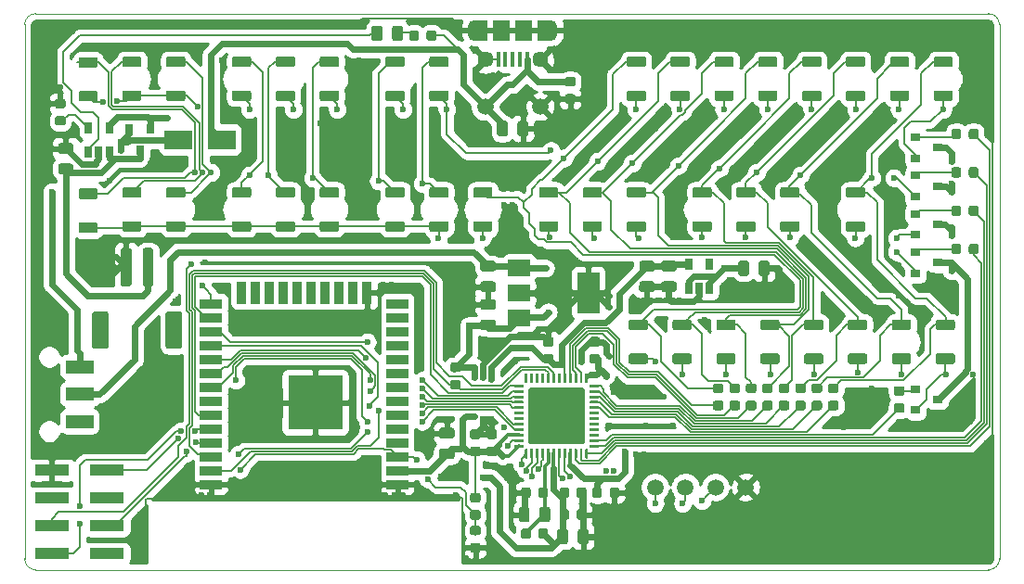
<source format=gbr>
G04 #@! TF.GenerationSoftware,KiCad,Pcbnew,5.1.5-1.fc31*
G04 #@! TF.CreationDate,2019-12-19T17:21:19-06:00*
G04 #@! TF.ProjectId,blinkencard,626c696e-6b65-46e6-9361-72642e6b6963,V2.0*
G04 #@! TF.SameCoordinates,Original*
G04 #@! TF.FileFunction,Copper,L1,Top*
G04 #@! TF.FilePolarity,Positive*
%FSLAX46Y46*%
G04 Gerber Fmt 4.6, Leading zero omitted, Abs format (unit mm)*
G04 Created by KiCad (PCBNEW 5.1.5-1.fc31) date 2019-12-19 17:21:19*
%MOMM*%
%LPD*%
G04 APERTURE LIST*
G04 #@! TA.AperFunction,Profile*
%ADD10C,0.050000*%
G04 #@! TD*
G04 #@! TA.AperFunction,SMDPad,CuDef*
%ADD11C,0.100000*%
G04 #@! TD*
G04 #@! TA.AperFunction,BGAPad,CuDef*
%ADD12C,1.500000*%
G04 #@! TD*
G04 #@! TA.AperFunction,SMDPad,CuDef*
%ADD13R,0.650000X1.060000*%
G04 #@! TD*
G04 #@! TA.AperFunction,SMDPad,CuDef*
%ADD14R,2.500000X1.250000*%
G04 #@! TD*
G04 #@! TA.AperFunction,SMDPad,CuDef*
%ADD15R,0.800000X0.900000*%
G04 #@! TD*
G04 #@! TA.AperFunction,SMDPad,CuDef*
%ADD16R,2.500000X1.800000*%
G04 #@! TD*
G04 #@! TA.AperFunction,SMDPad,CuDef*
%ADD17R,3.150000X1.000000*%
G04 #@! TD*
G04 #@! TA.AperFunction,ViaPad*
%ADD18C,0.500000*%
G04 #@! TD*
G04 #@! TA.AperFunction,SMDPad,CuDef*
%ADD19R,2.000000X1.500000*%
G04 #@! TD*
G04 #@! TA.AperFunction,SMDPad,CuDef*
%ADD20R,2.000000X3.800000*%
G04 #@! TD*
G04 #@! TA.AperFunction,SMDPad,CuDef*
%ADD21R,2.000000X0.900000*%
G04 #@! TD*
G04 #@! TA.AperFunction,SMDPad,CuDef*
%ADD22R,0.900000X2.000000*%
G04 #@! TD*
G04 #@! TA.AperFunction,SMDPad,CuDef*
%ADD23R,5.000000X5.000000*%
G04 #@! TD*
G04 #@! TA.AperFunction,SMDPad,CuDef*
%ADD24R,1.200000X1.900000*%
G04 #@! TD*
G04 #@! TA.AperFunction,ComponentPad*
%ADD25O,1.200000X1.900000*%
G04 #@! TD*
G04 #@! TA.AperFunction,SMDPad,CuDef*
%ADD26R,1.500000X1.900000*%
G04 #@! TD*
G04 #@! TA.AperFunction,ComponentPad*
%ADD27C,1.450000*%
G04 #@! TD*
G04 #@! TA.AperFunction,SMDPad,CuDef*
%ADD28R,0.400000X1.350000*%
G04 #@! TD*
G04 #@! TA.AperFunction,SMDPad,CuDef*
%ADD29R,0.900000X0.800000*%
G04 #@! TD*
G04 #@! TA.AperFunction,ViaPad*
%ADD30C,0.600000*%
G04 #@! TD*
G04 #@! TA.AperFunction,Conductor*
%ADD31C,0.127000*%
G04 #@! TD*
G04 #@! TA.AperFunction,Conductor*
%ADD32C,0.600000*%
G04 #@! TD*
G04 #@! TA.AperFunction,Conductor*
%ADD33C,0.300000*%
G04 #@! TD*
G04 #@! TA.AperFunction,Conductor*
%ADD34C,0.200000*%
G04 #@! TD*
G04 #@! TA.AperFunction,Conductor*
%ADD35C,0.150000*%
G04 #@! TD*
G04 #@! TA.AperFunction,Conductor*
%ADD36C,0.254000*%
G04 #@! TD*
G04 APERTURE END LIST*
D10*
X23860000Y-73660000D02*
G75*
G02X22860000Y-72660000I0J1000000D01*
G01*
X111760000Y-72660000D02*
G75*
G02X110760000Y-73660000I-1000000J0D01*
G01*
X110760000Y-22860000D02*
G75*
G02X111760000Y-23860000I0J-1000000D01*
G01*
X22860000Y-23860000D02*
G75*
G02X23860000Y-22860000I1000000J0D01*
G01*
X22860000Y-23860000D02*
X22860000Y-72660000D01*
X23860000Y-73660000D02*
X110760000Y-73660000D01*
X111760000Y-23860000D02*
X111760000Y-72660000D01*
X23860000Y-22860000D02*
X110760000Y-22860000D01*
G04 #@! TA.AperFunction,SMDPad,CuDef*
D11*
G04 #@! TO.P,C19,2*
G04 #@! TO.N,GND*
G36*
X68565142Y-32661174D02*
G01*
X68588803Y-32664684D01*
X68612007Y-32670496D01*
X68634529Y-32678554D01*
X68656153Y-32688782D01*
X68676670Y-32701079D01*
X68695883Y-32715329D01*
X68713607Y-32731393D01*
X68729671Y-32749117D01*
X68743921Y-32768330D01*
X68756218Y-32788847D01*
X68766446Y-32810471D01*
X68774504Y-32832993D01*
X68780316Y-32856197D01*
X68783826Y-32879858D01*
X68785000Y-32903750D01*
X68785000Y-33816250D01*
X68783826Y-33840142D01*
X68780316Y-33863803D01*
X68774504Y-33887007D01*
X68766446Y-33909529D01*
X68756218Y-33931153D01*
X68743921Y-33951670D01*
X68729671Y-33970883D01*
X68713607Y-33988607D01*
X68695883Y-34004671D01*
X68676670Y-34018921D01*
X68656153Y-34031218D01*
X68634529Y-34041446D01*
X68612007Y-34049504D01*
X68588803Y-34055316D01*
X68565142Y-34058826D01*
X68541250Y-34060000D01*
X68053750Y-34060000D01*
X68029858Y-34058826D01*
X68006197Y-34055316D01*
X67982993Y-34049504D01*
X67960471Y-34041446D01*
X67938847Y-34031218D01*
X67918330Y-34018921D01*
X67899117Y-34004671D01*
X67881393Y-33988607D01*
X67865329Y-33970883D01*
X67851079Y-33951670D01*
X67838782Y-33931153D01*
X67828554Y-33909529D01*
X67820496Y-33887007D01*
X67814684Y-33863803D01*
X67811174Y-33840142D01*
X67810000Y-33816250D01*
X67810000Y-32903750D01*
X67811174Y-32879858D01*
X67814684Y-32856197D01*
X67820496Y-32832993D01*
X67828554Y-32810471D01*
X67838782Y-32788847D01*
X67851079Y-32768330D01*
X67865329Y-32749117D01*
X67881393Y-32731393D01*
X67899117Y-32715329D01*
X67918330Y-32701079D01*
X67938847Y-32688782D01*
X67960471Y-32678554D01*
X67982993Y-32670496D01*
X68006197Y-32664684D01*
X68029858Y-32661174D01*
X68053750Y-32660000D01*
X68541250Y-32660000D01*
X68565142Y-32661174D01*
G37*
G04 #@! TD.AperFunction*
G04 #@! TA.AperFunction,SMDPad,CuDef*
G04 #@! TO.P,C19,1*
G04 #@! TO.N,+5V*
G36*
X66690142Y-32661174D02*
G01*
X66713803Y-32664684D01*
X66737007Y-32670496D01*
X66759529Y-32678554D01*
X66781153Y-32688782D01*
X66801670Y-32701079D01*
X66820883Y-32715329D01*
X66838607Y-32731393D01*
X66854671Y-32749117D01*
X66868921Y-32768330D01*
X66881218Y-32788847D01*
X66891446Y-32810471D01*
X66899504Y-32832993D01*
X66905316Y-32856197D01*
X66908826Y-32879858D01*
X66910000Y-32903750D01*
X66910000Y-33816250D01*
X66908826Y-33840142D01*
X66905316Y-33863803D01*
X66899504Y-33887007D01*
X66891446Y-33909529D01*
X66881218Y-33931153D01*
X66868921Y-33951670D01*
X66854671Y-33970883D01*
X66838607Y-33988607D01*
X66820883Y-34004671D01*
X66801670Y-34018921D01*
X66781153Y-34031218D01*
X66759529Y-34041446D01*
X66737007Y-34049504D01*
X66713803Y-34055316D01*
X66690142Y-34058826D01*
X66666250Y-34060000D01*
X66178750Y-34060000D01*
X66154858Y-34058826D01*
X66131197Y-34055316D01*
X66107993Y-34049504D01*
X66085471Y-34041446D01*
X66063847Y-34031218D01*
X66043330Y-34018921D01*
X66024117Y-34004671D01*
X66006393Y-33988607D01*
X65990329Y-33970883D01*
X65976079Y-33951670D01*
X65963782Y-33931153D01*
X65953554Y-33909529D01*
X65945496Y-33887007D01*
X65939684Y-33863803D01*
X65936174Y-33840142D01*
X65935000Y-33816250D01*
X65935000Y-32903750D01*
X65936174Y-32879858D01*
X65939684Y-32856197D01*
X65945496Y-32832993D01*
X65953554Y-32810471D01*
X65963782Y-32788847D01*
X65976079Y-32768330D01*
X65990329Y-32749117D01*
X66006393Y-32731393D01*
X66024117Y-32715329D01*
X66043330Y-32701079D01*
X66063847Y-32688782D01*
X66085471Y-32678554D01*
X66107993Y-32670496D01*
X66131197Y-32664684D01*
X66154858Y-32661174D01*
X66178750Y-32660000D01*
X66666250Y-32660000D01*
X66690142Y-32661174D01*
G37*
G04 #@! TD.AperFunction*
G04 #@! TD*
D12*
G04 #@! TO.P,TP2,1*
G04 #@! TO.N,GND*
X69860000Y-31360000D03*
G04 #@! TD*
G04 #@! TO.P,TP1,1*
G04 #@! TO.N,+5V*
X64860000Y-31360000D03*
G04 #@! TD*
D13*
G04 #@! TO.P,U5,5*
G04 #@! TO.N,Net-(R9-Pad2)*
X28660000Y-33260000D03*
G04 #@! TO.P,U5,4*
G04 #@! TO.N,+5V*
X30560000Y-33260000D03*
G04 #@! TO.P,U5,3*
G04 #@! TO.N,+BATT*
X30560000Y-35460000D03*
G04 #@! TO.P,U5,2*
G04 #@! TO.N,GND*
X29610000Y-35460000D03*
G04 #@! TO.P,U5,1*
G04 #@! TO.N,Net-(D2-Pad1)*
X28660000Y-35460000D03*
G04 #@! TD*
D14*
G04 #@! TO.P,SW5,3*
G04 #@! TO.N,N/C*
X27860000Y-60110000D03*
G04 #@! TO.P,SW5,2*
G04 #@! TO.N,VPP*
X27860000Y-57610000D03*
G04 #@! TO.P,SW5,1*
G04 #@! TO.N,/wifi_and_power/UNSWITCHED_VPP*
X27860000Y-55110000D03*
G04 #@! TD*
G04 #@! TA.AperFunction,SMDPad,CuDef*
D11*
G04 #@! TO.P,R18,2*
G04 #@! TO.N,+5V*
G36*
X60187691Y-24386053D02*
G01*
X60208926Y-24389203D01*
X60229750Y-24394419D01*
X60249962Y-24401651D01*
X60269368Y-24410830D01*
X60287781Y-24421866D01*
X60305024Y-24434654D01*
X60320930Y-24449070D01*
X60335346Y-24464976D01*
X60348134Y-24482219D01*
X60359170Y-24500632D01*
X60368349Y-24520038D01*
X60375581Y-24540250D01*
X60380797Y-24561074D01*
X60383947Y-24582309D01*
X60385000Y-24603750D01*
X60385000Y-25116250D01*
X60383947Y-25137691D01*
X60380797Y-25158926D01*
X60375581Y-25179750D01*
X60368349Y-25199962D01*
X60359170Y-25219368D01*
X60348134Y-25237781D01*
X60335346Y-25255024D01*
X60320930Y-25270930D01*
X60305024Y-25285346D01*
X60287781Y-25298134D01*
X60269368Y-25309170D01*
X60249962Y-25318349D01*
X60229750Y-25325581D01*
X60208926Y-25330797D01*
X60187691Y-25333947D01*
X60166250Y-25335000D01*
X59728750Y-25335000D01*
X59707309Y-25333947D01*
X59686074Y-25330797D01*
X59665250Y-25325581D01*
X59645038Y-25318349D01*
X59625632Y-25309170D01*
X59607219Y-25298134D01*
X59589976Y-25285346D01*
X59574070Y-25270930D01*
X59559654Y-25255024D01*
X59546866Y-25237781D01*
X59535830Y-25219368D01*
X59526651Y-25199962D01*
X59519419Y-25179750D01*
X59514203Y-25158926D01*
X59511053Y-25137691D01*
X59510000Y-25116250D01*
X59510000Y-24603750D01*
X59511053Y-24582309D01*
X59514203Y-24561074D01*
X59519419Y-24540250D01*
X59526651Y-24520038D01*
X59535830Y-24500632D01*
X59546866Y-24482219D01*
X59559654Y-24464976D01*
X59574070Y-24449070D01*
X59589976Y-24434654D01*
X59607219Y-24421866D01*
X59625632Y-24410830D01*
X59645038Y-24401651D01*
X59665250Y-24394419D01*
X59686074Y-24389203D01*
X59707309Y-24386053D01*
X59728750Y-24385000D01*
X60166250Y-24385000D01*
X60187691Y-24386053D01*
G37*
G04 #@! TD.AperFunction*
G04 #@! TA.AperFunction,SMDPad,CuDef*
G04 #@! TO.P,R18,1*
G04 #@! TO.N,Net-(D2-Pad2)*
G36*
X58612691Y-24386053D02*
G01*
X58633926Y-24389203D01*
X58654750Y-24394419D01*
X58674962Y-24401651D01*
X58694368Y-24410830D01*
X58712781Y-24421866D01*
X58730024Y-24434654D01*
X58745930Y-24449070D01*
X58760346Y-24464976D01*
X58773134Y-24482219D01*
X58784170Y-24500632D01*
X58793349Y-24520038D01*
X58800581Y-24540250D01*
X58805797Y-24561074D01*
X58808947Y-24582309D01*
X58810000Y-24603750D01*
X58810000Y-25116250D01*
X58808947Y-25137691D01*
X58805797Y-25158926D01*
X58800581Y-25179750D01*
X58793349Y-25199962D01*
X58784170Y-25219368D01*
X58773134Y-25237781D01*
X58760346Y-25255024D01*
X58745930Y-25270930D01*
X58730024Y-25285346D01*
X58712781Y-25298134D01*
X58694368Y-25309170D01*
X58674962Y-25318349D01*
X58654750Y-25325581D01*
X58633926Y-25330797D01*
X58612691Y-25333947D01*
X58591250Y-25335000D01*
X58153750Y-25335000D01*
X58132309Y-25333947D01*
X58111074Y-25330797D01*
X58090250Y-25325581D01*
X58070038Y-25318349D01*
X58050632Y-25309170D01*
X58032219Y-25298134D01*
X58014976Y-25285346D01*
X57999070Y-25270930D01*
X57984654Y-25255024D01*
X57971866Y-25237781D01*
X57960830Y-25219368D01*
X57951651Y-25199962D01*
X57944419Y-25179750D01*
X57939203Y-25158926D01*
X57936053Y-25137691D01*
X57935000Y-25116250D01*
X57935000Y-24603750D01*
X57936053Y-24582309D01*
X57939203Y-24561074D01*
X57944419Y-24540250D01*
X57951651Y-24520038D01*
X57960830Y-24500632D01*
X57971866Y-24482219D01*
X57984654Y-24464976D01*
X57999070Y-24449070D01*
X58014976Y-24434654D01*
X58032219Y-24421866D01*
X58050632Y-24410830D01*
X58070038Y-24401651D01*
X58090250Y-24394419D01*
X58111074Y-24389203D01*
X58132309Y-24386053D01*
X58153750Y-24385000D01*
X58591250Y-24385000D01*
X58612691Y-24386053D01*
G37*
G04 #@! TD.AperFunction*
G04 #@! TD*
G04 #@! TA.AperFunction,SMDPad,CuDef*
G04 #@! TO.P,R9,2*
G04 #@! TO.N,Net-(R9-Pad2)*
G36*
X26387691Y-32211053D02*
G01*
X26408926Y-32214203D01*
X26429750Y-32219419D01*
X26449962Y-32226651D01*
X26469368Y-32235830D01*
X26487781Y-32246866D01*
X26505024Y-32259654D01*
X26520930Y-32274070D01*
X26535346Y-32289976D01*
X26548134Y-32307219D01*
X26559170Y-32325632D01*
X26568349Y-32345038D01*
X26575581Y-32365250D01*
X26580797Y-32386074D01*
X26583947Y-32407309D01*
X26585000Y-32428750D01*
X26585000Y-32866250D01*
X26583947Y-32887691D01*
X26580797Y-32908926D01*
X26575581Y-32929750D01*
X26568349Y-32949962D01*
X26559170Y-32969368D01*
X26548134Y-32987781D01*
X26535346Y-33005024D01*
X26520930Y-33020930D01*
X26505024Y-33035346D01*
X26487781Y-33048134D01*
X26469368Y-33059170D01*
X26449962Y-33068349D01*
X26429750Y-33075581D01*
X26408926Y-33080797D01*
X26387691Y-33083947D01*
X26366250Y-33085000D01*
X25853750Y-33085000D01*
X25832309Y-33083947D01*
X25811074Y-33080797D01*
X25790250Y-33075581D01*
X25770038Y-33068349D01*
X25750632Y-33059170D01*
X25732219Y-33048134D01*
X25714976Y-33035346D01*
X25699070Y-33020930D01*
X25684654Y-33005024D01*
X25671866Y-32987781D01*
X25660830Y-32969368D01*
X25651651Y-32949962D01*
X25644419Y-32929750D01*
X25639203Y-32908926D01*
X25636053Y-32887691D01*
X25635000Y-32866250D01*
X25635000Y-32428750D01*
X25636053Y-32407309D01*
X25639203Y-32386074D01*
X25644419Y-32365250D01*
X25651651Y-32345038D01*
X25660830Y-32325632D01*
X25671866Y-32307219D01*
X25684654Y-32289976D01*
X25699070Y-32274070D01*
X25714976Y-32259654D01*
X25732219Y-32246866D01*
X25750632Y-32235830D01*
X25770038Y-32226651D01*
X25790250Y-32219419D01*
X25811074Y-32214203D01*
X25832309Y-32211053D01*
X25853750Y-32210000D01*
X26366250Y-32210000D01*
X26387691Y-32211053D01*
G37*
G04 #@! TD.AperFunction*
G04 #@! TA.AperFunction,SMDPad,CuDef*
G04 #@! TO.P,R9,1*
G04 #@! TO.N,GND*
G36*
X26387691Y-30636053D02*
G01*
X26408926Y-30639203D01*
X26429750Y-30644419D01*
X26449962Y-30651651D01*
X26469368Y-30660830D01*
X26487781Y-30671866D01*
X26505024Y-30684654D01*
X26520930Y-30699070D01*
X26535346Y-30714976D01*
X26548134Y-30732219D01*
X26559170Y-30750632D01*
X26568349Y-30770038D01*
X26575581Y-30790250D01*
X26580797Y-30811074D01*
X26583947Y-30832309D01*
X26585000Y-30853750D01*
X26585000Y-31291250D01*
X26583947Y-31312691D01*
X26580797Y-31333926D01*
X26575581Y-31354750D01*
X26568349Y-31374962D01*
X26559170Y-31394368D01*
X26548134Y-31412781D01*
X26535346Y-31430024D01*
X26520930Y-31445930D01*
X26505024Y-31460346D01*
X26487781Y-31473134D01*
X26469368Y-31484170D01*
X26449962Y-31493349D01*
X26429750Y-31500581D01*
X26408926Y-31505797D01*
X26387691Y-31508947D01*
X26366250Y-31510000D01*
X25853750Y-31510000D01*
X25832309Y-31508947D01*
X25811074Y-31505797D01*
X25790250Y-31500581D01*
X25770038Y-31493349D01*
X25750632Y-31484170D01*
X25732219Y-31473134D01*
X25714976Y-31460346D01*
X25699070Y-31445930D01*
X25684654Y-31430024D01*
X25671866Y-31412781D01*
X25660830Y-31394368D01*
X25651651Y-31374962D01*
X25644419Y-31354750D01*
X25639203Y-31333926D01*
X25636053Y-31312691D01*
X25635000Y-31291250D01*
X25635000Y-30853750D01*
X25636053Y-30832309D01*
X25639203Y-30811074D01*
X25644419Y-30790250D01*
X25651651Y-30770038D01*
X25660830Y-30750632D01*
X25671866Y-30732219D01*
X25684654Y-30714976D01*
X25699070Y-30699070D01*
X25714976Y-30684654D01*
X25732219Y-30671866D01*
X25750632Y-30660830D01*
X25770038Y-30651651D01*
X25790250Y-30644419D01*
X25811074Y-30639203D01*
X25832309Y-30636053D01*
X25853750Y-30635000D01*
X26366250Y-30635000D01*
X26387691Y-30636053D01*
G37*
G04 #@! TD.AperFunction*
G04 #@! TD*
G04 #@! TA.AperFunction,SMDPad,CuDef*
G04 #@! TO.P,R7,2*
G04 #@! TO.N,GND*
G36*
X72887691Y-30211053D02*
G01*
X72908926Y-30214203D01*
X72929750Y-30219419D01*
X72949962Y-30226651D01*
X72969368Y-30235830D01*
X72987781Y-30246866D01*
X73005024Y-30259654D01*
X73020930Y-30274070D01*
X73035346Y-30289976D01*
X73048134Y-30307219D01*
X73059170Y-30325632D01*
X73068349Y-30345038D01*
X73075581Y-30365250D01*
X73080797Y-30386074D01*
X73083947Y-30407309D01*
X73085000Y-30428750D01*
X73085000Y-30866250D01*
X73083947Y-30887691D01*
X73080797Y-30908926D01*
X73075581Y-30929750D01*
X73068349Y-30949962D01*
X73059170Y-30969368D01*
X73048134Y-30987781D01*
X73035346Y-31005024D01*
X73020930Y-31020930D01*
X73005024Y-31035346D01*
X72987781Y-31048134D01*
X72969368Y-31059170D01*
X72949962Y-31068349D01*
X72929750Y-31075581D01*
X72908926Y-31080797D01*
X72887691Y-31083947D01*
X72866250Y-31085000D01*
X72353750Y-31085000D01*
X72332309Y-31083947D01*
X72311074Y-31080797D01*
X72290250Y-31075581D01*
X72270038Y-31068349D01*
X72250632Y-31059170D01*
X72232219Y-31048134D01*
X72214976Y-31035346D01*
X72199070Y-31020930D01*
X72184654Y-31005024D01*
X72171866Y-30987781D01*
X72160830Y-30969368D01*
X72151651Y-30949962D01*
X72144419Y-30929750D01*
X72139203Y-30908926D01*
X72136053Y-30887691D01*
X72135000Y-30866250D01*
X72135000Y-30428750D01*
X72136053Y-30407309D01*
X72139203Y-30386074D01*
X72144419Y-30365250D01*
X72151651Y-30345038D01*
X72160830Y-30325632D01*
X72171866Y-30307219D01*
X72184654Y-30289976D01*
X72199070Y-30274070D01*
X72214976Y-30259654D01*
X72232219Y-30246866D01*
X72250632Y-30235830D01*
X72270038Y-30226651D01*
X72290250Y-30219419D01*
X72311074Y-30214203D01*
X72332309Y-30211053D01*
X72353750Y-30210000D01*
X72866250Y-30210000D01*
X72887691Y-30211053D01*
G37*
G04 #@! TD.AperFunction*
G04 #@! TA.AperFunction,SMDPad,CuDef*
G04 #@! TO.P,R7,1*
G04 #@! TO.N,+5V*
G36*
X72887691Y-28636053D02*
G01*
X72908926Y-28639203D01*
X72929750Y-28644419D01*
X72949962Y-28651651D01*
X72969368Y-28660830D01*
X72987781Y-28671866D01*
X73005024Y-28684654D01*
X73020930Y-28699070D01*
X73035346Y-28714976D01*
X73048134Y-28732219D01*
X73059170Y-28750632D01*
X73068349Y-28770038D01*
X73075581Y-28790250D01*
X73080797Y-28811074D01*
X73083947Y-28832309D01*
X73085000Y-28853750D01*
X73085000Y-29291250D01*
X73083947Y-29312691D01*
X73080797Y-29333926D01*
X73075581Y-29354750D01*
X73068349Y-29374962D01*
X73059170Y-29394368D01*
X73048134Y-29412781D01*
X73035346Y-29430024D01*
X73020930Y-29445930D01*
X73005024Y-29460346D01*
X72987781Y-29473134D01*
X72969368Y-29484170D01*
X72949962Y-29493349D01*
X72929750Y-29500581D01*
X72908926Y-29505797D01*
X72887691Y-29508947D01*
X72866250Y-29510000D01*
X72353750Y-29510000D01*
X72332309Y-29508947D01*
X72311074Y-29505797D01*
X72290250Y-29500581D01*
X72270038Y-29493349D01*
X72250632Y-29484170D01*
X72232219Y-29473134D01*
X72214976Y-29460346D01*
X72199070Y-29445930D01*
X72184654Y-29430024D01*
X72171866Y-29412781D01*
X72160830Y-29394368D01*
X72151651Y-29374962D01*
X72144419Y-29354750D01*
X72139203Y-29333926D01*
X72136053Y-29312691D01*
X72135000Y-29291250D01*
X72135000Y-28853750D01*
X72136053Y-28832309D01*
X72139203Y-28811074D01*
X72144419Y-28790250D01*
X72151651Y-28770038D01*
X72160830Y-28750632D01*
X72171866Y-28732219D01*
X72184654Y-28714976D01*
X72199070Y-28699070D01*
X72214976Y-28684654D01*
X72232219Y-28671866D01*
X72250632Y-28660830D01*
X72270038Y-28651651D01*
X72290250Y-28644419D01*
X72311074Y-28639203D01*
X72332309Y-28636053D01*
X72353750Y-28635000D01*
X72866250Y-28635000D01*
X72887691Y-28636053D01*
G37*
G04 #@! TD.AperFunction*
G04 #@! TD*
D15*
G04 #@! TO.P,Q6,3*
G04 #@! TO.N,+BATT*
X33360000Y-35360000D03*
G04 #@! TO.P,Q6,2*
G04 #@! TO.N,/wifi_and_power/UNSWITCHED_VPP*
X32410000Y-33360000D03*
G04 #@! TO.P,Q6,1*
G04 #@! TO.N,+5V*
X34310000Y-33360000D03*
G04 #@! TD*
G04 #@! TA.AperFunction,SMDPad,CuDef*
D11*
G04 #@! TO.P,J3,MP*
G04 #@! TO.N,N/C*
G36*
X36984504Y-50061204D02*
G01*
X37008773Y-50064804D01*
X37032571Y-50070765D01*
X37055671Y-50079030D01*
X37077849Y-50089520D01*
X37098893Y-50102133D01*
X37118598Y-50116747D01*
X37136777Y-50133223D01*
X37153253Y-50151402D01*
X37167867Y-50171107D01*
X37180480Y-50192151D01*
X37190970Y-50214329D01*
X37199235Y-50237429D01*
X37205196Y-50261227D01*
X37208796Y-50285496D01*
X37210000Y-50310000D01*
X37210000Y-53210000D01*
X37208796Y-53234504D01*
X37205196Y-53258773D01*
X37199235Y-53282571D01*
X37190970Y-53305671D01*
X37180480Y-53327849D01*
X37167867Y-53348893D01*
X37153253Y-53368598D01*
X37136777Y-53386777D01*
X37118598Y-53403253D01*
X37098893Y-53417867D01*
X37077849Y-53430480D01*
X37055671Y-53440970D01*
X37032571Y-53449235D01*
X37008773Y-53455196D01*
X36984504Y-53458796D01*
X36960000Y-53460000D01*
X35960000Y-53460000D01*
X35935496Y-53458796D01*
X35911227Y-53455196D01*
X35887429Y-53449235D01*
X35864329Y-53440970D01*
X35842151Y-53430480D01*
X35821107Y-53417867D01*
X35801402Y-53403253D01*
X35783223Y-53386777D01*
X35766747Y-53368598D01*
X35752133Y-53348893D01*
X35739520Y-53327849D01*
X35729030Y-53305671D01*
X35720765Y-53282571D01*
X35714804Y-53258773D01*
X35711204Y-53234504D01*
X35710000Y-53210000D01*
X35710000Y-50310000D01*
X35711204Y-50285496D01*
X35714804Y-50261227D01*
X35720765Y-50237429D01*
X35729030Y-50214329D01*
X35739520Y-50192151D01*
X35752133Y-50171107D01*
X35766747Y-50151402D01*
X35783223Y-50133223D01*
X35801402Y-50116747D01*
X35821107Y-50102133D01*
X35842151Y-50089520D01*
X35864329Y-50079030D01*
X35887429Y-50070765D01*
X35911227Y-50064804D01*
X35935496Y-50061204D01*
X35960000Y-50060000D01*
X36960000Y-50060000D01*
X36984504Y-50061204D01*
G37*
G04 #@! TD.AperFunction*
G04 #@! TA.AperFunction,SMDPad,CuDef*
G36*
X30284504Y-50061204D02*
G01*
X30308773Y-50064804D01*
X30332571Y-50070765D01*
X30355671Y-50079030D01*
X30377849Y-50089520D01*
X30398893Y-50102133D01*
X30418598Y-50116747D01*
X30436777Y-50133223D01*
X30453253Y-50151402D01*
X30467867Y-50171107D01*
X30480480Y-50192151D01*
X30490970Y-50214329D01*
X30499235Y-50237429D01*
X30505196Y-50261227D01*
X30508796Y-50285496D01*
X30510000Y-50310000D01*
X30510000Y-53210000D01*
X30508796Y-53234504D01*
X30505196Y-53258773D01*
X30499235Y-53282571D01*
X30490970Y-53305671D01*
X30480480Y-53327849D01*
X30467867Y-53348893D01*
X30453253Y-53368598D01*
X30436777Y-53386777D01*
X30418598Y-53403253D01*
X30398893Y-53417867D01*
X30377849Y-53430480D01*
X30355671Y-53440970D01*
X30332571Y-53449235D01*
X30308773Y-53455196D01*
X30284504Y-53458796D01*
X30260000Y-53460000D01*
X29260000Y-53460000D01*
X29235496Y-53458796D01*
X29211227Y-53455196D01*
X29187429Y-53449235D01*
X29164329Y-53440970D01*
X29142151Y-53430480D01*
X29121107Y-53417867D01*
X29101402Y-53403253D01*
X29083223Y-53386777D01*
X29066747Y-53368598D01*
X29052133Y-53348893D01*
X29039520Y-53327849D01*
X29029030Y-53305671D01*
X29020765Y-53282571D01*
X29014804Y-53258773D01*
X29011204Y-53234504D01*
X29010000Y-53210000D01*
X29010000Y-50310000D01*
X29011204Y-50285496D01*
X29014804Y-50261227D01*
X29020765Y-50237429D01*
X29029030Y-50214329D01*
X29039520Y-50192151D01*
X29052133Y-50171107D01*
X29066747Y-50151402D01*
X29083223Y-50133223D01*
X29101402Y-50116747D01*
X29121107Y-50102133D01*
X29142151Y-50089520D01*
X29164329Y-50079030D01*
X29187429Y-50070765D01*
X29211227Y-50064804D01*
X29235496Y-50061204D01*
X29260000Y-50060000D01*
X30260000Y-50060000D01*
X30284504Y-50061204D01*
G37*
G04 #@! TD.AperFunction*
G04 #@! TA.AperFunction,SMDPad,CuDef*
G04 #@! TO.P,J3,2*
G04 #@! TO.N,+BATT*
G36*
X34384504Y-44261204D02*
G01*
X34408773Y-44264804D01*
X34432571Y-44270765D01*
X34455671Y-44279030D01*
X34477849Y-44289520D01*
X34498893Y-44302133D01*
X34518598Y-44316747D01*
X34536777Y-44333223D01*
X34553253Y-44351402D01*
X34567867Y-44371107D01*
X34580480Y-44392151D01*
X34590970Y-44414329D01*
X34599235Y-44437429D01*
X34605196Y-44461227D01*
X34608796Y-44485496D01*
X34610000Y-44510000D01*
X34610000Y-47510000D01*
X34608796Y-47534504D01*
X34605196Y-47558773D01*
X34599235Y-47582571D01*
X34590970Y-47605671D01*
X34580480Y-47627849D01*
X34567867Y-47648893D01*
X34553253Y-47668598D01*
X34536777Y-47686777D01*
X34518598Y-47703253D01*
X34498893Y-47717867D01*
X34477849Y-47730480D01*
X34455671Y-47740970D01*
X34432571Y-47749235D01*
X34408773Y-47755196D01*
X34384504Y-47758796D01*
X34360000Y-47760000D01*
X33860000Y-47760000D01*
X33835496Y-47758796D01*
X33811227Y-47755196D01*
X33787429Y-47749235D01*
X33764329Y-47740970D01*
X33742151Y-47730480D01*
X33721107Y-47717867D01*
X33701402Y-47703253D01*
X33683223Y-47686777D01*
X33666747Y-47668598D01*
X33652133Y-47648893D01*
X33639520Y-47627849D01*
X33629030Y-47605671D01*
X33620765Y-47582571D01*
X33614804Y-47558773D01*
X33611204Y-47534504D01*
X33610000Y-47510000D01*
X33610000Y-44510000D01*
X33611204Y-44485496D01*
X33614804Y-44461227D01*
X33620765Y-44437429D01*
X33629030Y-44414329D01*
X33639520Y-44392151D01*
X33652133Y-44371107D01*
X33666747Y-44351402D01*
X33683223Y-44333223D01*
X33701402Y-44316747D01*
X33721107Y-44302133D01*
X33742151Y-44289520D01*
X33764329Y-44279030D01*
X33787429Y-44270765D01*
X33811227Y-44264804D01*
X33835496Y-44261204D01*
X33860000Y-44260000D01*
X34360000Y-44260000D01*
X34384504Y-44261204D01*
G37*
G04 #@! TD.AperFunction*
G04 #@! TA.AperFunction,SMDPad,CuDef*
G04 #@! TO.P,J3,1*
G04 #@! TO.N,GND*
G36*
X32384504Y-44261204D02*
G01*
X32408773Y-44264804D01*
X32432571Y-44270765D01*
X32455671Y-44279030D01*
X32477849Y-44289520D01*
X32498893Y-44302133D01*
X32518598Y-44316747D01*
X32536777Y-44333223D01*
X32553253Y-44351402D01*
X32567867Y-44371107D01*
X32580480Y-44392151D01*
X32590970Y-44414329D01*
X32599235Y-44437429D01*
X32605196Y-44461227D01*
X32608796Y-44485496D01*
X32610000Y-44510000D01*
X32610000Y-47510000D01*
X32608796Y-47534504D01*
X32605196Y-47558773D01*
X32599235Y-47582571D01*
X32590970Y-47605671D01*
X32580480Y-47627849D01*
X32567867Y-47648893D01*
X32553253Y-47668598D01*
X32536777Y-47686777D01*
X32518598Y-47703253D01*
X32498893Y-47717867D01*
X32477849Y-47730480D01*
X32455671Y-47740970D01*
X32432571Y-47749235D01*
X32408773Y-47755196D01*
X32384504Y-47758796D01*
X32360000Y-47760000D01*
X31860000Y-47760000D01*
X31835496Y-47758796D01*
X31811227Y-47755196D01*
X31787429Y-47749235D01*
X31764329Y-47740970D01*
X31742151Y-47730480D01*
X31721107Y-47717867D01*
X31701402Y-47703253D01*
X31683223Y-47686777D01*
X31666747Y-47668598D01*
X31652133Y-47648893D01*
X31639520Y-47627849D01*
X31629030Y-47605671D01*
X31620765Y-47582571D01*
X31614804Y-47558773D01*
X31611204Y-47534504D01*
X31610000Y-47510000D01*
X31610000Y-44510000D01*
X31611204Y-44485496D01*
X31614804Y-44461227D01*
X31620765Y-44437429D01*
X31629030Y-44414329D01*
X31639520Y-44392151D01*
X31652133Y-44371107D01*
X31666747Y-44351402D01*
X31683223Y-44333223D01*
X31701402Y-44316747D01*
X31721107Y-44302133D01*
X31742151Y-44289520D01*
X31764329Y-44279030D01*
X31787429Y-44270765D01*
X31811227Y-44264804D01*
X31835496Y-44261204D01*
X31860000Y-44260000D01*
X32360000Y-44260000D01*
X32384504Y-44261204D01*
G37*
G04 #@! TD.AperFunction*
G04 #@! TD*
G04 #@! TA.AperFunction,SMDPad,CuDef*
G04 #@! TO.P,D2,2*
G04 #@! TO.N,Net-(D2-Pad2)*
G36*
X57127642Y-23961174D02*
G01*
X57151303Y-23964684D01*
X57174507Y-23970496D01*
X57197029Y-23978554D01*
X57218653Y-23988782D01*
X57239170Y-24001079D01*
X57258383Y-24015329D01*
X57276107Y-24031393D01*
X57292171Y-24049117D01*
X57306421Y-24068330D01*
X57318718Y-24088847D01*
X57328946Y-24110471D01*
X57337004Y-24132993D01*
X57342816Y-24156197D01*
X57346326Y-24179858D01*
X57347500Y-24203750D01*
X57347500Y-25116250D01*
X57346326Y-25140142D01*
X57342816Y-25163803D01*
X57337004Y-25187007D01*
X57328946Y-25209529D01*
X57318718Y-25231153D01*
X57306421Y-25251670D01*
X57292171Y-25270883D01*
X57276107Y-25288607D01*
X57258383Y-25304671D01*
X57239170Y-25318921D01*
X57218653Y-25331218D01*
X57197029Y-25341446D01*
X57174507Y-25349504D01*
X57151303Y-25355316D01*
X57127642Y-25358826D01*
X57103750Y-25360000D01*
X56616250Y-25360000D01*
X56592358Y-25358826D01*
X56568697Y-25355316D01*
X56545493Y-25349504D01*
X56522971Y-25341446D01*
X56501347Y-25331218D01*
X56480830Y-25318921D01*
X56461617Y-25304671D01*
X56443893Y-25288607D01*
X56427829Y-25270883D01*
X56413579Y-25251670D01*
X56401282Y-25231153D01*
X56391054Y-25209529D01*
X56382996Y-25187007D01*
X56377184Y-25163803D01*
X56373674Y-25140142D01*
X56372500Y-25116250D01*
X56372500Y-24203750D01*
X56373674Y-24179858D01*
X56377184Y-24156197D01*
X56382996Y-24132993D01*
X56391054Y-24110471D01*
X56401282Y-24088847D01*
X56413579Y-24068330D01*
X56427829Y-24049117D01*
X56443893Y-24031393D01*
X56461617Y-24015329D01*
X56480830Y-24001079D01*
X56501347Y-23988782D01*
X56522971Y-23978554D01*
X56545493Y-23970496D01*
X56568697Y-23964684D01*
X56592358Y-23961174D01*
X56616250Y-23960000D01*
X57103750Y-23960000D01*
X57127642Y-23961174D01*
G37*
G04 #@! TD.AperFunction*
G04 #@! TA.AperFunction,SMDPad,CuDef*
G04 #@! TO.P,D2,1*
G04 #@! TO.N,Net-(D2-Pad1)*
G36*
X55252642Y-23961174D02*
G01*
X55276303Y-23964684D01*
X55299507Y-23970496D01*
X55322029Y-23978554D01*
X55343653Y-23988782D01*
X55364170Y-24001079D01*
X55383383Y-24015329D01*
X55401107Y-24031393D01*
X55417171Y-24049117D01*
X55431421Y-24068330D01*
X55443718Y-24088847D01*
X55453946Y-24110471D01*
X55462004Y-24132993D01*
X55467816Y-24156197D01*
X55471326Y-24179858D01*
X55472500Y-24203750D01*
X55472500Y-25116250D01*
X55471326Y-25140142D01*
X55467816Y-25163803D01*
X55462004Y-25187007D01*
X55453946Y-25209529D01*
X55443718Y-25231153D01*
X55431421Y-25251670D01*
X55417171Y-25270883D01*
X55401107Y-25288607D01*
X55383383Y-25304671D01*
X55364170Y-25318921D01*
X55343653Y-25331218D01*
X55322029Y-25341446D01*
X55299507Y-25349504D01*
X55276303Y-25355316D01*
X55252642Y-25358826D01*
X55228750Y-25360000D01*
X54741250Y-25360000D01*
X54717358Y-25358826D01*
X54693697Y-25355316D01*
X54670493Y-25349504D01*
X54647971Y-25341446D01*
X54626347Y-25331218D01*
X54605830Y-25318921D01*
X54586617Y-25304671D01*
X54568893Y-25288607D01*
X54552829Y-25270883D01*
X54538579Y-25251670D01*
X54526282Y-25231153D01*
X54516054Y-25209529D01*
X54507996Y-25187007D01*
X54502184Y-25163803D01*
X54498674Y-25140142D01*
X54497500Y-25116250D01*
X54497500Y-24203750D01*
X54498674Y-24179858D01*
X54502184Y-24156197D01*
X54507996Y-24132993D01*
X54516054Y-24110471D01*
X54526282Y-24088847D01*
X54538579Y-24068330D01*
X54552829Y-24049117D01*
X54568893Y-24031393D01*
X54586617Y-24015329D01*
X54605830Y-24001079D01*
X54626347Y-23988782D01*
X54647971Y-23978554D01*
X54670493Y-23970496D01*
X54693697Y-23964684D01*
X54717358Y-23961174D01*
X54741250Y-23960000D01*
X55228750Y-23960000D01*
X55252642Y-23961174D01*
G37*
G04 #@! TD.AperFunction*
G04 #@! TD*
D16*
G04 #@! TO.P,D1,2*
G04 #@! TO.N,+5V*
X40860000Y-34360000D03*
G04 #@! TO.P,D1,1*
G04 #@! TO.N,/wifi_and_power/UNSWITCHED_VPP*
X36860000Y-34360000D03*
G04 #@! TD*
G04 #@! TA.AperFunction,SMDPad,CuDef*
D11*
G04 #@! TO.P,C16,2*
G04 #@! TO.N,GND*
G36*
X27090142Y-34686174D02*
G01*
X27113803Y-34689684D01*
X27137007Y-34695496D01*
X27159529Y-34703554D01*
X27181153Y-34713782D01*
X27201670Y-34726079D01*
X27220883Y-34740329D01*
X27238607Y-34756393D01*
X27254671Y-34774117D01*
X27268921Y-34793330D01*
X27281218Y-34813847D01*
X27291446Y-34835471D01*
X27299504Y-34857993D01*
X27305316Y-34881197D01*
X27308826Y-34904858D01*
X27310000Y-34928750D01*
X27310000Y-35416250D01*
X27308826Y-35440142D01*
X27305316Y-35463803D01*
X27299504Y-35487007D01*
X27291446Y-35509529D01*
X27281218Y-35531153D01*
X27268921Y-35551670D01*
X27254671Y-35570883D01*
X27238607Y-35588607D01*
X27220883Y-35604671D01*
X27201670Y-35618921D01*
X27181153Y-35631218D01*
X27159529Y-35641446D01*
X27137007Y-35649504D01*
X27113803Y-35655316D01*
X27090142Y-35658826D01*
X27066250Y-35660000D01*
X26153750Y-35660000D01*
X26129858Y-35658826D01*
X26106197Y-35655316D01*
X26082993Y-35649504D01*
X26060471Y-35641446D01*
X26038847Y-35631218D01*
X26018330Y-35618921D01*
X25999117Y-35604671D01*
X25981393Y-35588607D01*
X25965329Y-35570883D01*
X25951079Y-35551670D01*
X25938782Y-35531153D01*
X25928554Y-35509529D01*
X25920496Y-35487007D01*
X25914684Y-35463803D01*
X25911174Y-35440142D01*
X25910000Y-35416250D01*
X25910000Y-34928750D01*
X25911174Y-34904858D01*
X25914684Y-34881197D01*
X25920496Y-34857993D01*
X25928554Y-34835471D01*
X25938782Y-34813847D01*
X25951079Y-34793330D01*
X25965329Y-34774117D01*
X25981393Y-34756393D01*
X25999117Y-34740329D01*
X26018330Y-34726079D01*
X26038847Y-34713782D01*
X26060471Y-34703554D01*
X26082993Y-34695496D01*
X26106197Y-34689684D01*
X26129858Y-34686174D01*
X26153750Y-34685000D01*
X27066250Y-34685000D01*
X27090142Y-34686174D01*
G37*
G04 #@! TD.AperFunction*
G04 #@! TA.AperFunction,SMDPad,CuDef*
G04 #@! TO.P,C16,1*
G04 #@! TO.N,+BATT*
G36*
X27090142Y-36561174D02*
G01*
X27113803Y-36564684D01*
X27137007Y-36570496D01*
X27159529Y-36578554D01*
X27181153Y-36588782D01*
X27201670Y-36601079D01*
X27220883Y-36615329D01*
X27238607Y-36631393D01*
X27254671Y-36649117D01*
X27268921Y-36668330D01*
X27281218Y-36688847D01*
X27291446Y-36710471D01*
X27299504Y-36732993D01*
X27305316Y-36756197D01*
X27308826Y-36779858D01*
X27310000Y-36803750D01*
X27310000Y-37291250D01*
X27308826Y-37315142D01*
X27305316Y-37338803D01*
X27299504Y-37362007D01*
X27291446Y-37384529D01*
X27281218Y-37406153D01*
X27268921Y-37426670D01*
X27254671Y-37445883D01*
X27238607Y-37463607D01*
X27220883Y-37479671D01*
X27201670Y-37493921D01*
X27181153Y-37506218D01*
X27159529Y-37516446D01*
X27137007Y-37524504D01*
X27113803Y-37530316D01*
X27090142Y-37533826D01*
X27066250Y-37535000D01*
X26153750Y-37535000D01*
X26129858Y-37533826D01*
X26106197Y-37530316D01*
X26082993Y-37524504D01*
X26060471Y-37516446D01*
X26038847Y-37506218D01*
X26018330Y-37493921D01*
X25999117Y-37479671D01*
X25981393Y-37463607D01*
X25965329Y-37445883D01*
X25951079Y-37426670D01*
X25938782Y-37406153D01*
X25928554Y-37384529D01*
X25920496Y-37362007D01*
X25914684Y-37338803D01*
X25911174Y-37315142D01*
X25910000Y-37291250D01*
X25910000Y-36803750D01*
X25911174Y-36779858D01*
X25914684Y-36756197D01*
X25920496Y-36732993D01*
X25928554Y-36710471D01*
X25938782Y-36688847D01*
X25951079Y-36668330D01*
X25965329Y-36649117D01*
X25981393Y-36631393D01*
X25999117Y-36615329D01*
X26018330Y-36601079D01*
X26038847Y-36588782D01*
X26060471Y-36578554D01*
X26082993Y-36570496D01*
X26106197Y-36564684D01*
X26129858Y-36561174D01*
X26153750Y-36560000D01*
X27066250Y-36560000D01*
X27090142Y-36561174D01*
G37*
G04 #@! TD.AperFunction*
G04 #@! TD*
G04 #@! TA.AperFunction,SMDPad,CuDef*
G04 #@! TO.P,C6,1*
G04 #@! TO.N,VDD*
G36*
X65737691Y-62411053D02*
G01*
X65758926Y-62414203D01*
X65779750Y-62419419D01*
X65799962Y-62426651D01*
X65819368Y-62435830D01*
X65837781Y-62446866D01*
X65855024Y-62459654D01*
X65870930Y-62474070D01*
X65885346Y-62489976D01*
X65898134Y-62507219D01*
X65909170Y-62525632D01*
X65918349Y-62545038D01*
X65925581Y-62565250D01*
X65930797Y-62586074D01*
X65933947Y-62607309D01*
X65935000Y-62628750D01*
X65935000Y-63066250D01*
X65933947Y-63087691D01*
X65930797Y-63108926D01*
X65925581Y-63129750D01*
X65918349Y-63149962D01*
X65909170Y-63169368D01*
X65898134Y-63187781D01*
X65885346Y-63205024D01*
X65870930Y-63220930D01*
X65855024Y-63235346D01*
X65837781Y-63248134D01*
X65819368Y-63259170D01*
X65799962Y-63268349D01*
X65779750Y-63275581D01*
X65758926Y-63280797D01*
X65737691Y-63283947D01*
X65716250Y-63285000D01*
X65203750Y-63285000D01*
X65182309Y-63283947D01*
X65161074Y-63280797D01*
X65140250Y-63275581D01*
X65120038Y-63268349D01*
X65100632Y-63259170D01*
X65082219Y-63248134D01*
X65064976Y-63235346D01*
X65049070Y-63220930D01*
X65034654Y-63205024D01*
X65021866Y-63187781D01*
X65010830Y-63169368D01*
X65001651Y-63149962D01*
X64994419Y-63129750D01*
X64989203Y-63108926D01*
X64986053Y-63087691D01*
X64985000Y-63066250D01*
X64985000Y-62628750D01*
X64986053Y-62607309D01*
X64989203Y-62586074D01*
X64994419Y-62565250D01*
X65001651Y-62545038D01*
X65010830Y-62525632D01*
X65021866Y-62507219D01*
X65034654Y-62489976D01*
X65049070Y-62474070D01*
X65064976Y-62459654D01*
X65082219Y-62446866D01*
X65100632Y-62435830D01*
X65120038Y-62426651D01*
X65140250Y-62419419D01*
X65161074Y-62414203D01*
X65182309Y-62411053D01*
X65203750Y-62410000D01*
X65716250Y-62410000D01*
X65737691Y-62411053D01*
G37*
G04 #@! TD.AperFunction*
G04 #@! TA.AperFunction,SMDPad,CuDef*
G04 #@! TO.P,C6,2*
G04 #@! TO.N,GND*
G36*
X65737691Y-60836053D02*
G01*
X65758926Y-60839203D01*
X65779750Y-60844419D01*
X65799962Y-60851651D01*
X65819368Y-60860830D01*
X65837781Y-60871866D01*
X65855024Y-60884654D01*
X65870930Y-60899070D01*
X65885346Y-60914976D01*
X65898134Y-60932219D01*
X65909170Y-60950632D01*
X65918349Y-60970038D01*
X65925581Y-60990250D01*
X65930797Y-61011074D01*
X65933947Y-61032309D01*
X65935000Y-61053750D01*
X65935000Y-61491250D01*
X65933947Y-61512691D01*
X65930797Y-61533926D01*
X65925581Y-61554750D01*
X65918349Y-61574962D01*
X65909170Y-61594368D01*
X65898134Y-61612781D01*
X65885346Y-61630024D01*
X65870930Y-61645930D01*
X65855024Y-61660346D01*
X65837781Y-61673134D01*
X65819368Y-61684170D01*
X65799962Y-61693349D01*
X65779750Y-61700581D01*
X65758926Y-61705797D01*
X65737691Y-61708947D01*
X65716250Y-61710000D01*
X65203750Y-61710000D01*
X65182309Y-61708947D01*
X65161074Y-61705797D01*
X65140250Y-61700581D01*
X65120038Y-61693349D01*
X65100632Y-61684170D01*
X65082219Y-61673134D01*
X65064976Y-61660346D01*
X65049070Y-61645930D01*
X65034654Y-61630024D01*
X65021866Y-61612781D01*
X65010830Y-61594368D01*
X65001651Y-61574962D01*
X64994419Y-61554750D01*
X64989203Y-61533926D01*
X64986053Y-61512691D01*
X64985000Y-61491250D01*
X64985000Y-61053750D01*
X64986053Y-61032309D01*
X64989203Y-61011074D01*
X64994419Y-60990250D01*
X65001651Y-60970038D01*
X65010830Y-60950632D01*
X65021866Y-60932219D01*
X65034654Y-60914976D01*
X65049070Y-60899070D01*
X65064976Y-60884654D01*
X65082219Y-60871866D01*
X65100632Y-60860830D01*
X65120038Y-60851651D01*
X65140250Y-60844419D01*
X65161074Y-60839203D01*
X65182309Y-60836053D01*
X65203750Y-60835000D01*
X65716250Y-60835000D01*
X65737691Y-60836053D01*
G37*
G04 #@! TD.AperFunction*
G04 #@! TD*
D17*
G04 #@! TO.P,J2,8*
G04 #@! TO.N,Net-(J2-Pad8)*
X30385000Y-72170000D03*
G04 #@! TO.P,J2,7*
G04 #@! TO.N,ESP_RXD0*
X25335000Y-72170000D03*
G04 #@! TO.P,J2,6*
G04 #@! TO.N,ESP_EN*
X30385000Y-69630000D03*
G04 #@! TO.P,J2,5*
G04 #@! TO.N,ESP_BOOTLOADER*
X25335000Y-69630000D03*
G04 #@! TO.P,J2,4*
G04 #@! TO.N,Net-(J2-Pad4)*
X30385000Y-67090000D03*
G04 #@! TO.P,J2,3*
G04 #@! TO.N,Net-(J2-Pad3)*
X25335000Y-67090000D03*
G04 #@! TO.P,J2,2*
G04 #@! TO.N,ESP_TXD0*
X30385000Y-64550000D03*
G04 #@! TO.P,J2,1*
G04 #@! TO.N,GND*
X25335000Y-64550000D03*
G04 #@! TD*
G04 #@! TA.AperFunction,SMDPad,CuDef*
D11*
G04 #@! TO.P,U1,49*
G04 #@! TO.N,GND*
G36*
X73709503Y-57036204D02*
G01*
X73733772Y-57039804D01*
X73757570Y-57045765D01*
X73780670Y-57054030D01*
X73802849Y-57064520D01*
X73823892Y-57077133D01*
X73843598Y-57091748D01*
X73861776Y-57108224D01*
X73878252Y-57126402D01*
X73892867Y-57146108D01*
X73905480Y-57167151D01*
X73915970Y-57189330D01*
X73924235Y-57212430D01*
X73930196Y-57236228D01*
X73933796Y-57260497D01*
X73935000Y-57285001D01*
X73935000Y-61934999D01*
X73933796Y-61959503D01*
X73930196Y-61983772D01*
X73924235Y-62007570D01*
X73915970Y-62030670D01*
X73905480Y-62052849D01*
X73892867Y-62073892D01*
X73878252Y-62093598D01*
X73861776Y-62111776D01*
X73843598Y-62128252D01*
X73823892Y-62142867D01*
X73802849Y-62155480D01*
X73780670Y-62165970D01*
X73757570Y-62174235D01*
X73733772Y-62180196D01*
X73709503Y-62183796D01*
X73684999Y-62185000D01*
X69035001Y-62185000D01*
X69010497Y-62183796D01*
X68986228Y-62180196D01*
X68962430Y-62174235D01*
X68939330Y-62165970D01*
X68917151Y-62155480D01*
X68896108Y-62142867D01*
X68876402Y-62128252D01*
X68858224Y-62111776D01*
X68841748Y-62093598D01*
X68827133Y-62073892D01*
X68814520Y-62052849D01*
X68804030Y-62030670D01*
X68795765Y-62007570D01*
X68789804Y-61983772D01*
X68786204Y-61959503D01*
X68785000Y-61934999D01*
X68785000Y-57285001D01*
X68786204Y-57260497D01*
X68789804Y-57236228D01*
X68795765Y-57212430D01*
X68804030Y-57189330D01*
X68814520Y-57167151D01*
X68827133Y-57146108D01*
X68841748Y-57126402D01*
X68858224Y-57108224D01*
X68876402Y-57091748D01*
X68896108Y-57077133D01*
X68917151Y-57064520D01*
X68939330Y-57054030D01*
X68962430Y-57045765D01*
X68986228Y-57039804D01*
X69010497Y-57036204D01*
X69035001Y-57035000D01*
X73684999Y-57035000D01*
X73709503Y-57036204D01*
G37*
G04 #@! TD.AperFunction*
D18*
G04 #@! TD*
G04 #@! TO.N,GND*
G04 #@! TO.C,U1*
X73685000Y-57285000D03*
G04 #@! TO.N,GND*
G04 #@! TO.C,U1*
X73685000Y-58447500D03*
X73685000Y-59610000D03*
X73685000Y-60772500D03*
X73685000Y-61935000D03*
X72522500Y-57285000D03*
X72522500Y-58447500D03*
X72522500Y-59610000D03*
X72522500Y-60772500D03*
X72522500Y-61935000D03*
X71360000Y-57285000D03*
X71360000Y-58447500D03*
X71360000Y-59610000D03*
X71360000Y-60772500D03*
X71360000Y-61935000D03*
X70197500Y-57285000D03*
X70197500Y-58447500D03*
X70197500Y-59610000D03*
X70197500Y-60772500D03*
X70197500Y-61935000D03*
X69035000Y-57285000D03*
X69035000Y-58447500D03*
X69035000Y-59610000D03*
X69035000Y-60772500D03*
X69035000Y-61935000D03*
G04 #@! TA.AperFunction,SMDPad,CuDef*
D11*
G04 #@! TD*
G04 #@! TO.P,U1,1*
G04 #@! TO.N,VDD*
G36*
X74178626Y-55735301D02*
G01*
X74184693Y-55736201D01*
X74190643Y-55737691D01*
X74196418Y-55739758D01*
X74201962Y-55742380D01*
X74207223Y-55745533D01*
X74212150Y-55749187D01*
X74216694Y-55753306D01*
X74220813Y-55757850D01*
X74224467Y-55762777D01*
X74227620Y-55768038D01*
X74230242Y-55773582D01*
X74232309Y-55779357D01*
X74233799Y-55785307D01*
X74234699Y-55791374D01*
X74235000Y-55797500D01*
X74235000Y-56547500D01*
X74234699Y-56553626D01*
X74233799Y-56559693D01*
X74232309Y-56565643D01*
X74230242Y-56571418D01*
X74227620Y-56576962D01*
X74224467Y-56582223D01*
X74220813Y-56587150D01*
X74216694Y-56591694D01*
X74212150Y-56595813D01*
X74207223Y-56599467D01*
X74201962Y-56602620D01*
X74196418Y-56605242D01*
X74190643Y-56607309D01*
X74184693Y-56608799D01*
X74178626Y-56609699D01*
X74172500Y-56610000D01*
X74047500Y-56610000D01*
X74041374Y-56609699D01*
X74035307Y-56608799D01*
X74029357Y-56607309D01*
X74023582Y-56605242D01*
X74018038Y-56602620D01*
X74012777Y-56599467D01*
X74007850Y-56595813D01*
X74003306Y-56591694D01*
X73999187Y-56587150D01*
X73995533Y-56582223D01*
X73992380Y-56576962D01*
X73989758Y-56571418D01*
X73987691Y-56565643D01*
X73986201Y-56559693D01*
X73985301Y-56553626D01*
X73985000Y-56547500D01*
X73985000Y-55797500D01*
X73985301Y-55791374D01*
X73986201Y-55785307D01*
X73987691Y-55779357D01*
X73989758Y-55773582D01*
X73992380Y-55768038D01*
X73995533Y-55762777D01*
X73999187Y-55757850D01*
X74003306Y-55753306D01*
X74007850Y-55749187D01*
X74012777Y-55745533D01*
X74018038Y-55742380D01*
X74023582Y-55739758D01*
X74029357Y-55737691D01*
X74035307Y-55736201D01*
X74041374Y-55735301D01*
X74047500Y-55735000D01*
X74172500Y-55735000D01*
X74178626Y-55735301D01*
G37*
G04 #@! TD.AperFunction*
G04 #@! TA.AperFunction,SMDPad,CuDef*
G04 #@! TO.P,U1,2*
G04 #@! TO.N,LED_COL_2*
G36*
X73678626Y-55735301D02*
G01*
X73684693Y-55736201D01*
X73690643Y-55737691D01*
X73696418Y-55739758D01*
X73701962Y-55742380D01*
X73707223Y-55745533D01*
X73712150Y-55749187D01*
X73716694Y-55753306D01*
X73720813Y-55757850D01*
X73724467Y-55762777D01*
X73727620Y-55768038D01*
X73730242Y-55773582D01*
X73732309Y-55779357D01*
X73733799Y-55785307D01*
X73734699Y-55791374D01*
X73735000Y-55797500D01*
X73735000Y-56547500D01*
X73734699Y-56553626D01*
X73733799Y-56559693D01*
X73732309Y-56565643D01*
X73730242Y-56571418D01*
X73727620Y-56576962D01*
X73724467Y-56582223D01*
X73720813Y-56587150D01*
X73716694Y-56591694D01*
X73712150Y-56595813D01*
X73707223Y-56599467D01*
X73701962Y-56602620D01*
X73696418Y-56605242D01*
X73690643Y-56607309D01*
X73684693Y-56608799D01*
X73678626Y-56609699D01*
X73672500Y-56610000D01*
X73547500Y-56610000D01*
X73541374Y-56609699D01*
X73535307Y-56608799D01*
X73529357Y-56607309D01*
X73523582Y-56605242D01*
X73518038Y-56602620D01*
X73512777Y-56599467D01*
X73507850Y-56595813D01*
X73503306Y-56591694D01*
X73499187Y-56587150D01*
X73495533Y-56582223D01*
X73492380Y-56576962D01*
X73489758Y-56571418D01*
X73487691Y-56565643D01*
X73486201Y-56559693D01*
X73485301Y-56553626D01*
X73485000Y-56547500D01*
X73485000Y-55797500D01*
X73485301Y-55791374D01*
X73486201Y-55785307D01*
X73487691Y-55779357D01*
X73489758Y-55773582D01*
X73492380Y-55768038D01*
X73495533Y-55762777D01*
X73499187Y-55757850D01*
X73503306Y-55753306D01*
X73507850Y-55749187D01*
X73512777Y-55745533D01*
X73518038Y-55742380D01*
X73523582Y-55739758D01*
X73529357Y-55737691D01*
X73535307Y-55736201D01*
X73541374Y-55735301D01*
X73547500Y-55735000D01*
X73672500Y-55735000D01*
X73678626Y-55735301D01*
G37*
G04 #@! TD.AperFunction*
G04 #@! TA.AperFunction,SMDPad,CuDef*
G04 #@! TO.P,U1,3*
G04 #@! TO.N,LED_COL_1*
G36*
X73178626Y-55735301D02*
G01*
X73184693Y-55736201D01*
X73190643Y-55737691D01*
X73196418Y-55739758D01*
X73201962Y-55742380D01*
X73207223Y-55745533D01*
X73212150Y-55749187D01*
X73216694Y-55753306D01*
X73220813Y-55757850D01*
X73224467Y-55762777D01*
X73227620Y-55768038D01*
X73230242Y-55773582D01*
X73232309Y-55779357D01*
X73233799Y-55785307D01*
X73234699Y-55791374D01*
X73235000Y-55797500D01*
X73235000Y-56547500D01*
X73234699Y-56553626D01*
X73233799Y-56559693D01*
X73232309Y-56565643D01*
X73230242Y-56571418D01*
X73227620Y-56576962D01*
X73224467Y-56582223D01*
X73220813Y-56587150D01*
X73216694Y-56591694D01*
X73212150Y-56595813D01*
X73207223Y-56599467D01*
X73201962Y-56602620D01*
X73196418Y-56605242D01*
X73190643Y-56607309D01*
X73184693Y-56608799D01*
X73178626Y-56609699D01*
X73172500Y-56610000D01*
X73047500Y-56610000D01*
X73041374Y-56609699D01*
X73035307Y-56608799D01*
X73029357Y-56607309D01*
X73023582Y-56605242D01*
X73018038Y-56602620D01*
X73012777Y-56599467D01*
X73007850Y-56595813D01*
X73003306Y-56591694D01*
X72999187Y-56587150D01*
X72995533Y-56582223D01*
X72992380Y-56576962D01*
X72989758Y-56571418D01*
X72987691Y-56565643D01*
X72986201Y-56559693D01*
X72985301Y-56553626D01*
X72985000Y-56547500D01*
X72985000Y-55797500D01*
X72985301Y-55791374D01*
X72986201Y-55785307D01*
X72987691Y-55779357D01*
X72989758Y-55773582D01*
X72992380Y-55768038D01*
X72995533Y-55762777D01*
X72999187Y-55757850D01*
X73003306Y-55753306D01*
X73007850Y-55749187D01*
X73012777Y-55745533D01*
X73018038Y-55742380D01*
X73023582Y-55739758D01*
X73029357Y-55737691D01*
X73035307Y-55736201D01*
X73041374Y-55735301D01*
X73047500Y-55735000D01*
X73172500Y-55735000D01*
X73178626Y-55735301D01*
G37*
G04 #@! TD.AperFunction*
G04 #@! TA.AperFunction,SMDPad,CuDef*
G04 #@! TO.P,U1,4*
G04 #@! TO.N,LED_COL_0*
G36*
X72678626Y-55735301D02*
G01*
X72684693Y-55736201D01*
X72690643Y-55737691D01*
X72696418Y-55739758D01*
X72701962Y-55742380D01*
X72707223Y-55745533D01*
X72712150Y-55749187D01*
X72716694Y-55753306D01*
X72720813Y-55757850D01*
X72724467Y-55762777D01*
X72727620Y-55768038D01*
X72730242Y-55773582D01*
X72732309Y-55779357D01*
X72733799Y-55785307D01*
X72734699Y-55791374D01*
X72735000Y-55797500D01*
X72735000Y-56547500D01*
X72734699Y-56553626D01*
X72733799Y-56559693D01*
X72732309Y-56565643D01*
X72730242Y-56571418D01*
X72727620Y-56576962D01*
X72724467Y-56582223D01*
X72720813Y-56587150D01*
X72716694Y-56591694D01*
X72712150Y-56595813D01*
X72707223Y-56599467D01*
X72701962Y-56602620D01*
X72696418Y-56605242D01*
X72690643Y-56607309D01*
X72684693Y-56608799D01*
X72678626Y-56609699D01*
X72672500Y-56610000D01*
X72547500Y-56610000D01*
X72541374Y-56609699D01*
X72535307Y-56608799D01*
X72529357Y-56607309D01*
X72523582Y-56605242D01*
X72518038Y-56602620D01*
X72512777Y-56599467D01*
X72507850Y-56595813D01*
X72503306Y-56591694D01*
X72499187Y-56587150D01*
X72495533Y-56582223D01*
X72492380Y-56576962D01*
X72489758Y-56571418D01*
X72487691Y-56565643D01*
X72486201Y-56559693D01*
X72485301Y-56553626D01*
X72485000Y-56547500D01*
X72485000Y-55797500D01*
X72485301Y-55791374D01*
X72486201Y-55785307D01*
X72487691Y-55779357D01*
X72489758Y-55773582D01*
X72492380Y-55768038D01*
X72495533Y-55762777D01*
X72499187Y-55757850D01*
X72503306Y-55753306D01*
X72507850Y-55749187D01*
X72512777Y-55745533D01*
X72518038Y-55742380D01*
X72523582Y-55739758D01*
X72529357Y-55737691D01*
X72535307Y-55736201D01*
X72541374Y-55735301D01*
X72547500Y-55735000D01*
X72672500Y-55735000D01*
X72678626Y-55735301D01*
G37*
G04 #@! TD.AperFunction*
G04 #@! TA.AperFunction,SMDPad,CuDef*
G04 #@! TO.P,U1,5*
G04 #@! TO.N,+1V2*
G36*
X72178626Y-55735301D02*
G01*
X72184693Y-55736201D01*
X72190643Y-55737691D01*
X72196418Y-55739758D01*
X72201962Y-55742380D01*
X72207223Y-55745533D01*
X72212150Y-55749187D01*
X72216694Y-55753306D01*
X72220813Y-55757850D01*
X72224467Y-55762777D01*
X72227620Y-55768038D01*
X72230242Y-55773582D01*
X72232309Y-55779357D01*
X72233799Y-55785307D01*
X72234699Y-55791374D01*
X72235000Y-55797500D01*
X72235000Y-56547500D01*
X72234699Y-56553626D01*
X72233799Y-56559693D01*
X72232309Y-56565643D01*
X72230242Y-56571418D01*
X72227620Y-56576962D01*
X72224467Y-56582223D01*
X72220813Y-56587150D01*
X72216694Y-56591694D01*
X72212150Y-56595813D01*
X72207223Y-56599467D01*
X72201962Y-56602620D01*
X72196418Y-56605242D01*
X72190643Y-56607309D01*
X72184693Y-56608799D01*
X72178626Y-56609699D01*
X72172500Y-56610000D01*
X72047500Y-56610000D01*
X72041374Y-56609699D01*
X72035307Y-56608799D01*
X72029357Y-56607309D01*
X72023582Y-56605242D01*
X72018038Y-56602620D01*
X72012777Y-56599467D01*
X72007850Y-56595813D01*
X72003306Y-56591694D01*
X71999187Y-56587150D01*
X71995533Y-56582223D01*
X71992380Y-56576962D01*
X71989758Y-56571418D01*
X71987691Y-56565643D01*
X71986201Y-56559693D01*
X71985301Y-56553626D01*
X71985000Y-56547500D01*
X71985000Y-55797500D01*
X71985301Y-55791374D01*
X71986201Y-55785307D01*
X71987691Y-55779357D01*
X71989758Y-55773582D01*
X71992380Y-55768038D01*
X71995533Y-55762777D01*
X71999187Y-55757850D01*
X72003306Y-55753306D01*
X72007850Y-55749187D01*
X72012777Y-55745533D01*
X72018038Y-55742380D01*
X72023582Y-55739758D01*
X72029357Y-55737691D01*
X72035307Y-55736201D01*
X72041374Y-55735301D01*
X72047500Y-55735000D01*
X72172500Y-55735000D01*
X72178626Y-55735301D01*
G37*
G04 #@! TD.AperFunction*
G04 #@! TA.AperFunction,SMDPad,CuDef*
G04 #@! TO.P,U1,6*
G04 #@! TO.N,Net-(U1-Pad6)*
G36*
X71678626Y-55735301D02*
G01*
X71684693Y-55736201D01*
X71690643Y-55737691D01*
X71696418Y-55739758D01*
X71701962Y-55742380D01*
X71707223Y-55745533D01*
X71712150Y-55749187D01*
X71716694Y-55753306D01*
X71720813Y-55757850D01*
X71724467Y-55762777D01*
X71727620Y-55768038D01*
X71730242Y-55773582D01*
X71732309Y-55779357D01*
X71733799Y-55785307D01*
X71734699Y-55791374D01*
X71735000Y-55797500D01*
X71735000Y-56547500D01*
X71734699Y-56553626D01*
X71733799Y-56559693D01*
X71732309Y-56565643D01*
X71730242Y-56571418D01*
X71727620Y-56576962D01*
X71724467Y-56582223D01*
X71720813Y-56587150D01*
X71716694Y-56591694D01*
X71712150Y-56595813D01*
X71707223Y-56599467D01*
X71701962Y-56602620D01*
X71696418Y-56605242D01*
X71690643Y-56607309D01*
X71684693Y-56608799D01*
X71678626Y-56609699D01*
X71672500Y-56610000D01*
X71547500Y-56610000D01*
X71541374Y-56609699D01*
X71535307Y-56608799D01*
X71529357Y-56607309D01*
X71523582Y-56605242D01*
X71518038Y-56602620D01*
X71512777Y-56599467D01*
X71507850Y-56595813D01*
X71503306Y-56591694D01*
X71499187Y-56587150D01*
X71495533Y-56582223D01*
X71492380Y-56576962D01*
X71489758Y-56571418D01*
X71487691Y-56565643D01*
X71486201Y-56559693D01*
X71485301Y-56553626D01*
X71485000Y-56547500D01*
X71485000Y-55797500D01*
X71485301Y-55791374D01*
X71486201Y-55785307D01*
X71487691Y-55779357D01*
X71489758Y-55773582D01*
X71492380Y-55768038D01*
X71495533Y-55762777D01*
X71499187Y-55757850D01*
X71503306Y-55753306D01*
X71507850Y-55749187D01*
X71512777Y-55745533D01*
X71518038Y-55742380D01*
X71523582Y-55739758D01*
X71529357Y-55737691D01*
X71535307Y-55736201D01*
X71541374Y-55735301D01*
X71547500Y-55735000D01*
X71672500Y-55735000D01*
X71678626Y-55735301D01*
G37*
G04 #@! TD.AperFunction*
G04 #@! TA.AperFunction,SMDPad,CuDef*
G04 #@! TO.P,U1,7*
G04 #@! TO.N,FPGA_CDONE*
G36*
X71178626Y-55735301D02*
G01*
X71184693Y-55736201D01*
X71190643Y-55737691D01*
X71196418Y-55739758D01*
X71201962Y-55742380D01*
X71207223Y-55745533D01*
X71212150Y-55749187D01*
X71216694Y-55753306D01*
X71220813Y-55757850D01*
X71224467Y-55762777D01*
X71227620Y-55768038D01*
X71230242Y-55773582D01*
X71232309Y-55779357D01*
X71233799Y-55785307D01*
X71234699Y-55791374D01*
X71235000Y-55797500D01*
X71235000Y-56547500D01*
X71234699Y-56553626D01*
X71233799Y-56559693D01*
X71232309Y-56565643D01*
X71230242Y-56571418D01*
X71227620Y-56576962D01*
X71224467Y-56582223D01*
X71220813Y-56587150D01*
X71216694Y-56591694D01*
X71212150Y-56595813D01*
X71207223Y-56599467D01*
X71201962Y-56602620D01*
X71196418Y-56605242D01*
X71190643Y-56607309D01*
X71184693Y-56608799D01*
X71178626Y-56609699D01*
X71172500Y-56610000D01*
X71047500Y-56610000D01*
X71041374Y-56609699D01*
X71035307Y-56608799D01*
X71029357Y-56607309D01*
X71023582Y-56605242D01*
X71018038Y-56602620D01*
X71012777Y-56599467D01*
X71007850Y-56595813D01*
X71003306Y-56591694D01*
X70999187Y-56587150D01*
X70995533Y-56582223D01*
X70992380Y-56576962D01*
X70989758Y-56571418D01*
X70987691Y-56565643D01*
X70986201Y-56559693D01*
X70985301Y-56553626D01*
X70985000Y-56547500D01*
X70985000Y-55797500D01*
X70985301Y-55791374D01*
X70986201Y-55785307D01*
X70987691Y-55779357D01*
X70989758Y-55773582D01*
X70992380Y-55768038D01*
X70995533Y-55762777D01*
X70999187Y-55757850D01*
X71003306Y-55753306D01*
X71007850Y-55749187D01*
X71012777Y-55745533D01*
X71018038Y-55742380D01*
X71023582Y-55739758D01*
X71029357Y-55737691D01*
X71035307Y-55736201D01*
X71041374Y-55735301D01*
X71047500Y-55735000D01*
X71172500Y-55735000D01*
X71178626Y-55735301D01*
G37*
G04 #@! TD.AperFunction*
G04 #@! TA.AperFunction,SMDPad,CuDef*
G04 #@! TO.P,U1,8*
G04 #@! TO.N,FPGA_CRESET*
G36*
X70678626Y-55735301D02*
G01*
X70684693Y-55736201D01*
X70690643Y-55737691D01*
X70696418Y-55739758D01*
X70701962Y-55742380D01*
X70707223Y-55745533D01*
X70712150Y-55749187D01*
X70716694Y-55753306D01*
X70720813Y-55757850D01*
X70724467Y-55762777D01*
X70727620Y-55768038D01*
X70730242Y-55773582D01*
X70732309Y-55779357D01*
X70733799Y-55785307D01*
X70734699Y-55791374D01*
X70735000Y-55797500D01*
X70735000Y-56547500D01*
X70734699Y-56553626D01*
X70733799Y-56559693D01*
X70732309Y-56565643D01*
X70730242Y-56571418D01*
X70727620Y-56576962D01*
X70724467Y-56582223D01*
X70720813Y-56587150D01*
X70716694Y-56591694D01*
X70712150Y-56595813D01*
X70707223Y-56599467D01*
X70701962Y-56602620D01*
X70696418Y-56605242D01*
X70690643Y-56607309D01*
X70684693Y-56608799D01*
X70678626Y-56609699D01*
X70672500Y-56610000D01*
X70547500Y-56610000D01*
X70541374Y-56609699D01*
X70535307Y-56608799D01*
X70529357Y-56607309D01*
X70523582Y-56605242D01*
X70518038Y-56602620D01*
X70512777Y-56599467D01*
X70507850Y-56595813D01*
X70503306Y-56591694D01*
X70499187Y-56587150D01*
X70495533Y-56582223D01*
X70492380Y-56576962D01*
X70489758Y-56571418D01*
X70487691Y-56565643D01*
X70486201Y-56559693D01*
X70485301Y-56553626D01*
X70485000Y-56547500D01*
X70485000Y-55797500D01*
X70485301Y-55791374D01*
X70486201Y-55785307D01*
X70487691Y-55779357D01*
X70489758Y-55773582D01*
X70492380Y-55768038D01*
X70495533Y-55762777D01*
X70499187Y-55757850D01*
X70503306Y-55753306D01*
X70507850Y-55749187D01*
X70512777Y-55745533D01*
X70518038Y-55742380D01*
X70523582Y-55739758D01*
X70529357Y-55737691D01*
X70535307Y-55736201D01*
X70541374Y-55735301D01*
X70547500Y-55735000D01*
X70672500Y-55735000D01*
X70678626Y-55735301D01*
G37*
G04 #@! TD.AperFunction*
G04 #@! TA.AperFunction,SMDPad,CuDef*
G04 #@! TO.P,U1,9*
G04 #@! TO.N,Net-(U1-Pad9)*
G36*
X70178626Y-55735301D02*
G01*
X70184693Y-55736201D01*
X70190643Y-55737691D01*
X70196418Y-55739758D01*
X70201962Y-55742380D01*
X70207223Y-55745533D01*
X70212150Y-55749187D01*
X70216694Y-55753306D01*
X70220813Y-55757850D01*
X70224467Y-55762777D01*
X70227620Y-55768038D01*
X70230242Y-55773582D01*
X70232309Y-55779357D01*
X70233799Y-55785307D01*
X70234699Y-55791374D01*
X70235000Y-55797500D01*
X70235000Y-56547500D01*
X70234699Y-56553626D01*
X70233799Y-56559693D01*
X70232309Y-56565643D01*
X70230242Y-56571418D01*
X70227620Y-56576962D01*
X70224467Y-56582223D01*
X70220813Y-56587150D01*
X70216694Y-56591694D01*
X70212150Y-56595813D01*
X70207223Y-56599467D01*
X70201962Y-56602620D01*
X70196418Y-56605242D01*
X70190643Y-56607309D01*
X70184693Y-56608799D01*
X70178626Y-56609699D01*
X70172500Y-56610000D01*
X70047500Y-56610000D01*
X70041374Y-56609699D01*
X70035307Y-56608799D01*
X70029357Y-56607309D01*
X70023582Y-56605242D01*
X70018038Y-56602620D01*
X70012777Y-56599467D01*
X70007850Y-56595813D01*
X70003306Y-56591694D01*
X69999187Y-56587150D01*
X69995533Y-56582223D01*
X69992380Y-56576962D01*
X69989758Y-56571418D01*
X69987691Y-56565643D01*
X69986201Y-56559693D01*
X69985301Y-56553626D01*
X69985000Y-56547500D01*
X69985000Y-55797500D01*
X69985301Y-55791374D01*
X69986201Y-55785307D01*
X69987691Y-55779357D01*
X69989758Y-55773582D01*
X69992380Y-55768038D01*
X69995533Y-55762777D01*
X69999187Y-55757850D01*
X70003306Y-55753306D01*
X70007850Y-55749187D01*
X70012777Y-55745533D01*
X70018038Y-55742380D01*
X70023582Y-55739758D01*
X70029357Y-55737691D01*
X70035307Y-55736201D01*
X70041374Y-55735301D01*
X70047500Y-55735000D01*
X70172500Y-55735000D01*
X70178626Y-55735301D01*
G37*
G04 #@! TD.AperFunction*
G04 #@! TA.AperFunction,SMDPad,CuDef*
G04 #@! TO.P,U1,10*
G04 #@! TO.N,Net-(U1-Pad10)*
G36*
X69678626Y-55735301D02*
G01*
X69684693Y-55736201D01*
X69690643Y-55737691D01*
X69696418Y-55739758D01*
X69701962Y-55742380D01*
X69707223Y-55745533D01*
X69712150Y-55749187D01*
X69716694Y-55753306D01*
X69720813Y-55757850D01*
X69724467Y-55762777D01*
X69727620Y-55768038D01*
X69730242Y-55773582D01*
X69732309Y-55779357D01*
X69733799Y-55785307D01*
X69734699Y-55791374D01*
X69735000Y-55797500D01*
X69735000Y-56547500D01*
X69734699Y-56553626D01*
X69733799Y-56559693D01*
X69732309Y-56565643D01*
X69730242Y-56571418D01*
X69727620Y-56576962D01*
X69724467Y-56582223D01*
X69720813Y-56587150D01*
X69716694Y-56591694D01*
X69712150Y-56595813D01*
X69707223Y-56599467D01*
X69701962Y-56602620D01*
X69696418Y-56605242D01*
X69690643Y-56607309D01*
X69684693Y-56608799D01*
X69678626Y-56609699D01*
X69672500Y-56610000D01*
X69547500Y-56610000D01*
X69541374Y-56609699D01*
X69535307Y-56608799D01*
X69529357Y-56607309D01*
X69523582Y-56605242D01*
X69518038Y-56602620D01*
X69512777Y-56599467D01*
X69507850Y-56595813D01*
X69503306Y-56591694D01*
X69499187Y-56587150D01*
X69495533Y-56582223D01*
X69492380Y-56576962D01*
X69489758Y-56571418D01*
X69487691Y-56565643D01*
X69486201Y-56559693D01*
X69485301Y-56553626D01*
X69485000Y-56547500D01*
X69485000Y-55797500D01*
X69485301Y-55791374D01*
X69486201Y-55785307D01*
X69487691Y-55779357D01*
X69489758Y-55773582D01*
X69492380Y-55768038D01*
X69495533Y-55762777D01*
X69499187Y-55757850D01*
X69503306Y-55753306D01*
X69507850Y-55749187D01*
X69512777Y-55745533D01*
X69518038Y-55742380D01*
X69523582Y-55739758D01*
X69529357Y-55737691D01*
X69535307Y-55736201D01*
X69541374Y-55735301D01*
X69547500Y-55735000D01*
X69672500Y-55735000D01*
X69678626Y-55735301D01*
G37*
G04 #@! TD.AperFunction*
G04 #@! TA.AperFunction,SMDPad,CuDef*
G04 #@! TO.P,U1,11*
G04 #@! TO.N,Net-(U1-Pad11)*
G36*
X69178626Y-55735301D02*
G01*
X69184693Y-55736201D01*
X69190643Y-55737691D01*
X69196418Y-55739758D01*
X69201962Y-55742380D01*
X69207223Y-55745533D01*
X69212150Y-55749187D01*
X69216694Y-55753306D01*
X69220813Y-55757850D01*
X69224467Y-55762777D01*
X69227620Y-55768038D01*
X69230242Y-55773582D01*
X69232309Y-55779357D01*
X69233799Y-55785307D01*
X69234699Y-55791374D01*
X69235000Y-55797500D01*
X69235000Y-56547500D01*
X69234699Y-56553626D01*
X69233799Y-56559693D01*
X69232309Y-56565643D01*
X69230242Y-56571418D01*
X69227620Y-56576962D01*
X69224467Y-56582223D01*
X69220813Y-56587150D01*
X69216694Y-56591694D01*
X69212150Y-56595813D01*
X69207223Y-56599467D01*
X69201962Y-56602620D01*
X69196418Y-56605242D01*
X69190643Y-56607309D01*
X69184693Y-56608799D01*
X69178626Y-56609699D01*
X69172500Y-56610000D01*
X69047500Y-56610000D01*
X69041374Y-56609699D01*
X69035307Y-56608799D01*
X69029357Y-56607309D01*
X69023582Y-56605242D01*
X69018038Y-56602620D01*
X69012777Y-56599467D01*
X69007850Y-56595813D01*
X69003306Y-56591694D01*
X68999187Y-56587150D01*
X68995533Y-56582223D01*
X68992380Y-56576962D01*
X68989758Y-56571418D01*
X68987691Y-56565643D01*
X68986201Y-56559693D01*
X68985301Y-56553626D01*
X68985000Y-56547500D01*
X68985000Y-55797500D01*
X68985301Y-55791374D01*
X68986201Y-55785307D01*
X68987691Y-55779357D01*
X68989758Y-55773582D01*
X68992380Y-55768038D01*
X68995533Y-55762777D01*
X68999187Y-55757850D01*
X69003306Y-55753306D01*
X69007850Y-55749187D01*
X69012777Y-55745533D01*
X69018038Y-55742380D01*
X69023582Y-55739758D01*
X69029357Y-55737691D01*
X69035307Y-55736201D01*
X69041374Y-55735301D01*
X69047500Y-55735000D01*
X69172500Y-55735000D01*
X69178626Y-55735301D01*
G37*
G04 #@! TD.AperFunction*
G04 #@! TA.AperFunction,SMDPad,CuDef*
G04 #@! TO.P,U1,12*
G04 #@! TO.N,Net-(U1-Pad12)*
G36*
X68678626Y-55735301D02*
G01*
X68684693Y-55736201D01*
X68690643Y-55737691D01*
X68696418Y-55739758D01*
X68701962Y-55742380D01*
X68707223Y-55745533D01*
X68712150Y-55749187D01*
X68716694Y-55753306D01*
X68720813Y-55757850D01*
X68724467Y-55762777D01*
X68727620Y-55768038D01*
X68730242Y-55773582D01*
X68732309Y-55779357D01*
X68733799Y-55785307D01*
X68734699Y-55791374D01*
X68735000Y-55797500D01*
X68735000Y-56547500D01*
X68734699Y-56553626D01*
X68733799Y-56559693D01*
X68732309Y-56565643D01*
X68730242Y-56571418D01*
X68727620Y-56576962D01*
X68724467Y-56582223D01*
X68720813Y-56587150D01*
X68716694Y-56591694D01*
X68712150Y-56595813D01*
X68707223Y-56599467D01*
X68701962Y-56602620D01*
X68696418Y-56605242D01*
X68690643Y-56607309D01*
X68684693Y-56608799D01*
X68678626Y-56609699D01*
X68672500Y-56610000D01*
X68547500Y-56610000D01*
X68541374Y-56609699D01*
X68535307Y-56608799D01*
X68529357Y-56607309D01*
X68523582Y-56605242D01*
X68518038Y-56602620D01*
X68512777Y-56599467D01*
X68507850Y-56595813D01*
X68503306Y-56591694D01*
X68499187Y-56587150D01*
X68495533Y-56582223D01*
X68492380Y-56576962D01*
X68489758Y-56571418D01*
X68487691Y-56565643D01*
X68486201Y-56559693D01*
X68485301Y-56553626D01*
X68485000Y-56547500D01*
X68485000Y-55797500D01*
X68485301Y-55791374D01*
X68486201Y-55785307D01*
X68487691Y-55779357D01*
X68489758Y-55773582D01*
X68492380Y-55768038D01*
X68495533Y-55762777D01*
X68499187Y-55757850D01*
X68503306Y-55753306D01*
X68507850Y-55749187D01*
X68512777Y-55745533D01*
X68518038Y-55742380D01*
X68523582Y-55739758D01*
X68529357Y-55737691D01*
X68535307Y-55736201D01*
X68541374Y-55735301D01*
X68547500Y-55735000D01*
X68672500Y-55735000D01*
X68678626Y-55735301D01*
G37*
G04 #@! TD.AperFunction*
G04 #@! TA.AperFunction,SMDPad,CuDef*
G04 #@! TO.P,U1,13*
G04 #@! TO.N,FPGA_INT*
G36*
X68303626Y-56735301D02*
G01*
X68309693Y-56736201D01*
X68315643Y-56737691D01*
X68321418Y-56739758D01*
X68326962Y-56742380D01*
X68332223Y-56745533D01*
X68337150Y-56749187D01*
X68341694Y-56753306D01*
X68345813Y-56757850D01*
X68349467Y-56762777D01*
X68352620Y-56768038D01*
X68355242Y-56773582D01*
X68357309Y-56779357D01*
X68358799Y-56785307D01*
X68359699Y-56791374D01*
X68360000Y-56797500D01*
X68360000Y-56922500D01*
X68359699Y-56928626D01*
X68358799Y-56934693D01*
X68357309Y-56940643D01*
X68355242Y-56946418D01*
X68352620Y-56951962D01*
X68349467Y-56957223D01*
X68345813Y-56962150D01*
X68341694Y-56966694D01*
X68337150Y-56970813D01*
X68332223Y-56974467D01*
X68326962Y-56977620D01*
X68321418Y-56980242D01*
X68315643Y-56982309D01*
X68309693Y-56983799D01*
X68303626Y-56984699D01*
X68297500Y-56985000D01*
X67547500Y-56985000D01*
X67541374Y-56984699D01*
X67535307Y-56983799D01*
X67529357Y-56982309D01*
X67523582Y-56980242D01*
X67518038Y-56977620D01*
X67512777Y-56974467D01*
X67507850Y-56970813D01*
X67503306Y-56966694D01*
X67499187Y-56962150D01*
X67495533Y-56957223D01*
X67492380Y-56951962D01*
X67489758Y-56946418D01*
X67487691Y-56940643D01*
X67486201Y-56934693D01*
X67485301Y-56928626D01*
X67485000Y-56922500D01*
X67485000Y-56797500D01*
X67485301Y-56791374D01*
X67486201Y-56785307D01*
X67487691Y-56779357D01*
X67489758Y-56773582D01*
X67492380Y-56768038D01*
X67495533Y-56762777D01*
X67499187Y-56757850D01*
X67503306Y-56753306D01*
X67507850Y-56749187D01*
X67512777Y-56745533D01*
X67518038Y-56742380D01*
X67523582Y-56739758D01*
X67529357Y-56737691D01*
X67535307Y-56736201D01*
X67541374Y-56735301D01*
X67547500Y-56735000D01*
X68297500Y-56735000D01*
X68303626Y-56735301D01*
G37*
G04 #@! TD.AperFunction*
G04 #@! TA.AperFunction,SMDPad,CuDef*
G04 #@! TO.P,U1,14*
G04 #@! TO.N,FPGA_SO*
G36*
X68303626Y-57235301D02*
G01*
X68309693Y-57236201D01*
X68315643Y-57237691D01*
X68321418Y-57239758D01*
X68326962Y-57242380D01*
X68332223Y-57245533D01*
X68337150Y-57249187D01*
X68341694Y-57253306D01*
X68345813Y-57257850D01*
X68349467Y-57262777D01*
X68352620Y-57268038D01*
X68355242Y-57273582D01*
X68357309Y-57279357D01*
X68358799Y-57285307D01*
X68359699Y-57291374D01*
X68360000Y-57297500D01*
X68360000Y-57422500D01*
X68359699Y-57428626D01*
X68358799Y-57434693D01*
X68357309Y-57440643D01*
X68355242Y-57446418D01*
X68352620Y-57451962D01*
X68349467Y-57457223D01*
X68345813Y-57462150D01*
X68341694Y-57466694D01*
X68337150Y-57470813D01*
X68332223Y-57474467D01*
X68326962Y-57477620D01*
X68321418Y-57480242D01*
X68315643Y-57482309D01*
X68309693Y-57483799D01*
X68303626Y-57484699D01*
X68297500Y-57485000D01*
X67547500Y-57485000D01*
X67541374Y-57484699D01*
X67535307Y-57483799D01*
X67529357Y-57482309D01*
X67523582Y-57480242D01*
X67518038Y-57477620D01*
X67512777Y-57474467D01*
X67507850Y-57470813D01*
X67503306Y-57466694D01*
X67499187Y-57462150D01*
X67495533Y-57457223D01*
X67492380Y-57451962D01*
X67489758Y-57446418D01*
X67487691Y-57440643D01*
X67486201Y-57434693D01*
X67485301Y-57428626D01*
X67485000Y-57422500D01*
X67485000Y-57297500D01*
X67485301Y-57291374D01*
X67486201Y-57285307D01*
X67487691Y-57279357D01*
X67489758Y-57273582D01*
X67492380Y-57268038D01*
X67495533Y-57262777D01*
X67499187Y-57257850D01*
X67503306Y-57253306D01*
X67507850Y-57249187D01*
X67512777Y-57245533D01*
X67518038Y-57242380D01*
X67523582Y-57239758D01*
X67529357Y-57237691D01*
X67535307Y-57236201D01*
X67541374Y-57235301D01*
X67547500Y-57235000D01*
X68297500Y-57235000D01*
X68303626Y-57235301D01*
G37*
G04 #@! TD.AperFunction*
G04 #@! TA.AperFunction,SMDPad,CuDef*
G04 #@! TO.P,U1,15*
G04 #@! TO.N,FPGA_SCK*
G36*
X68303626Y-57735301D02*
G01*
X68309693Y-57736201D01*
X68315643Y-57737691D01*
X68321418Y-57739758D01*
X68326962Y-57742380D01*
X68332223Y-57745533D01*
X68337150Y-57749187D01*
X68341694Y-57753306D01*
X68345813Y-57757850D01*
X68349467Y-57762777D01*
X68352620Y-57768038D01*
X68355242Y-57773582D01*
X68357309Y-57779357D01*
X68358799Y-57785307D01*
X68359699Y-57791374D01*
X68360000Y-57797500D01*
X68360000Y-57922500D01*
X68359699Y-57928626D01*
X68358799Y-57934693D01*
X68357309Y-57940643D01*
X68355242Y-57946418D01*
X68352620Y-57951962D01*
X68349467Y-57957223D01*
X68345813Y-57962150D01*
X68341694Y-57966694D01*
X68337150Y-57970813D01*
X68332223Y-57974467D01*
X68326962Y-57977620D01*
X68321418Y-57980242D01*
X68315643Y-57982309D01*
X68309693Y-57983799D01*
X68303626Y-57984699D01*
X68297500Y-57985000D01*
X67547500Y-57985000D01*
X67541374Y-57984699D01*
X67535307Y-57983799D01*
X67529357Y-57982309D01*
X67523582Y-57980242D01*
X67518038Y-57977620D01*
X67512777Y-57974467D01*
X67507850Y-57970813D01*
X67503306Y-57966694D01*
X67499187Y-57962150D01*
X67495533Y-57957223D01*
X67492380Y-57951962D01*
X67489758Y-57946418D01*
X67487691Y-57940643D01*
X67486201Y-57934693D01*
X67485301Y-57928626D01*
X67485000Y-57922500D01*
X67485000Y-57797500D01*
X67485301Y-57791374D01*
X67486201Y-57785307D01*
X67487691Y-57779357D01*
X67489758Y-57773582D01*
X67492380Y-57768038D01*
X67495533Y-57762777D01*
X67499187Y-57757850D01*
X67503306Y-57753306D01*
X67507850Y-57749187D01*
X67512777Y-57745533D01*
X67518038Y-57742380D01*
X67523582Y-57739758D01*
X67529357Y-57737691D01*
X67535307Y-57736201D01*
X67541374Y-57735301D01*
X67547500Y-57735000D01*
X68297500Y-57735000D01*
X68303626Y-57735301D01*
G37*
G04 #@! TD.AperFunction*
G04 #@! TA.AperFunction,SMDPad,CuDef*
G04 #@! TO.P,U1,16*
G04 #@! TO.N,FPGA_SS*
G36*
X68303626Y-58235301D02*
G01*
X68309693Y-58236201D01*
X68315643Y-58237691D01*
X68321418Y-58239758D01*
X68326962Y-58242380D01*
X68332223Y-58245533D01*
X68337150Y-58249187D01*
X68341694Y-58253306D01*
X68345813Y-58257850D01*
X68349467Y-58262777D01*
X68352620Y-58268038D01*
X68355242Y-58273582D01*
X68357309Y-58279357D01*
X68358799Y-58285307D01*
X68359699Y-58291374D01*
X68360000Y-58297500D01*
X68360000Y-58422500D01*
X68359699Y-58428626D01*
X68358799Y-58434693D01*
X68357309Y-58440643D01*
X68355242Y-58446418D01*
X68352620Y-58451962D01*
X68349467Y-58457223D01*
X68345813Y-58462150D01*
X68341694Y-58466694D01*
X68337150Y-58470813D01*
X68332223Y-58474467D01*
X68326962Y-58477620D01*
X68321418Y-58480242D01*
X68315643Y-58482309D01*
X68309693Y-58483799D01*
X68303626Y-58484699D01*
X68297500Y-58485000D01*
X67547500Y-58485000D01*
X67541374Y-58484699D01*
X67535307Y-58483799D01*
X67529357Y-58482309D01*
X67523582Y-58480242D01*
X67518038Y-58477620D01*
X67512777Y-58474467D01*
X67507850Y-58470813D01*
X67503306Y-58466694D01*
X67499187Y-58462150D01*
X67495533Y-58457223D01*
X67492380Y-58451962D01*
X67489758Y-58446418D01*
X67487691Y-58440643D01*
X67486201Y-58434693D01*
X67485301Y-58428626D01*
X67485000Y-58422500D01*
X67485000Y-58297500D01*
X67485301Y-58291374D01*
X67486201Y-58285307D01*
X67487691Y-58279357D01*
X67489758Y-58273582D01*
X67492380Y-58268038D01*
X67495533Y-58262777D01*
X67499187Y-58257850D01*
X67503306Y-58253306D01*
X67507850Y-58249187D01*
X67512777Y-58245533D01*
X67518038Y-58242380D01*
X67523582Y-58239758D01*
X67529357Y-58237691D01*
X67535307Y-58236201D01*
X67541374Y-58235301D01*
X67547500Y-58235000D01*
X68297500Y-58235000D01*
X68303626Y-58235301D01*
G37*
G04 #@! TD.AperFunction*
G04 #@! TA.AperFunction,SMDPad,CuDef*
G04 #@! TO.P,U1,17*
G04 #@! TO.N,FPGA_SI*
G36*
X68303626Y-58735301D02*
G01*
X68309693Y-58736201D01*
X68315643Y-58737691D01*
X68321418Y-58739758D01*
X68326962Y-58742380D01*
X68332223Y-58745533D01*
X68337150Y-58749187D01*
X68341694Y-58753306D01*
X68345813Y-58757850D01*
X68349467Y-58762777D01*
X68352620Y-58768038D01*
X68355242Y-58773582D01*
X68357309Y-58779357D01*
X68358799Y-58785307D01*
X68359699Y-58791374D01*
X68360000Y-58797500D01*
X68360000Y-58922500D01*
X68359699Y-58928626D01*
X68358799Y-58934693D01*
X68357309Y-58940643D01*
X68355242Y-58946418D01*
X68352620Y-58951962D01*
X68349467Y-58957223D01*
X68345813Y-58962150D01*
X68341694Y-58966694D01*
X68337150Y-58970813D01*
X68332223Y-58974467D01*
X68326962Y-58977620D01*
X68321418Y-58980242D01*
X68315643Y-58982309D01*
X68309693Y-58983799D01*
X68303626Y-58984699D01*
X68297500Y-58985000D01*
X67547500Y-58985000D01*
X67541374Y-58984699D01*
X67535307Y-58983799D01*
X67529357Y-58982309D01*
X67523582Y-58980242D01*
X67518038Y-58977620D01*
X67512777Y-58974467D01*
X67507850Y-58970813D01*
X67503306Y-58966694D01*
X67499187Y-58962150D01*
X67495533Y-58957223D01*
X67492380Y-58951962D01*
X67489758Y-58946418D01*
X67487691Y-58940643D01*
X67486201Y-58934693D01*
X67485301Y-58928626D01*
X67485000Y-58922500D01*
X67485000Y-58797500D01*
X67485301Y-58791374D01*
X67486201Y-58785307D01*
X67487691Y-58779357D01*
X67489758Y-58773582D01*
X67492380Y-58768038D01*
X67495533Y-58762777D01*
X67499187Y-58757850D01*
X67503306Y-58753306D01*
X67507850Y-58749187D01*
X67512777Y-58745533D01*
X67518038Y-58742380D01*
X67523582Y-58739758D01*
X67529357Y-58737691D01*
X67535307Y-58736201D01*
X67541374Y-58735301D01*
X67547500Y-58735000D01*
X68297500Y-58735000D01*
X68303626Y-58735301D01*
G37*
G04 #@! TD.AperFunction*
G04 #@! TA.AperFunction,SMDPad,CuDef*
G04 #@! TO.P,U1,18*
G04 #@! TO.N,Net-(U1-Pad18)*
G36*
X68303626Y-59235301D02*
G01*
X68309693Y-59236201D01*
X68315643Y-59237691D01*
X68321418Y-59239758D01*
X68326962Y-59242380D01*
X68332223Y-59245533D01*
X68337150Y-59249187D01*
X68341694Y-59253306D01*
X68345813Y-59257850D01*
X68349467Y-59262777D01*
X68352620Y-59268038D01*
X68355242Y-59273582D01*
X68357309Y-59279357D01*
X68358799Y-59285307D01*
X68359699Y-59291374D01*
X68360000Y-59297500D01*
X68360000Y-59422500D01*
X68359699Y-59428626D01*
X68358799Y-59434693D01*
X68357309Y-59440643D01*
X68355242Y-59446418D01*
X68352620Y-59451962D01*
X68349467Y-59457223D01*
X68345813Y-59462150D01*
X68341694Y-59466694D01*
X68337150Y-59470813D01*
X68332223Y-59474467D01*
X68326962Y-59477620D01*
X68321418Y-59480242D01*
X68315643Y-59482309D01*
X68309693Y-59483799D01*
X68303626Y-59484699D01*
X68297500Y-59485000D01*
X67547500Y-59485000D01*
X67541374Y-59484699D01*
X67535307Y-59483799D01*
X67529357Y-59482309D01*
X67523582Y-59480242D01*
X67518038Y-59477620D01*
X67512777Y-59474467D01*
X67507850Y-59470813D01*
X67503306Y-59466694D01*
X67499187Y-59462150D01*
X67495533Y-59457223D01*
X67492380Y-59451962D01*
X67489758Y-59446418D01*
X67487691Y-59440643D01*
X67486201Y-59434693D01*
X67485301Y-59428626D01*
X67485000Y-59422500D01*
X67485000Y-59297500D01*
X67485301Y-59291374D01*
X67486201Y-59285307D01*
X67487691Y-59279357D01*
X67489758Y-59273582D01*
X67492380Y-59268038D01*
X67495533Y-59262777D01*
X67499187Y-59257850D01*
X67503306Y-59253306D01*
X67507850Y-59249187D01*
X67512777Y-59245533D01*
X67518038Y-59242380D01*
X67523582Y-59239758D01*
X67529357Y-59237691D01*
X67535307Y-59236201D01*
X67541374Y-59235301D01*
X67547500Y-59235000D01*
X68297500Y-59235000D01*
X68303626Y-59235301D01*
G37*
G04 #@! TD.AperFunction*
G04 #@! TA.AperFunction,SMDPad,CuDef*
G04 #@! TO.P,U1,19*
G04 #@! TO.N,Net-(U1-Pad19)*
G36*
X68303626Y-59735301D02*
G01*
X68309693Y-59736201D01*
X68315643Y-59737691D01*
X68321418Y-59739758D01*
X68326962Y-59742380D01*
X68332223Y-59745533D01*
X68337150Y-59749187D01*
X68341694Y-59753306D01*
X68345813Y-59757850D01*
X68349467Y-59762777D01*
X68352620Y-59768038D01*
X68355242Y-59773582D01*
X68357309Y-59779357D01*
X68358799Y-59785307D01*
X68359699Y-59791374D01*
X68360000Y-59797500D01*
X68360000Y-59922500D01*
X68359699Y-59928626D01*
X68358799Y-59934693D01*
X68357309Y-59940643D01*
X68355242Y-59946418D01*
X68352620Y-59951962D01*
X68349467Y-59957223D01*
X68345813Y-59962150D01*
X68341694Y-59966694D01*
X68337150Y-59970813D01*
X68332223Y-59974467D01*
X68326962Y-59977620D01*
X68321418Y-59980242D01*
X68315643Y-59982309D01*
X68309693Y-59983799D01*
X68303626Y-59984699D01*
X68297500Y-59985000D01*
X67547500Y-59985000D01*
X67541374Y-59984699D01*
X67535307Y-59983799D01*
X67529357Y-59982309D01*
X67523582Y-59980242D01*
X67518038Y-59977620D01*
X67512777Y-59974467D01*
X67507850Y-59970813D01*
X67503306Y-59966694D01*
X67499187Y-59962150D01*
X67495533Y-59957223D01*
X67492380Y-59951962D01*
X67489758Y-59946418D01*
X67487691Y-59940643D01*
X67486201Y-59934693D01*
X67485301Y-59928626D01*
X67485000Y-59922500D01*
X67485000Y-59797500D01*
X67485301Y-59791374D01*
X67486201Y-59785307D01*
X67487691Y-59779357D01*
X67489758Y-59773582D01*
X67492380Y-59768038D01*
X67495533Y-59762777D01*
X67499187Y-59757850D01*
X67503306Y-59753306D01*
X67507850Y-59749187D01*
X67512777Y-59745533D01*
X67518038Y-59742380D01*
X67523582Y-59739758D01*
X67529357Y-59737691D01*
X67535307Y-59736201D01*
X67541374Y-59735301D01*
X67547500Y-59735000D01*
X68297500Y-59735000D01*
X68303626Y-59735301D01*
G37*
G04 #@! TD.AperFunction*
G04 #@! TA.AperFunction,SMDPad,CuDef*
G04 #@! TO.P,U1,20*
G04 #@! TO.N,FPGA_RXI*
G36*
X68303626Y-60235301D02*
G01*
X68309693Y-60236201D01*
X68315643Y-60237691D01*
X68321418Y-60239758D01*
X68326962Y-60242380D01*
X68332223Y-60245533D01*
X68337150Y-60249187D01*
X68341694Y-60253306D01*
X68345813Y-60257850D01*
X68349467Y-60262777D01*
X68352620Y-60268038D01*
X68355242Y-60273582D01*
X68357309Y-60279357D01*
X68358799Y-60285307D01*
X68359699Y-60291374D01*
X68360000Y-60297500D01*
X68360000Y-60422500D01*
X68359699Y-60428626D01*
X68358799Y-60434693D01*
X68357309Y-60440643D01*
X68355242Y-60446418D01*
X68352620Y-60451962D01*
X68349467Y-60457223D01*
X68345813Y-60462150D01*
X68341694Y-60466694D01*
X68337150Y-60470813D01*
X68332223Y-60474467D01*
X68326962Y-60477620D01*
X68321418Y-60480242D01*
X68315643Y-60482309D01*
X68309693Y-60483799D01*
X68303626Y-60484699D01*
X68297500Y-60485000D01*
X67547500Y-60485000D01*
X67541374Y-60484699D01*
X67535307Y-60483799D01*
X67529357Y-60482309D01*
X67523582Y-60480242D01*
X67518038Y-60477620D01*
X67512777Y-60474467D01*
X67507850Y-60470813D01*
X67503306Y-60466694D01*
X67499187Y-60462150D01*
X67495533Y-60457223D01*
X67492380Y-60451962D01*
X67489758Y-60446418D01*
X67487691Y-60440643D01*
X67486201Y-60434693D01*
X67485301Y-60428626D01*
X67485000Y-60422500D01*
X67485000Y-60297500D01*
X67485301Y-60291374D01*
X67486201Y-60285307D01*
X67487691Y-60279357D01*
X67489758Y-60273582D01*
X67492380Y-60268038D01*
X67495533Y-60262777D01*
X67499187Y-60257850D01*
X67503306Y-60253306D01*
X67507850Y-60249187D01*
X67512777Y-60245533D01*
X67518038Y-60242380D01*
X67523582Y-60239758D01*
X67529357Y-60237691D01*
X67535307Y-60236201D01*
X67541374Y-60235301D01*
X67547500Y-60235000D01*
X68297500Y-60235000D01*
X68303626Y-60235301D01*
G37*
G04 #@! TD.AperFunction*
G04 #@! TA.AperFunction,SMDPad,CuDef*
G04 #@! TO.P,U1,21*
G04 #@! TO.N,FPGA_TXO*
G36*
X68303626Y-60735301D02*
G01*
X68309693Y-60736201D01*
X68315643Y-60737691D01*
X68321418Y-60739758D01*
X68326962Y-60742380D01*
X68332223Y-60745533D01*
X68337150Y-60749187D01*
X68341694Y-60753306D01*
X68345813Y-60757850D01*
X68349467Y-60762777D01*
X68352620Y-60768038D01*
X68355242Y-60773582D01*
X68357309Y-60779357D01*
X68358799Y-60785307D01*
X68359699Y-60791374D01*
X68360000Y-60797500D01*
X68360000Y-60922500D01*
X68359699Y-60928626D01*
X68358799Y-60934693D01*
X68357309Y-60940643D01*
X68355242Y-60946418D01*
X68352620Y-60951962D01*
X68349467Y-60957223D01*
X68345813Y-60962150D01*
X68341694Y-60966694D01*
X68337150Y-60970813D01*
X68332223Y-60974467D01*
X68326962Y-60977620D01*
X68321418Y-60980242D01*
X68315643Y-60982309D01*
X68309693Y-60983799D01*
X68303626Y-60984699D01*
X68297500Y-60985000D01*
X67547500Y-60985000D01*
X67541374Y-60984699D01*
X67535307Y-60983799D01*
X67529357Y-60982309D01*
X67523582Y-60980242D01*
X67518038Y-60977620D01*
X67512777Y-60974467D01*
X67507850Y-60970813D01*
X67503306Y-60966694D01*
X67499187Y-60962150D01*
X67495533Y-60957223D01*
X67492380Y-60951962D01*
X67489758Y-60946418D01*
X67487691Y-60940643D01*
X67486201Y-60934693D01*
X67485301Y-60928626D01*
X67485000Y-60922500D01*
X67485000Y-60797500D01*
X67485301Y-60791374D01*
X67486201Y-60785307D01*
X67487691Y-60779357D01*
X67489758Y-60773582D01*
X67492380Y-60768038D01*
X67495533Y-60762777D01*
X67499187Y-60757850D01*
X67503306Y-60753306D01*
X67507850Y-60749187D01*
X67512777Y-60745533D01*
X67518038Y-60742380D01*
X67523582Y-60739758D01*
X67529357Y-60737691D01*
X67535307Y-60736201D01*
X67541374Y-60735301D01*
X67547500Y-60735000D01*
X68297500Y-60735000D01*
X68303626Y-60735301D01*
G37*
G04 #@! TD.AperFunction*
G04 #@! TA.AperFunction,SMDPad,CuDef*
G04 #@! TO.P,U1,22*
G04 #@! TO.N,VDD*
G36*
X68303626Y-61235301D02*
G01*
X68309693Y-61236201D01*
X68315643Y-61237691D01*
X68321418Y-61239758D01*
X68326962Y-61242380D01*
X68332223Y-61245533D01*
X68337150Y-61249187D01*
X68341694Y-61253306D01*
X68345813Y-61257850D01*
X68349467Y-61262777D01*
X68352620Y-61268038D01*
X68355242Y-61273582D01*
X68357309Y-61279357D01*
X68358799Y-61285307D01*
X68359699Y-61291374D01*
X68360000Y-61297500D01*
X68360000Y-61422500D01*
X68359699Y-61428626D01*
X68358799Y-61434693D01*
X68357309Y-61440643D01*
X68355242Y-61446418D01*
X68352620Y-61451962D01*
X68349467Y-61457223D01*
X68345813Y-61462150D01*
X68341694Y-61466694D01*
X68337150Y-61470813D01*
X68332223Y-61474467D01*
X68326962Y-61477620D01*
X68321418Y-61480242D01*
X68315643Y-61482309D01*
X68309693Y-61483799D01*
X68303626Y-61484699D01*
X68297500Y-61485000D01*
X67547500Y-61485000D01*
X67541374Y-61484699D01*
X67535307Y-61483799D01*
X67529357Y-61482309D01*
X67523582Y-61480242D01*
X67518038Y-61477620D01*
X67512777Y-61474467D01*
X67507850Y-61470813D01*
X67503306Y-61466694D01*
X67499187Y-61462150D01*
X67495533Y-61457223D01*
X67492380Y-61451962D01*
X67489758Y-61446418D01*
X67487691Y-61440643D01*
X67486201Y-61434693D01*
X67485301Y-61428626D01*
X67485000Y-61422500D01*
X67485000Y-61297500D01*
X67485301Y-61291374D01*
X67486201Y-61285307D01*
X67487691Y-61279357D01*
X67489758Y-61273582D01*
X67492380Y-61268038D01*
X67495533Y-61262777D01*
X67499187Y-61257850D01*
X67503306Y-61253306D01*
X67507850Y-61249187D01*
X67512777Y-61245533D01*
X67518038Y-61242380D01*
X67523582Y-61239758D01*
X67529357Y-61237691D01*
X67535307Y-61236201D01*
X67541374Y-61235301D01*
X67547500Y-61235000D01*
X68297500Y-61235000D01*
X68303626Y-61235301D01*
G37*
G04 #@! TD.AperFunction*
G04 #@! TA.AperFunction,SMDPad,CuDef*
G04 #@! TO.P,U1,23*
G04 #@! TO.N,BUTTON_1*
G36*
X68303626Y-61735301D02*
G01*
X68309693Y-61736201D01*
X68315643Y-61737691D01*
X68321418Y-61739758D01*
X68326962Y-61742380D01*
X68332223Y-61745533D01*
X68337150Y-61749187D01*
X68341694Y-61753306D01*
X68345813Y-61757850D01*
X68349467Y-61762777D01*
X68352620Y-61768038D01*
X68355242Y-61773582D01*
X68357309Y-61779357D01*
X68358799Y-61785307D01*
X68359699Y-61791374D01*
X68360000Y-61797500D01*
X68360000Y-61922500D01*
X68359699Y-61928626D01*
X68358799Y-61934693D01*
X68357309Y-61940643D01*
X68355242Y-61946418D01*
X68352620Y-61951962D01*
X68349467Y-61957223D01*
X68345813Y-61962150D01*
X68341694Y-61966694D01*
X68337150Y-61970813D01*
X68332223Y-61974467D01*
X68326962Y-61977620D01*
X68321418Y-61980242D01*
X68315643Y-61982309D01*
X68309693Y-61983799D01*
X68303626Y-61984699D01*
X68297500Y-61985000D01*
X67547500Y-61985000D01*
X67541374Y-61984699D01*
X67535307Y-61983799D01*
X67529357Y-61982309D01*
X67523582Y-61980242D01*
X67518038Y-61977620D01*
X67512777Y-61974467D01*
X67507850Y-61970813D01*
X67503306Y-61966694D01*
X67499187Y-61962150D01*
X67495533Y-61957223D01*
X67492380Y-61951962D01*
X67489758Y-61946418D01*
X67487691Y-61940643D01*
X67486201Y-61934693D01*
X67485301Y-61928626D01*
X67485000Y-61922500D01*
X67485000Y-61797500D01*
X67485301Y-61791374D01*
X67486201Y-61785307D01*
X67487691Y-61779357D01*
X67489758Y-61773582D01*
X67492380Y-61768038D01*
X67495533Y-61762777D01*
X67499187Y-61757850D01*
X67503306Y-61753306D01*
X67507850Y-61749187D01*
X67512777Y-61745533D01*
X67518038Y-61742380D01*
X67523582Y-61739758D01*
X67529357Y-61737691D01*
X67535307Y-61736201D01*
X67541374Y-61735301D01*
X67547500Y-61735000D01*
X68297500Y-61735000D01*
X68303626Y-61735301D01*
G37*
G04 #@! TD.AperFunction*
G04 #@! TA.AperFunction,SMDPad,CuDef*
G04 #@! TO.P,U1,24*
G04 #@! TO.N,VDD*
G36*
X68303626Y-62235301D02*
G01*
X68309693Y-62236201D01*
X68315643Y-62237691D01*
X68321418Y-62239758D01*
X68326962Y-62242380D01*
X68332223Y-62245533D01*
X68337150Y-62249187D01*
X68341694Y-62253306D01*
X68345813Y-62257850D01*
X68349467Y-62262777D01*
X68352620Y-62268038D01*
X68355242Y-62273582D01*
X68357309Y-62279357D01*
X68358799Y-62285307D01*
X68359699Y-62291374D01*
X68360000Y-62297500D01*
X68360000Y-62422500D01*
X68359699Y-62428626D01*
X68358799Y-62434693D01*
X68357309Y-62440643D01*
X68355242Y-62446418D01*
X68352620Y-62451962D01*
X68349467Y-62457223D01*
X68345813Y-62462150D01*
X68341694Y-62466694D01*
X68337150Y-62470813D01*
X68332223Y-62474467D01*
X68326962Y-62477620D01*
X68321418Y-62480242D01*
X68315643Y-62482309D01*
X68309693Y-62483799D01*
X68303626Y-62484699D01*
X68297500Y-62485000D01*
X67547500Y-62485000D01*
X67541374Y-62484699D01*
X67535307Y-62483799D01*
X67529357Y-62482309D01*
X67523582Y-62480242D01*
X67518038Y-62477620D01*
X67512777Y-62474467D01*
X67507850Y-62470813D01*
X67503306Y-62466694D01*
X67499187Y-62462150D01*
X67495533Y-62457223D01*
X67492380Y-62451962D01*
X67489758Y-62446418D01*
X67487691Y-62440643D01*
X67486201Y-62434693D01*
X67485301Y-62428626D01*
X67485000Y-62422500D01*
X67485000Y-62297500D01*
X67485301Y-62291374D01*
X67486201Y-62285307D01*
X67487691Y-62279357D01*
X67489758Y-62273582D01*
X67492380Y-62268038D01*
X67495533Y-62262777D01*
X67499187Y-62257850D01*
X67503306Y-62253306D01*
X67507850Y-62249187D01*
X67512777Y-62245533D01*
X67518038Y-62242380D01*
X67523582Y-62239758D01*
X67529357Y-62237691D01*
X67535307Y-62236201D01*
X67541374Y-62235301D01*
X67547500Y-62235000D01*
X68297500Y-62235000D01*
X68303626Y-62235301D01*
G37*
G04 #@! TD.AperFunction*
G04 #@! TA.AperFunction,SMDPad,CuDef*
G04 #@! TO.P,U1,25*
G04 #@! TO.N,BUTTON_0*
G36*
X68678626Y-62610301D02*
G01*
X68684693Y-62611201D01*
X68690643Y-62612691D01*
X68696418Y-62614758D01*
X68701962Y-62617380D01*
X68707223Y-62620533D01*
X68712150Y-62624187D01*
X68716694Y-62628306D01*
X68720813Y-62632850D01*
X68724467Y-62637777D01*
X68727620Y-62643038D01*
X68730242Y-62648582D01*
X68732309Y-62654357D01*
X68733799Y-62660307D01*
X68734699Y-62666374D01*
X68735000Y-62672500D01*
X68735000Y-63422500D01*
X68734699Y-63428626D01*
X68733799Y-63434693D01*
X68732309Y-63440643D01*
X68730242Y-63446418D01*
X68727620Y-63451962D01*
X68724467Y-63457223D01*
X68720813Y-63462150D01*
X68716694Y-63466694D01*
X68712150Y-63470813D01*
X68707223Y-63474467D01*
X68701962Y-63477620D01*
X68696418Y-63480242D01*
X68690643Y-63482309D01*
X68684693Y-63483799D01*
X68678626Y-63484699D01*
X68672500Y-63485000D01*
X68547500Y-63485000D01*
X68541374Y-63484699D01*
X68535307Y-63483799D01*
X68529357Y-63482309D01*
X68523582Y-63480242D01*
X68518038Y-63477620D01*
X68512777Y-63474467D01*
X68507850Y-63470813D01*
X68503306Y-63466694D01*
X68499187Y-63462150D01*
X68495533Y-63457223D01*
X68492380Y-63451962D01*
X68489758Y-63446418D01*
X68487691Y-63440643D01*
X68486201Y-63434693D01*
X68485301Y-63428626D01*
X68485000Y-63422500D01*
X68485000Y-62672500D01*
X68485301Y-62666374D01*
X68486201Y-62660307D01*
X68487691Y-62654357D01*
X68489758Y-62648582D01*
X68492380Y-62643038D01*
X68495533Y-62637777D01*
X68499187Y-62632850D01*
X68503306Y-62628306D01*
X68507850Y-62624187D01*
X68512777Y-62620533D01*
X68518038Y-62617380D01*
X68523582Y-62614758D01*
X68529357Y-62612691D01*
X68535307Y-62611201D01*
X68541374Y-62610301D01*
X68547500Y-62610000D01*
X68672500Y-62610000D01*
X68678626Y-62610301D01*
G37*
G04 #@! TD.AperFunction*
G04 #@! TA.AperFunction,SMDPad,CuDef*
G04 #@! TO.P,U1,26*
G04 #@! TO.N,BUTTON_R*
G36*
X69178626Y-62610301D02*
G01*
X69184693Y-62611201D01*
X69190643Y-62612691D01*
X69196418Y-62614758D01*
X69201962Y-62617380D01*
X69207223Y-62620533D01*
X69212150Y-62624187D01*
X69216694Y-62628306D01*
X69220813Y-62632850D01*
X69224467Y-62637777D01*
X69227620Y-62643038D01*
X69230242Y-62648582D01*
X69232309Y-62654357D01*
X69233799Y-62660307D01*
X69234699Y-62666374D01*
X69235000Y-62672500D01*
X69235000Y-63422500D01*
X69234699Y-63428626D01*
X69233799Y-63434693D01*
X69232309Y-63440643D01*
X69230242Y-63446418D01*
X69227620Y-63451962D01*
X69224467Y-63457223D01*
X69220813Y-63462150D01*
X69216694Y-63466694D01*
X69212150Y-63470813D01*
X69207223Y-63474467D01*
X69201962Y-63477620D01*
X69196418Y-63480242D01*
X69190643Y-63482309D01*
X69184693Y-63483799D01*
X69178626Y-63484699D01*
X69172500Y-63485000D01*
X69047500Y-63485000D01*
X69041374Y-63484699D01*
X69035307Y-63483799D01*
X69029357Y-63482309D01*
X69023582Y-63480242D01*
X69018038Y-63477620D01*
X69012777Y-63474467D01*
X69007850Y-63470813D01*
X69003306Y-63466694D01*
X68999187Y-63462150D01*
X68995533Y-63457223D01*
X68992380Y-63451962D01*
X68989758Y-63446418D01*
X68987691Y-63440643D01*
X68986201Y-63434693D01*
X68985301Y-63428626D01*
X68985000Y-63422500D01*
X68985000Y-62672500D01*
X68985301Y-62666374D01*
X68986201Y-62660307D01*
X68987691Y-62654357D01*
X68989758Y-62648582D01*
X68992380Y-62643038D01*
X68995533Y-62637777D01*
X68999187Y-62632850D01*
X69003306Y-62628306D01*
X69007850Y-62624187D01*
X69012777Y-62620533D01*
X69018038Y-62617380D01*
X69023582Y-62614758D01*
X69029357Y-62612691D01*
X69035307Y-62611201D01*
X69041374Y-62610301D01*
X69047500Y-62610000D01*
X69172500Y-62610000D01*
X69178626Y-62610301D01*
G37*
G04 #@! TD.AperFunction*
G04 #@! TA.AperFunction,SMDPad,CuDef*
G04 #@! TO.P,U1,27*
G04 #@! TO.N,BUTTON_L*
G36*
X69678626Y-62610301D02*
G01*
X69684693Y-62611201D01*
X69690643Y-62612691D01*
X69696418Y-62614758D01*
X69701962Y-62617380D01*
X69707223Y-62620533D01*
X69712150Y-62624187D01*
X69716694Y-62628306D01*
X69720813Y-62632850D01*
X69724467Y-62637777D01*
X69727620Y-62643038D01*
X69730242Y-62648582D01*
X69732309Y-62654357D01*
X69733799Y-62660307D01*
X69734699Y-62666374D01*
X69735000Y-62672500D01*
X69735000Y-63422500D01*
X69734699Y-63428626D01*
X69733799Y-63434693D01*
X69732309Y-63440643D01*
X69730242Y-63446418D01*
X69727620Y-63451962D01*
X69724467Y-63457223D01*
X69720813Y-63462150D01*
X69716694Y-63466694D01*
X69712150Y-63470813D01*
X69707223Y-63474467D01*
X69701962Y-63477620D01*
X69696418Y-63480242D01*
X69690643Y-63482309D01*
X69684693Y-63483799D01*
X69678626Y-63484699D01*
X69672500Y-63485000D01*
X69547500Y-63485000D01*
X69541374Y-63484699D01*
X69535307Y-63483799D01*
X69529357Y-63482309D01*
X69523582Y-63480242D01*
X69518038Y-63477620D01*
X69512777Y-63474467D01*
X69507850Y-63470813D01*
X69503306Y-63466694D01*
X69499187Y-63462150D01*
X69495533Y-63457223D01*
X69492380Y-63451962D01*
X69489758Y-63446418D01*
X69487691Y-63440643D01*
X69486201Y-63434693D01*
X69485301Y-63428626D01*
X69485000Y-63422500D01*
X69485000Y-62672500D01*
X69485301Y-62666374D01*
X69486201Y-62660307D01*
X69487691Y-62654357D01*
X69489758Y-62648582D01*
X69492380Y-62643038D01*
X69495533Y-62637777D01*
X69499187Y-62632850D01*
X69503306Y-62628306D01*
X69507850Y-62624187D01*
X69512777Y-62620533D01*
X69518038Y-62617380D01*
X69523582Y-62614758D01*
X69529357Y-62612691D01*
X69535307Y-62611201D01*
X69541374Y-62610301D01*
X69547500Y-62610000D01*
X69672500Y-62610000D01*
X69678626Y-62610301D01*
G37*
G04 #@! TD.AperFunction*
G04 #@! TA.AperFunction,SMDPad,CuDef*
G04 #@! TO.P,U1,28*
G04 #@! TO.N,Net-(TP6-Pad1)*
G36*
X70178626Y-62610301D02*
G01*
X70184693Y-62611201D01*
X70190643Y-62612691D01*
X70196418Y-62614758D01*
X70201962Y-62617380D01*
X70207223Y-62620533D01*
X70212150Y-62624187D01*
X70216694Y-62628306D01*
X70220813Y-62632850D01*
X70224467Y-62637777D01*
X70227620Y-62643038D01*
X70230242Y-62648582D01*
X70232309Y-62654357D01*
X70233799Y-62660307D01*
X70234699Y-62666374D01*
X70235000Y-62672500D01*
X70235000Y-63422500D01*
X70234699Y-63428626D01*
X70233799Y-63434693D01*
X70232309Y-63440643D01*
X70230242Y-63446418D01*
X70227620Y-63451962D01*
X70224467Y-63457223D01*
X70220813Y-63462150D01*
X70216694Y-63466694D01*
X70212150Y-63470813D01*
X70207223Y-63474467D01*
X70201962Y-63477620D01*
X70196418Y-63480242D01*
X70190643Y-63482309D01*
X70184693Y-63483799D01*
X70178626Y-63484699D01*
X70172500Y-63485000D01*
X70047500Y-63485000D01*
X70041374Y-63484699D01*
X70035307Y-63483799D01*
X70029357Y-63482309D01*
X70023582Y-63480242D01*
X70018038Y-63477620D01*
X70012777Y-63474467D01*
X70007850Y-63470813D01*
X70003306Y-63466694D01*
X69999187Y-63462150D01*
X69995533Y-63457223D01*
X69992380Y-63451962D01*
X69989758Y-63446418D01*
X69987691Y-63440643D01*
X69986201Y-63434693D01*
X69985301Y-63428626D01*
X69985000Y-63422500D01*
X69985000Y-62672500D01*
X69985301Y-62666374D01*
X69986201Y-62660307D01*
X69987691Y-62654357D01*
X69989758Y-62648582D01*
X69992380Y-62643038D01*
X69995533Y-62637777D01*
X69999187Y-62632850D01*
X70003306Y-62628306D01*
X70007850Y-62624187D01*
X70012777Y-62620533D01*
X70018038Y-62617380D01*
X70023582Y-62614758D01*
X70029357Y-62612691D01*
X70035307Y-62611201D01*
X70041374Y-62610301D01*
X70047500Y-62610000D01*
X70172500Y-62610000D01*
X70178626Y-62610301D01*
G37*
G04 #@! TD.AperFunction*
G04 #@! TA.AperFunction,SMDPad,CuDef*
G04 #@! TO.P,U1,29*
G04 #@! TO.N,Net-(C5-Pad1)*
G36*
X70678626Y-62610301D02*
G01*
X70684693Y-62611201D01*
X70690643Y-62612691D01*
X70696418Y-62614758D01*
X70701962Y-62617380D01*
X70707223Y-62620533D01*
X70712150Y-62624187D01*
X70716694Y-62628306D01*
X70720813Y-62632850D01*
X70724467Y-62637777D01*
X70727620Y-62643038D01*
X70730242Y-62648582D01*
X70732309Y-62654357D01*
X70733799Y-62660307D01*
X70734699Y-62666374D01*
X70735000Y-62672500D01*
X70735000Y-63422500D01*
X70734699Y-63428626D01*
X70733799Y-63434693D01*
X70732309Y-63440643D01*
X70730242Y-63446418D01*
X70727620Y-63451962D01*
X70724467Y-63457223D01*
X70720813Y-63462150D01*
X70716694Y-63466694D01*
X70712150Y-63470813D01*
X70707223Y-63474467D01*
X70701962Y-63477620D01*
X70696418Y-63480242D01*
X70690643Y-63482309D01*
X70684693Y-63483799D01*
X70678626Y-63484699D01*
X70672500Y-63485000D01*
X70547500Y-63485000D01*
X70541374Y-63484699D01*
X70535307Y-63483799D01*
X70529357Y-63482309D01*
X70523582Y-63480242D01*
X70518038Y-63477620D01*
X70512777Y-63474467D01*
X70507850Y-63470813D01*
X70503306Y-63466694D01*
X70499187Y-63462150D01*
X70495533Y-63457223D01*
X70492380Y-63451962D01*
X70489758Y-63446418D01*
X70487691Y-63440643D01*
X70486201Y-63434693D01*
X70485301Y-63428626D01*
X70485000Y-63422500D01*
X70485000Y-62672500D01*
X70485301Y-62666374D01*
X70486201Y-62660307D01*
X70487691Y-62654357D01*
X70489758Y-62648582D01*
X70492380Y-62643038D01*
X70495533Y-62637777D01*
X70499187Y-62632850D01*
X70503306Y-62628306D01*
X70507850Y-62624187D01*
X70512777Y-62620533D01*
X70518038Y-62617380D01*
X70523582Y-62614758D01*
X70529357Y-62612691D01*
X70535307Y-62611201D01*
X70541374Y-62610301D01*
X70547500Y-62610000D01*
X70672500Y-62610000D01*
X70678626Y-62610301D01*
G37*
G04 #@! TD.AperFunction*
G04 #@! TA.AperFunction,SMDPad,CuDef*
G04 #@! TO.P,U1,30*
G04 #@! TO.N,+1V2*
G36*
X71178626Y-62610301D02*
G01*
X71184693Y-62611201D01*
X71190643Y-62612691D01*
X71196418Y-62614758D01*
X71201962Y-62617380D01*
X71207223Y-62620533D01*
X71212150Y-62624187D01*
X71216694Y-62628306D01*
X71220813Y-62632850D01*
X71224467Y-62637777D01*
X71227620Y-62643038D01*
X71230242Y-62648582D01*
X71232309Y-62654357D01*
X71233799Y-62660307D01*
X71234699Y-62666374D01*
X71235000Y-62672500D01*
X71235000Y-63422500D01*
X71234699Y-63428626D01*
X71233799Y-63434693D01*
X71232309Y-63440643D01*
X71230242Y-63446418D01*
X71227620Y-63451962D01*
X71224467Y-63457223D01*
X71220813Y-63462150D01*
X71216694Y-63466694D01*
X71212150Y-63470813D01*
X71207223Y-63474467D01*
X71201962Y-63477620D01*
X71196418Y-63480242D01*
X71190643Y-63482309D01*
X71184693Y-63483799D01*
X71178626Y-63484699D01*
X71172500Y-63485000D01*
X71047500Y-63485000D01*
X71041374Y-63484699D01*
X71035307Y-63483799D01*
X71029357Y-63482309D01*
X71023582Y-63480242D01*
X71018038Y-63477620D01*
X71012777Y-63474467D01*
X71007850Y-63470813D01*
X71003306Y-63466694D01*
X70999187Y-63462150D01*
X70995533Y-63457223D01*
X70992380Y-63451962D01*
X70989758Y-63446418D01*
X70987691Y-63440643D01*
X70986201Y-63434693D01*
X70985301Y-63428626D01*
X70985000Y-63422500D01*
X70985000Y-62672500D01*
X70985301Y-62666374D01*
X70986201Y-62660307D01*
X70987691Y-62654357D01*
X70989758Y-62648582D01*
X70992380Y-62643038D01*
X70995533Y-62637777D01*
X70999187Y-62632850D01*
X71003306Y-62628306D01*
X71007850Y-62624187D01*
X71012777Y-62620533D01*
X71018038Y-62617380D01*
X71023582Y-62614758D01*
X71029357Y-62612691D01*
X71035307Y-62611201D01*
X71041374Y-62610301D01*
X71047500Y-62610000D01*
X71172500Y-62610000D01*
X71178626Y-62610301D01*
G37*
G04 #@! TD.AperFunction*
G04 #@! TA.AperFunction,SMDPad,CuDef*
G04 #@! TO.P,U1,31*
G04 #@! TO.N,Net-(TP5-Pad1)*
G36*
X71678626Y-62610301D02*
G01*
X71684693Y-62611201D01*
X71690643Y-62612691D01*
X71696418Y-62614758D01*
X71701962Y-62617380D01*
X71707223Y-62620533D01*
X71712150Y-62624187D01*
X71716694Y-62628306D01*
X71720813Y-62632850D01*
X71724467Y-62637777D01*
X71727620Y-62643038D01*
X71730242Y-62648582D01*
X71732309Y-62654357D01*
X71733799Y-62660307D01*
X71734699Y-62666374D01*
X71735000Y-62672500D01*
X71735000Y-63422500D01*
X71734699Y-63428626D01*
X71733799Y-63434693D01*
X71732309Y-63440643D01*
X71730242Y-63446418D01*
X71727620Y-63451962D01*
X71724467Y-63457223D01*
X71720813Y-63462150D01*
X71716694Y-63466694D01*
X71712150Y-63470813D01*
X71707223Y-63474467D01*
X71701962Y-63477620D01*
X71696418Y-63480242D01*
X71690643Y-63482309D01*
X71684693Y-63483799D01*
X71678626Y-63484699D01*
X71672500Y-63485000D01*
X71547500Y-63485000D01*
X71541374Y-63484699D01*
X71535307Y-63483799D01*
X71529357Y-63482309D01*
X71523582Y-63480242D01*
X71518038Y-63477620D01*
X71512777Y-63474467D01*
X71507850Y-63470813D01*
X71503306Y-63466694D01*
X71499187Y-63462150D01*
X71495533Y-63457223D01*
X71492380Y-63451962D01*
X71489758Y-63446418D01*
X71487691Y-63440643D01*
X71486201Y-63434693D01*
X71485301Y-63428626D01*
X71485000Y-63422500D01*
X71485000Y-62672500D01*
X71485301Y-62666374D01*
X71486201Y-62660307D01*
X71487691Y-62654357D01*
X71489758Y-62648582D01*
X71492380Y-62643038D01*
X71495533Y-62637777D01*
X71499187Y-62632850D01*
X71503306Y-62628306D01*
X71507850Y-62624187D01*
X71512777Y-62620533D01*
X71518038Y-62617380D01*
X71523582Y-62614758D01*
X71529357Y-62612691D01*
X71535307Y-62611201D01*
X71541374Y-62610301D01*
X71547500Y-62610000D01*
X71672500Y-62610000D01*
X71678626Y-62610301D01*
G37*
G04 #@! TD.AperFunction*
G04 #@! TA.AperFunction,SMDPad,CuDef*
G04 #@! TO.P,U1,32*
G04 #@! TO.N,Net-(TP4-Pad1)*
G36*
X72178626Y-62610301D02*
G01*
X72184693Y-62611201D01*
X72190643Y-62612691D01*
X72196418Y-62614758D01*
X72201962Y-62617380D01*
X72207223Y-62620533D01*
X72212150Y-62624187D01*
X72216694Y-62628306D01*
X72220813Y-62632850D01*
X72224467Y-62637777D01*
X72227620Y-62643038D01*
X72230242Y-62648582D01*
X72232309Y-62654357D01*
X72233799Y-62660307D01*
X72234699Y-62666374D01*
X72235000Y-62672500D01*
X72235000Y-63422500D01*
X72234699Y-63428626D01*
X72233799Y-63434693D01*
X72232309Y-63440643D01*
X72230242Y-63446418D01*
X72227620Y-63451962D01*
X72224467Y-63457223D01*
X72220813Y-63462150D01*
X72216694Y-63466694D01*
X72212150Y-63470813D01*
X72207223Y-63474467D01*
X72201962Y-63477620D01*
X72196418Y-63480242D01*
X72190643Y-63482309D01*
X72184693Y-63483799D01*
X72178626Y-63484699D01*
X72172500Y-63485000D01*
X72047500Y-63485000D01*
X72041374Y-63484699D01*
X72035307Y-63483799D01*
X72029357Y-63482309D01*
X72023582Y-63480242D01*
X72018038Y-63477620D01*
X72012777Y-63474467D01*
X72007850Y-63470813D01*
X72003306Y-63466694D01*
X71999187Y-63462150D01*
X71995533Y-63457223D01*
X71992380Y-63451962D01*
X71989758Y-63446418D01*
X71987691Y-63440643D01*
X71986201Y-63434693D01*
X71985301Y-63428626D01*
X71985000Y-63422500D01*
X71985000Y-62672500D01*
X71985301Y-62666374D01*
X71986201Y-62660307D01*
X71987691Y-62654357D01*
X71989758Y-62648582D01*
X71992380Y-62643038D01*
X71995533Y-62637777D01*
X71999187Y-62632850D01*
X72003306Y-62628306D01*
X72007850Y-62624187D01*
X72012777Y-62620533D01*
X72018038Y-62617380D01*
X72023582Y-62614758D01*
X72029357Y-62612691D01*
X72035307Y-62611201D01*
X72041374Y-62610301D01*
X72047500Y-62610000D01*
X72172500Y-62610000D01*
X72178626Y-62610301D01*
G37*
G04 #@! TD.AperFunction*
G04 #@! TA.AperFunction,SMDPad,CuDef*
G04 #@! TO.P,U1,33*
G04 #@! TO.N,VDD*
G36*
X72678626Y-62610301D02*
G01*
X72684693Y-62611201D01*
X72690643Y-62612691D01*
X72696418Y-62614758D01*
X72701962Y-62617380D01*
X72707223Y-62620533D01*
X72712150Y-62624187D01*
X72716694Y-62628306D01*
X72720813Y-62632850D01*
X72724467Y-62637777D01*
X72727620Y-62643038D01*
X72730242Y-62648582D01*
X72732309Y-62654357D01*
X72733799Y-62660307D01*
X72734699Y-62666374D01*
X72735000Y-62672500D01*
X72735000Y-63422500D01*
X72734699Y-63428626D01*
X72733799Y-63434693D01*
X72732309Y-63440643D01*
X72730242Y-63446418D01*
X72727620Y-63451962D01*
X72724467Y-63457223D01*
X72720813Y-63462150D01*
X72716694Y-63466694D01*
X72712150Y-63470813D01*
X72707223Y-63474467D01*
X72701962Y-63477620D01*
X72696418Y-63480242D01*
X72690643Y-63482309D01*
X72684693Y-63483799D01*
X72678626Y-63484699D01*
X72672500Y-63485000D01*
X72547500Y-63485000D01*
X72541374Y-63484699D01*
X72535307Y-63483799D01*
X72529357Y-63482309D01*
X72523582Y-63480242D01*
X72518038Y-63477620D01*
X72512777Y-63474467D01*
X72507850Y-63470813D01*
X72503306Y-63466694D01*
X72499187Y-63462150D01*
X72495533Y-63457223D01*
X72492380Y-63451962D01*
X72489758Y-63446418D01*
X72487691Y-63440643D01*
X72486201Y-63434693D01*
X72485301Y-63428626D01*
X72485000Y-63422500D01*
X72485000Y-62672500D01*
X72485301Y-62666374D01*
X72486201Y-62660307D01*
X72487691Y-62654357D01*
X72489758Y-62648582D01*
X72492380Y-62643038D01*
X72495533Y-62637777D01*
X72499187Y-62632850D01*
X72503306Y-62628306D01*
X72507850Y-62624187D01*
X72512777Y-62620533D01*
X72518038Y-62617380D01*
X72523582Y-62614758D01*
X72529357Y-62612691D01*
X72535307Y-62611201D01*
X72541374Y-62610301D01*
X72547500Y-62610000D01*
X72672500Y-62610000D01*
X72678626Y-62610301D01*
G37*
G04 #@! TD.AperFunction*
G04 #@! TA.AperFunction,SMDPad,CuDef*
G04 #@! TO.P,U1,34*
G04 #@! TO.N,LED_ROW_3*
G36*
X73178626Y-62610301D02*
G01*
X73184693Y-62611201D01*
X73190643Y-62612691D01*
X73196418Y-62614758D01*
X73201962Y-62617380D01*
X73207223Y-62620533D01*
X73212150Y-62624187D01*
X73216694Y-62628306D01*
X73220813Y-62632850D01*
X73224467Y-62637777D01*
X73227620Y-62643038D01*
X73230242Y-62648582D01*
X73232309Y-62654357D01*
X73233799Y-62660307D01*
X73234699Y-62666374D01*
X73235000Y-62672500D01*
X73235000Y-63422500D01*
X73234699Y-63428626D01*
X73233799Y-63434693D01*
X73232309Y-63440643D01*
X73230242Y-63446418D01*
X73227620Y-63451962D01*
X73224467Y-63457223D01*
X73220813Y-63462150D01*
X73216694Y-63466694D01*
X73212150Y-63470813D01*
X73207223Y-63474467D01*
X73201962Y-63477620D01*
X73196418Y-63480242D01*
X73190643Y-63482309D01*
X73184693Y-63483799D01*
X73178626Y-63484699D01*
X73172500Y-63485000D01*
X73047500Y-63485000D01*
X73041374Y-63484699D01*
X73035307Y-63483799D01*
X73029357Y-63482309D01*
X73023582Y-63480242D01*
X73018038Y-63477620D01*
X73012777Y-63474467D01*
X73007850Y-63470813D01*
X73003306Y-63466694D01*
X72999187Y-63462150D01*
X72995533Y-63457223D01*
X72992380Y-63451962D01*
X72989758Y-63446418D01*
X72987691Y-63440643D01*
X72986201Y-63434693D01*
X72985301Y-63428626D01*
X72985000Y-63422500D01*
X72985000Y-62672500D01*
X72985301Y-62666374D01*
X72986201Y-62660307D01*
X72987691Y-62654357D01*
X72989758Y-62648582D01*
X72992380Y-62643038D01*
X72995533Y-62637777D01*
X72999187Y-62632850D01*
X73003306Y-62628306D01*
X73007850Y-62624187D01*
X73012777Y-62620533D01*
X73018038Y-62617380D01*
X73023582Y-62614758D01*
X73029357Y-62612691D01*
X73035307Y-62611201D01*
X73041374Y-62610301D01*
X73047500Y-62610000D01*
X73172500Y-62610000D01*
X73178626Y-62610301D01*
G37*
G04 #@! TD.AperFunction*
G04 #@! TA.AperFunction,SMDPad,CuDef*
G04 #@! TO.P,U1,35*
G04 #@! TO.N,LED_ROW_2*
G36*
X73678626Y-62610301D02*
G01*
X73684693Y-62611201D01*
X73690643Y-62612691D01*
X73696418Y-62614758D01*
X73701962Y-62617380D01*
X73707223Y-62620533D01*
X73712150Y-62624187D01*
X73716694Y-62628306D01*
X73720813Y-62632850D01*
X73724467Y-62637777D01*
X73727620Y-62643038D01*
X73730242Y-62648582D01*
X73732309Y-62654357D01*
X73733799Y-62660307D01*
X73734699Y-62666374D01*
X73735000Y-62672500D01*
X73735000Y-63422500D01*
X73734699Y-63428626D01*
X73733799Y-63434693D01*
X73732309Y-63440643D01*
X73730242Y-63446418D01*
X73727620Y-63451962D01*
X73724467Y-63457223D01*
X73720813Y-63462150D01*
X73716694Y-63466694D01*
X73712150Y-63470813D01*
X73707223Y-63474467D01*
X73701962Y-63477620D01*
X73696418Y-63480242D01*
X73690643Y-63482309D01*
X73684693Y-63483799D01*
X73678626Y-63484699D01*
X73672500Y-63485000D01*
X73547500Y-63485000D01*
X73541374Y-63484699D01*
X73535307Y-63483799D01*
X73529357Y-63482309D01*
X73523582Y-63480242D01*
X73518038Y-63477620D01*
X73512777Y-63474467D01*
X73507850Y-63470813D01*
X73503306Y-63466694D01*
X73499187Y-63462150D01*
X73495533Y-63457223D01*
X73492380Y-63451962D01*
X73489758Y-63446418D01*
X73487691Y-63440643D01*
X73486201Y-63434693D01*
X73485301Y-63428626D01*
X73485000Y-63422500D01*
X73485000Y-62672500D01*
X73485301Y-62666374D01*
X73486201Y-62660307D01*
X73487691Y-62654357D01*
X73489758Y-62648582D01*
X73492380Y-62643038D01*
X73495533Y-62637777D01*
X73499187Y-62632850D01*
X73503306Y-62628306D01*
X73507850Y-62624187D01*
X73512777Y-62620533D01*
X73518038Y-62617380D01*
X73523582Y-62614758D01*
X73529357Y-62612691D01*
X73535307Y-62611201D01*
X73541374Y-62610301D01*
X73547500Y-62610000D01*
X73672500Y-62610000D01*
X73678626Y-62610301D01*
G37*
G04 #@! TD.AperFunction*
G04 #@! TA.AperFunction,SMDPad,CuDef*
G04 #@! TO.P,U1,36*
G04 #@! TO.N,LED_ROW_1*
G36*
X74178626Y-62610301D02*
G01*
X74184693Y-62611201D01*
X74190643Y-62612691D01*
X74196418Y-62614758D01*
X74201962Y-62617380D01*
X74207223Y-62620533D01*
X74212150Y-62624187D01*
X74216694Y-62628306D01*
X74220813Y-62632850D01*
X74224467Y-62637777D01*
X74227620Y-62643038D01*
X74230242Y-62648582D01*
X74232309Y-62654357D01*
X74233799Y-62660307D01*
X74234699Y-62666374D01*
X74235000Y-62672500D01*
X74235000Y-63422500D01*
X74234699Y-63428626D01*
X74233799Y-63434693D01*
X74232309Y-63440643D01*
X74230242Y-63446418D01*
X74227620Y-63451962D01*
X74224467Y-63457223D01*
X74220813Y-63462150D01*
X74216694Y-63466694D01*
X74212150Y-63470813D01*
X74207223Y-63474467D01*
X74201962Y-63477620D01*
X74196418Y-63480242D01*
X74190643Y-63482309D01*
X74184693Y-63483799D01*
X74178626Y-63484699D01*
X74172500Y-63485000D01*
X74047500Y-63485000D01*
X74041374Y-63484699D01*
X74035307Y-63483799D01*
X74029357Y-63482309D01*
X74023582Y-63480242D01*
X74018038Y-63477620D01*
X74012777Y-63474467D01*
X74007850Y-63470813D01*
X74003306Y-63466694D01*
X73999187Y-63462150D01*
X73995533Y-63457223D01*
X73992380Y-63451962D01*
X73989758Y-63446418D01*
X73987691Y-63440643D01*
X73986201Y-63434693D01*
X73985301Y-63428626D01*
X73985000Y-63422500D01*
X73985000Y-62672500D01*
X73985301Y-62666374D01*
X73986201Y-62660307D01*
X73987691Y-62654357D01*
X73989758Y-62648582D01*
X73992380Y-62643038D01*
X73995533Y-62637777D01*
X73999187Y-62632850D01*
X74003306Y-62628306D01*
X74007850Y-62624187D01*
X74012777Y-62620533D01*
X74018038Y-62617380D01*
X74023582Y-62614758D01*
X74029357Y-62612691D01*
X74035307Y-62611201D01*
X74041374Y-62610301D01*
X74047500Y-62610000D01*
X74172500Y-62610000D01*
X74178626Y-62610301D01*
G37*
G04 #@! TD.AperFunction*
G04 #@! TA.AperFunction,SMDPad,CuDef*
G04 #@! TO.P,U1,37*
G04 #@! TO.N,LED_ROW_0*
G36*
X75178626Y-62235301D02*
G01*
X75184693Y-62236201D01*
X75190643Y-62237691D01*
X75196418Y-62239758D01*
X75201962Y-62242380D01*
X75207223Y-62245533D01*
X75212150Y-62249187D01*
X75216694Y-62253306D01*
X75220813Y-62257850D01*
X75224467Y-62262777D01*
X75227620Y-62268038D01*
X75230242Y-62273582D01*
X75232309Y-62279357D01*
X75233799Y-62285307D01*
X75234699Y-62291374D01*
X75235000Y-62297500D01*
X75235000Y-62422500D01*
X75234699Y-62428626D01*
X75233799Y-62434693D01*
X75232309Y-62440643D01*
X75230242Y-62446418D01*
X75227620Y-62451962D01*
X75224467Y-62457223D01*
X75220813Y-62462150D01*
X75216694Y-62466694D01*
X75212150Y-62470813D01*
X75207223Y-62474467D01*
X75201962Y-62477620D01*
X75196418Y-62480242D01*
X75190643Y-62482309D01*
X75184693Y-62483799D01*
X75178626Y-62484699D01*
X75172500Y-62485000D01*
X74422500Y-62485000D01*
X74416374Y-62484699D01*
X74410307Y-62483799D01*
X74404357Y-62482309D01*
X74398582Y-62480242D01*
X74393038Y-62477620D01*
X74387777Y-62474467D01*
X74382850Y-62470813D01*
X74378306Y-62466694D01*
X74374187Y-62462150D01*
X74370533Y-62457223D01*
X74367380Y-62451962D01*
X74364758Y-62446418D01*
X74362691Y-62440643D01*
X74361201Y-62434693D01*
X74360301Y-62428626D01*
X74360000Y-62422500D01*
X74360000Y-62297500D01*
X74360301Y-62291374D01*
X74361201Y-62285307D01*
X74362691Y-62279357D01*
X74364758Y-62273582D01*
X74367380Y-62268038D01*
X74370533Y-62262777D01*
X74374187Y-62257850D01*
X74378306Y-62253306D01*
X74382850Y-62249187D01*
X74387777Y-62245533D01*
X74393038Y-62242380D01*
X74398582Y-62239758D01*
X74404357Y-62237691D01*
X74410307Y-62236201D01*
X74416374Y-62235301D01*
X74422500Y-62235000D01*
X75172500Y-62235000D01*
X75178626Y-62235301D01*
G37*
G04 #@! TD.AperFunction*
G04 #@! TA.AperFunction,SMDPad,CuDef*
G04 #@! TO.P,U1,38*
G04 #@! TO.N,LED_ROW_4*
G36*
X75178626Y-61735301D02*
G01*
X75184693Y-61736201D01*
X75190643Y-61737691D01*
X75196418Y-61739758D01*
X75201962Y-61742380D01*
X75207223Y-61745533D01*
X75212150Y-61749187D01*
X75216694Y-61753306D01*
X75220813Y-61757850D01*
X75224467Y-61762777D01*
X75227620Y-61768038D01*
X75230242Y-61773582D01*
X75232309Y-61779357D01*
X75233799Y-61785307D01*
X75234699Y-61791374D01*
X75235000Y-61797500D01*
X75235000Y-61922500D01*
X75234699Y-61928626D01*
X75233799Y-61934693D01*
X75232309Y-61940643D01*
X75230242Y-61946418D01*
X75227620Y-61951962D01*
X75224467Y-61957223D01*
X75220813Y-61962150D01*
X75216694Y-61966694D01*
X75212150Y-61970813D01*
X75207223Y-61974467D01*
X75201962Y-61977620D01*
X75196418Y-61980242D01*
X75190643Y-61982309D01*
X75184693Y-61983799D01*
X75178626Y-61984699D01*
X75172500Y-61985000D01*
X74422500Y-61985000D01*
X74416374Y-61984699D01*
X74410307Y-61983799D01*
X74404357Y-61982309D01*
X74398582Y-61980242D01*
X74393038Y-61977620D01*
X74387777Y-61974467D01*
X74382850Y-61970813D01*
X74378306Y-61966694D01*
X74374187Y-61962150D01*
X74370533Y-61957223D01*
X74367380Y-61951962D01*
X74364758Y-61946418D01*
X74362691Y-61940643D01*
X74361201Y-61934693D01*
X74360301Y-61928626D01*
X74360000Y-61922500D01*
X74360000Y-61797500D01*
X74360301Y-61791374D01*
X74361201Y-61785307D01*
X74362691Y-61779357D01*
X74364758Y-61773582D01*
X74367380Y-61768038D01*
X74370533Y-61762777D01*
X74374187Y-61757850D01*
X74378306Y-61753306D01*
X74382850Y-61749187D01*
X74387777Y-61745533D01*
X74393038Y-61742380D01*
X74398582Y-61739758D01*
X74404357Y-61737691D01*
X74410307Y-61736201D01*
X74416374Y-61735301D01*
X74422500Y-61735000D01*
X75172500Y-61735000D01*
X75178626Y-61735301D01*
G37*
G04 #@! TD.AperFunction*
G04 #@! TA.AperFunction,SMDPad,CuDef*
G04 #@! TO.P,U1,39*
G04 #@! TO.N,Net-(U1-Pad39)*
G36*
X75178626Y-61235301D02*
G01*
X75184693Y-61236201D01*
X75190643Y-61237691D01*
X75196418Y-61239758D01*
X75201962Y-61242380D01*
X75207223Y-61245533D01*
X75212150Y-61249187D01*
X75216694Y-61253306D01*
X75220813Y-61257850D01*
X75224467Y-61262777D01*
X75227620Y-61268038D01*
X75230242Y-61273582D01*
X75232309Y-61279357D01*
X75233799Y-61285307D01*
X75234699Y-61291374D01*
X75235000Y-61297500D01*
X75235000Y-61422500D01*
X75234699Y-61428626D01*
X75233799Y-61434693D01*
X75232309Y-61440643D01*
X75230242Y-61446418D01*
X75227620Y-61451962D01*
X75224467Y-61457223D01*
X75220813Y-61462150D01*
X75216694Y-61466694D01*
X75212150Y-61470813D01*
X75207223Y-61474467D01*
X75201962Y-61477620D01*
X75196418Y-61480242D01*
X75190643Y-61482309D01*
X75184693Y-61483799D01*
X75178626Y-61484699D01*
X75172500Y-61485000D01*
X74422500Y-61485000D01*
X74416374Y-61484699D01*
X74410307Y-61483799D01*
X74404357Y-61482309D01*
X74398582Y-61480242D01*
X74393038Y-61477620D01*
X74387777Y-61474467D01*
X74382850Y-61470813D01*
X74378306Y-61466694D01*
X74374187Y-61462150D01*
X74370533Y-61457223D01*
X74367380Y-61451962D01*
X74364758Y-61446418D01*
X74362691Y-61440643D01*
X74361201Y-61434693D01*
X74360301Y-61428626D01*
X74360000Y-61422500D01*
X74360000Y-61297500D01*
X74360301Y-61291374D01*
X74361201Y-61285307D01*
X74362691Y-61279357D01*
X74364758Y-61273582D01*
X74367380Y-61268038D01*
X74370533Y-61262777D01*
X74374187Y-61257850D01*
X74378306Y-61253306D01*
X74382850Y-61249187D01*
X74387777Y-61245533D01*
X74393038Y-61242380D01*
X74398582Y-61239758D01*
X74404357Y-61237691D01*
X74410307Y-61236201D01*
X74416374Y-61235301D01*
X74422500Y-61235000D01*
X75172500Y-61235000D01*
X75178626Y-61235301D01*
G37*
G04 #@! TD.AperFunction*
G04 #@! TA.AperFunction,SMDPad,CuDef*
G04 #@! TO.P,U1,40*
G04 #@! TO.N,Net-(U1-Pad40)*
G36*
X75178626Y-60735301D02*
G01*
X75184693Y-60736201D01*
X75190643Y-60737691D01*
X75196418Y-60739758D01*
X75201962Y-60742380D01*
X75207223Y-60745533D01*
X75212150Y-60749187D01*
X75216694Y-60753306D01*
X75220813Y-60757850D01*
X75224467Y-60762777D01*
X75227620Y-60768038D01*
X75230242Y-60773582D01*
X75232309Y-60779357D01*
X75233799Y-60785307D01*
X75234699Y-60791374D01*
X75235000Y-60797500D01*
X75235000Y-60922500D01*
X75234699Y-60928626D01*
X75233799Y-60934693D01*
X75232309Y-60940643D01*
X75230242Y-60946418D01*
X75227620Y-60951962D01*
X75224467Y-60957223D01*
X75220813Y-60962150D01*
X75216694Y-60966694D01*
X75212150Y-60970813D01*
X75207223Y-60974467D01*
X75201962Y-60977620D01*
X75196418Y-60980242D01*
X75190643Y-60982309D01*
X75184693Y-60983799D01*
X75178626Y-60984699D01*
X75172500Y-60985000D01*
X74422500Y-60985000D01*
X74416374Y-60984699D01*
X74410307Y-60983799D01*
X74404357Y-60982309D01*
X74398582Y-60980242D01*
X74393038Y-60977620D01*
X74387777Y-60974467D01*
X74382850Y-60970813D01*
X74378306Y-60966694D01*
X74374187Y-60962150D01*
X74370533Y-60957223D01*
X74367380Y-60951962D01*
X74364758Y-60946418D01*
X74362691Y-60940643D01*
X74361201Y-60934693D01*
X74360301Y-60928626D01*
X74360000Y-60922500D01*
X74360000Y-60797500D01*
X74360301Y-60791374D01*
X74361201Y-60785307D01*
X74362691Y-60779357D01*
X74364758Y-60773582D01*
X74367380Y-60768038D01*
X74370533Y-60762777D01*
X74374187Y-60757850D01*
X74378306Y-60753306D01*
X74382850Y-60749187D01*
X74387777Y-60745533D01*
X74393038Y-60742380D01*
X74398582Y-60739758D01*
X74404357Y-60737691D01*
X74410307Y-60736201D01*
X74416374Y-60735301D01*
X74422500Y-60735000D01*
X75172500Y-60735000D01*
X75178626Y-60735301D01*
G37*
G04 #@! TD.AperFunction*
G04 #@! TA.AperFunction,SMDPad,CuDef*
G04 #@! TO.P,U1,41*
G04 #@! TO.N,Net-(U1-Pad41)*
G36*
X75178626Y-60235301D02*
G01*
X75184693Y-60236201D01*
X75190643Y-60237691D01*
X75196418Y-60239758D01*
X75201962Y-60242380D01*
X75207223Y-60245533D01*
X75212150Y-60249187D01*
X75216694Y-60253306D01*
X75220813Y-60257850D01*
X75224467Y-60262777D01*
X75227620Y-60268038D01*
X75230242Y-60273582D01*
X75232309Y-60279357D01*
X75233799Y-60285307D01*
X75234699Y-60291374D01*
X75235000Y-60297500D01*
X75235000Y-60422500D01*
X75234699Y-60428626D01*
X75233799Y-60434693D01*
X75232309Y-60440643D01*
X75230242Y-60446418D01*
X75227620Y-60451962D01*
X75224467Y-60457223D01*
X75220813Y-60462150D01*
X75216694Y-60466694D01*
X75212150Y-60470813D01*
X75207223Y-60474467D01*
X75201962Y-60477620D01*
X75196418Y-60480242D01*
X75190643Y-60482309D01*
X75184693Y-60483799D01*
X75178626Y-60484699D01*
X75172500Y-60485000D01*
X74422500Y-60485000D01*
X74416374Y-60484699D01*
X74410307Y-60483799D01*
X74404357Y-60482309D01*
X74398582Y-60480242D01*
X74393038Y-60477620D01*
X74387777Y-60474467D01*
X74382850Y-60470813D01*
X74378306Y-60466694D01*
X74374187Y-60462150D01*
X74370533Y-60457223D01*
X74367380Y-60451962D01*
X74364758Y-60446418D01*
X74362691Y-60440643D01*
X74361201Y-60434693D01*
X74360301Y-60428626D01*
X74360000Y-60422500D01*
X74360000Y-60297500D01*
X74360301Y-60291374D01*
X74361201Y-60285307D01*
X74362691Y-60279357D01*
X74364758Y-60273582D01*
X74367380Y-60268038D01*
X74370533Y-60262777D01*
X74374187Y-60257850D01*
X74378306Y-60253306D01*
X74382850Y-60249187D01*
X74387777Y-60245533D01*
X74393038Y-60242380D01*
X74398582Y-60239758D01*
X74404357Y-60237691D01*
X74410307Y-60236201D01*
X74416374Y-60235301D01*
X74422500Y-60235000D01*
X75172500Y-60235000D01*
X75178626Y-60235301D01*
G37*
G04 #@! TD.AperFunction*
G04 #@! TA.AperFunction,SMDPad,CuDef*
G04 #@! TO.P,U1,42*
G04 #@! TO.N,Net-(U1-Pad42)*
G36*
X75178626Y-59735301D02*
G01*
X75184693Y-59736201D01*
X75190643Y-59737691D01*
X75196418Y-59739758D01*
X75201962Y-59742380D01*
X75207223Y-59745533D01*
X75212150Y-59749187D01*
X75216694Y-59753306D01*
X75220813Y-59757850D01*
X75224467Y-59762777D01*
X75227620Y-59768038D01*
X75230242Y-59773582D01*
X75232309Y-59779357D01*
X75233799Y-59785307D01*
X75234699Y-59791374D01*
X75235000Y-59797500D01*
X75235000Y-59922500D01*
X75234699Y-59928626D01*
X75233799Y-59934693D01*
X75232309Y-59940643D01*
X75230242Y-59946418D01*
X75227620Y-59951962D01*
X75224467Y-59957223D01*
X75220813Y-59962150D01*
X75216694Y-59966694D01*
X75212150Y-59970813D01*
X75207223Y-59974467D01*
X75201962Y-59977620D01*
X75196418Y-59980242D01*
X75190643Y-59982309D01*
X75184693Y-59983799D01*
X75178626Y-59984699D01*
X75172500Y-59985000D01*
X74422500Y-59985000D01*
X74416374Y-59984699D01*
X74410307Y-59983799D01*
X74404357Y-59982309D01*
X74398582Y-59980242D01*
X74393038Y-59977620D01*
X74387777Y-59974467D01*
X74382850Y-59970813D01*
X74378306Y-59966694D01*
X74374187Y-59962150D01*
X74370533Y-59957223D01*
X74367380Y-59951962D01*
X74364758Y-59946418D01*
X74362691Y-59940643D01*
X74361201Y-59934693D01*
X74360301Y-59928626D01*
X74360000Y-59922500D01*
X74360000Y-59797500D01*
X74360301Y-59791374D01*
X74361201Y-59785307D01*
X74362691Y-59779357D01*
X74364758Y-59773582D01*
X74367380Y-59768038D01*
X74370533Y-59762777D01*
X74374187Y-59757850D01*
X74378306Y-59753306D01*
X74382850Y-59749187D01*
X74387777Y-59745533D01*
X74393038Y-59742380D01*
X74398582Y-59739758D01*
X74404357Y-59737691D01*
X74410307Y-59736201D01*
X74416374Y-59735301D01*
X74422500Y-59735000D01*
X75172500Y-59735000D01*
X75178626Y-59735301D01*
G37*
G04 #@! TD.AperFunction*
G04 #@! TA.AperFunction,SMDPad,CuDef*
G04 #@! TO.P,U1,43*
G04 #@! TO.N,Net-(U1-Pad43)*
G36*
X75178626Y-59235301D02*
G01*
X75184693Y-59236201D01*
X75190643Y-59237691D01*
X75196418Y-59239758D01*
X75201962Y-59242380D01*
X75207223Y-59245533D01*
X75212150Y-59249187D01*
X75216694Y-59253306D01*
X75220813Y-59257850D01*
X75224467Y-59262777D01*
X75227620Y-59268038D01*
X75230242Y-59273582D01*
X75232309Y-59279357D01*
X75233799Y-59285307D01*
X75234699Y-59291374D01*
X75235000Y-59297500D01*
X75235000Y-59422500D01*
X75234699Y-59428626D01*
X75233799Y-59434693D01*
X75232309Y-59440643D01*
X75230242Y-59446418D01*
X75227620Y-59451962D01*
X75224467Y-59457223D01*
X75220813Y-59462150D01*
X75216694Y-59466694D01*
X75212150Y-59470813D01*
X75207223Y-59474467D01*
X75201962Y-59477620D01*
X75196418Y-59480242D01*
X75190643Y-59482309D01*
X75184693Y-59483799D01*
X75178626Y-59484699D01*
X75172500Y-59485000D01*
X74422500Y-59485000D01*
X74416374Y-59484699D01*
X74410307Y-59483799D01*
X74404357Y-59482309D01*
X74398582Y-59480242D01*
X74393038Y-59477620D01*
X74387777Y-59474467D01*
X74382850Y-59470813D01*
X74378306Y-59466694D01*
X74374187Y-59462150D01*
X74370533Y-59457223D01*
X74367380Y-59451962D01*
X74364758Y-59446418D01*
X74362691Y-59440643D01*
X74361201Y-59434693D01*
X74360301Y-59428626D01*
X74360000Y-59422500D01*
X74360000Y-59297500D01*
X74360301Y-59291374D01*
X74361201Y-59285307D01*
X74362691Y-59279357D01*
X74364758Y-59273582D01*
X74367380Y-59268038D01*
X74370533Y-59262777D01*
X74374187Y-59257850D01*
X74378306Y-59253306D01*
X74382850Y-59249187D01*
X74387777Y-59245533D01*
X74393038Y-59242380D01*
X74398582Y-59239758D01*
X74404357Y-59237691D01*
X74410307Y-59236201D01*
X74416374Y-59235301D01*
X74422500Y-59235000D01*
X75172500Y-59235000D01*
X75178626Y-59235301D01*
G37*
G04 #@! TD.AperFunction*
G04 #@! TA.AperFunction,SMDPad,CuDef*
G04 #@! TO.P,U1,44*
G04 #@! TO.N,LED_COL_7*
G36*
X75178626Y-58735301D02*
G01*
X75184693Y-58736201D01*
X75190643Y-58737691D01*
X75196418Y-58739758D01*
X75201962Y-58742380D01*
X75207223Y-58745533D01*
X75212150Y-58749187D01*
X75216694Y-58753306D01*
X75220813Y-58757850D01*
X75224467Y-58762777D01*
X75227620Y-58768038D01*
X75230242Y-58773582D01*
X75232309Y-58779357D01*
X75233799Y-58785307D01*
X75234699Y-58791374D01*
X75235000Y-58797500D01*
X75235000Y-58922500D01*
X75234699Y-58928626D01*
X75233799Y-58934693D01*
X75232309Y-58940643D01*
X75230242Y-58946418D01*
X75227620Y-58951962D01*
X75224467Y-58957223D01*
X75220813Y-58962150D01*
X75216694Y-58966694D01*
X75212150Y-58970813D01*
X75207223Y-58974467D01*
X75201962Y-58977620D01*
X75196418Y-58980242D01*
X75190643Y-58982309D01*
X75184693Y-58983799D01*
X75178626Y-58984699D01*
X75172500Y-58985000D01*
X74422500Y-58985000D01*
X74416374Y-58984699D01*
X74410307Y-58983799D01*
X74404357Y-58982309D01*
X74398582Y-58980242D01*
X74393038Y-58977620D01*
X74387777Y-58974467D01*
X74382850Y-58970813D01*
X74378306Y-58966694D01*
X74374187Y-58962150D01*
X74370533Y-58957223D01*
X74367380Y-58951962D01*
X74364758Y-58946418D01*
X74362691Y-58940643D01*
X74361201Y-58934693D01*
X74360301Y-58928626D01*
X74360000Y-58922500D01*
X74360000Y-58797500D01*
X74360301Y-58791374D01*
X74361201Y-58785307D01*
X74362691Y-58779357D01*
X74364758Y-58773582D01*
X74367380Y-58768038D01*
X74370533Y-58762777D01*
X74374187Y-58757850D01*
X74378306Y-58753306D01*
X74382850Y-58749187D01*
X74387777Y-58745533D01*
X74393038Y-58742380D01*
X74398582Y-58739758D01*
X74404357Y-58737691D01*
X74410307Y-58736201D01*
X74416374Y-58735301D01*
X74422500Y-58735000D01*
X75172500Y-58735000D01*
X75178626Y-58735301D01*
G37*
G04 #@! TD.AperFunction*
G04 #@! TA.AperFunction,SMDPad,CuDef*
G04 #@! TO.P,U1,45*
G04 #@! TO.N,LED_COL_6*
G36*
X75178626Y-58235301D02*
G01*
X75184693Y-58236201D01*
X75190643Y-58237691D01*
X75196418Y-58239758D01*
X75201962Y-58242380D01*
X75207223Y-58245533D01*
X75212150Y-58249187D01*
X75216694Y-58253306D01*
X75220813Y-58257850D01*
X75224467Y-58262777D01*
X75227620Y-58268038D01*
X75230242Y-58273582D01*
X75232309Y-58279357D01*
X75233799Y-58285307D01*
X75234699Y-58291374D01*
X75235000Y-58297500D01*
X75235000Y-58422500D01*
X75234699Y-58428626D01*
X75233799Y-58434693D01*
X75232309Y-58440643D01*
X75230242Y-58446418D01*
X75227620Y-58451962D01*
X75224467Y-58457223D01*
X75220813Y-58462150D01*
X75216694Y-58466694D01*
X75212150Y-58470813D01*
X75207223Y-58474467D01*
X75201962Y-58477620D01*
X75196418Y-58480242D01*
X75190643Y-58482309D01*
X75184693Y-58483799D01*
X75178626Y-58484699D01*
X75172500Y-58485000D01*
X74422500Y-58485000D01*
X74416374Y-58484699D01*
X74410307Y-58483799D01*
X74404357Y-58482309D01*
X74398582Y-58480242D01*
X74393038Y-58477620D01*
X74387777Y-58474467D01*
X74382850Y-58470813D01*
X74378306Y-58466694D01*
X74374187Y-58462150D01*
X74370533Y-58457223D01*
X74367380Y-58451962D01*
X74364758Y-58446418D01*
X74362691Y-58440643D01*
X74361201Y-58434693D01*
X74360301Y-58428626D01*
X74360000Y-58422500D01*
X74360000Y-58297500D01*
X74360301Y-58291374D01*
X74361201Y-58285307D01*
X74362691Y-58279357D01*
X74364758Y-58273582D01*
X74367380Y-58268038D01*
X74370533Y-58262777D01*
X74374187Y-58257850D01*
X74378306Y-58253306D01*
X74382850Y-58249187D01*
X74387777Y-58245533D01*
X74393038Y-58242380D01*
X74398582Y-58239758D01*
X74404357Y-58237691D01*
X74410307Y-58236201D01*
X74416374Y-58235301D01*
X74422500Y-58235000D01*
X75172500Y-58235000D01*
X75178626Y-58235301D01*
G37*
G04 #@! TD.AperFunction*
G04 #@! TA.AperFunction,SMDPad,CuDef*
G04 #@! TO.P,U1,46*
G04 #@! TO.N,LED_COL_5*
G36*
X75178626Y-57735301D02*
G01*
X75184693Y-57736201D01*
X75190643Y-57737691D01*
X75196418Y-57739758D01*
X75201962Y-57742380D01*
X75207223Y-57745533D01*
X75212150Y-57749187D01*
X75216694Y-57753306D01*
X75220813Y-57757850D01*
X75224467Y-57762777D01*
X75227620Y-57768038D01*
X75230242Y-57773582D01*
X75232309Y-57779357D01*
X75233799Y-57785307D01*
X75234699Y-57791374D01*
X75235000Y-57797500D01*
X75235000Y-57922500D01*
X75234699Y-57928626D01*
X75233799Y-57934693D01*
X75232309Y-57940643D01*
X75230242Y-57946418D01*
X75227620Y-57951962D01*
X75224467Y-57957223D01*
X75220813Y-57962150D01*
X75216694Y-57966694D01*
X75212150Y-57970813D01*
X75207223Y-57974467D01*
X75201962Y-57977620D01*
X75196418Y-57980242D01*
X75190643Y-57982309D01*
X75184693Y-57983799D01*
X75178626Y-57984699D01*
X75172500Y-57985000D01*
X74422500Y-57985000D01*
X74416374Y-57984699D01*
X74410307Y-57983799D01*
X74404357Y-57982309D01*
X74398582Y-57980242D01*
X74393038Y-57977620D01*
X74387777Y-57974467D01*
X74382850Y-57970813D01*
X74378306Y-57966694D01*
X74374187Y-57962150D01*
X74370533Y-57957223D01*
X74367380Y-57951962D01*
X74364758Y-57946418D01*
X74362691Y-57940643D01*
X74361201Y-57934693D01*
X74360301Y-57928626D01*
X74360000Y-57922500D01*
X74360000Y-57797500D01*
X74360301Y-57791374D01*
X74361201Y-57785307D01*
X74362691Y-57779357D01*
X74364758Y-57773582D01*
X74367380Y-57768038D01*
X74370533Y-57762777D01*
X74374187Y-57757850D01*
X74378306Y-57753306D01*
X74382850Y-57749187D01*
X74387777Y-57745533D01*
X74393038Y-57742380D01*
X74398582Y-57739758D01*
X74404357Y-57737691D01*
X74410307Y-57736201D01*
X74416374Y-57735301D01*
X74422500Y-57735000D01*
X75172500Y-57735000D01*
X75178626Y-57735301D01*
G37*
G04 #@! TD.AperFunction*
G04 #@! TA.AperFunction,SMDPad,CuDef*
G04 #@! TO.P,U1,47*
G04 #@! TO.N,LED_COL_4*
G36*
X75178626Y-57235301D02*
G01*
X75184693Y-57236201D01*
X75190643Y-57237691D01*
X75196418Y-57239758D01*
X75201962Y-57242380D01*
X75207223Y-57245533D01*
X75212150Y-57249187D01*
X75216694Y-57253306D01*
X75220813Y-57257850D01*
X75224467Y-57262777D01*
X75227620Y-57268038D01*
X75230242Y-57273582D01*
X75232309Y-57279357D01*
X75233799Y-57285307D01*
X75234699Y-57291374D01*
X75235000Y-57297500D01*
X75235000Y-57422500D01*
X75234699Y-57428626D01*
X75233799Y-57434693D01*
X75232309Y-57440643D01*
X75230242Y-57446418D01*
X75227620Y-57451962D01*
X75224467Y-57457223D01*
X75220813Y-57462150D01*
X75216694Y-57466694D01*
X75212150Y-57470813D01*
X75207223Y-57474467D01*
X75201962Y-57477620D01*
X75196418Y-57480242D01*
X75190643Y-57482309D01*
X75184693Y-57483799D01*
X75178626Y-57484699D01*
X75172500Y-57485000D01*
X74422500Y-57485000D01*
X74416374Y-57484699D01*
X74410307Y-57483799D01*
X74404357Y-57482309D01*
X74398582Y-57480242D01*
X74393038Y-57477620D01*
X74387777Y-57474467D01*
X74382850Y-57470813D01*
X74378306Y-57466694D01*
X74374187Y-57462150D01*
X74370533Y-57457223D01*
X74367380Y-57451962D01*
X74364758Y-57446418D01*
X74362691Y-57440643D01*
X74361201Y-57434693D01*
X74360301Y-57428626D01*
X74360000Y-57422500D01*
X74360000Y-57297500D01*
X74360301Y-57291374D01*
X74361201Y-57285307D01*
X74362691Y-57279357D01*
X74364758Y-57273582D01*
X74367380Y-57268038D01*
X74370533Y-57262777D01*
X74374187Y-57257850D01*
X74378306Y-57253306D01*
X74382850Y-57249187D01*
X74387777Y-57245533D01*
X74393038Y-57242380D01*
X74398582Y-57239758D01*
X74404357Y-57237691D01*
X74410307Y-57236201D01*
X74416374Y-57235301D01*
X74422500Y-57235000D01*
X75172500Y-57235000D01*
X75178626Y-57235301D01*
G37*
G04 #@! TD.AperFunction*
G04 #@! TA.AperFunction,SMDPad,CuDef*
G04 #@! TO.P,U1,48*
G04 #@! TO.N,LED_COL_3*
G36*
X75178626Y-56735301D02*
G01*
X75184693Y-56736201D01*
X75190643Y-56737691D01*
X75196418Y-56739758D01*
X75201962Y-56742380D01*
X75207223Y-56745533D01*
X75212150Y-56749187D01*
X75216694Y-56753306D01*
X75220813Y-56757850D01*
X75224467Y-56762777D01*
X75227620Y-56768038D01*
X75230242Y-56773582D01*
X75232309Y-56779357D01*
X75233799Y-56785307D01*
X75234699Y-56791374D01*
X75235000Y-56797500D01*
X75235000Y-56922500D01*
X75234699Y-56928626D01*
X75233799Y-56934693D01*
X75232309Y-56940643D01*
X75230242Y-56946418D01*
X75227620Y-56951962D01*
X75224467Y-56957223D01*
X75220813Y-56962150D01*
X75216694Y-56966694D01*
X75212150Y-56970813D01*
X75207223Y-56974467D01*
X75201962Y-56977620D01*
X75196418Y-56980242D01*
X75190643Y-56982309D01*
X75184693Y-56983799D01*
X75178626Y-56984699D01*
X75172500Y-56985000D01*
X74422500Y-56985000D01*
X74416374Y-56984699D01*
X74410307Y-56983799D01*
X74404357Y-56982309D01*
X74398582Y-56980242D01*
X74393038Y-56977620D01*
X74387777Y-56974467D01*
X74382850Y-56970813D01*
X74378306Y-56966694D01*
X74374187Y-56962150D01*
X74370533Y-56957223D01*
X74367380Y-56951962D01*
X74364758Y-56946418D01*
X74362691Y-56940643D01*
X74361201Y-56934693D01*
X74360301Y-56928626D01*
X74360000Y-56922500D01*
X74360000Y-56797500D01*
X74360301Y-56791374D01*
X74361201Y-56785307D01*
X74362691Y-56779357D01*
X74364758Y-56773582D01*
X74367380Y-56768038D01*
X74370533Y-56762777D01*
X74374187Y-56757850D01*
X74378306Y-56753306D01*
X74382850Y-56749187D01*
X74387777Y-56745533D01*
X74393038Y-56742380D01*
X74398582Y-56739758D01*
X74404357Y-56737691D01*
X74410307Y-56736201D01*
X74416374Y-56735301D01*
X74422500Y-56735000D01*
X75172500Y-56735000D01*
X75178626Y-56735301D01*
G37*
G04 #@! TD.AperFunction*
G04 #@! TD*
D12*
G04 #@! TO.P,TP7,1*
G04 #@! TO.N,GND*
X88610000Y-66110000D03*
G04 #@! TD*
G04 #@! TO.P,TP6,1*
G04 #@! TO.N,Net-(TP6-Pad1)*
X85860000Y-66110000D03*
G04 #@! TD*
G04 #@! TO.P,TP5,1*
G04 #@! TO.N,Net-(TP5-Pad1)*
X83110000Y-66110000D03*
G04 #@! TD*
G04 #@! TO.P,TP4,1*
G04 #@! TO.N,Net-(TP4-Pad1)*
X80360000Y-66110000D03*
G04 #@! TD*
D19*
G04 #@! TO.P,U3,1*
G04 #@! TO.N,VPP*
X67960000Y-46060000D03*
G04 #@! TO.P,U3,3*
G04 #@! TO.N,VDD*
X67960000Y-50660000D03*
G04 #@! TO.P,U3,2*
G04 #@! TO.N,GND*
X67960000Y-48360000D03*
D20*
X74260000Y-48360000D03*
G04 #@! TD*
D21*
G04 #@! TO.P,U2,38*
G04 #@! TO.N,GND*
X39860000Y-65865000D03*
G04 #@! TO.P,U2,37*
G04 #@! TO.N,FPGA_SI*
X39860000Y-64595000D03*
G04 #@! TO.P,U2,36*
G04 #@! TO.N,FPGA_CDONE*
X39860000Y-63325000D03*
G04 #@! TO.P,U2,35*
G04 #@! TO.N,ESP_TXD0*
X39860000Y-62055000D03*
G04 #@! TO.P,U2,34*
G04 #@! TO.N,ESP_RXD0*
X39860000Y-60785000D03*
G04 #@! TO.P,U2,33*
G04 #@! TO.N,FPGA_CRESET*
X39860000Y-59515000D03*
G04 #@! TO.P,U2,32*
G04 #@! TO.N,Net-(U2-Pad32)*
X39860000Y-58245000D03*
G04 #@! TO.P,U2,31*
G04 #@! TO.N,FPGA_SO*
X39860000Y-56975000D03*
G04 #@! TO.P,U2,30*
G04 #@! TO.N,FPGA_SCK*
X39860000Y-55705000D03*
G04 #@! TO.P,U2,29*
G04 #@! TO.N,FPGA_SS*
X39860000Y-54435000D03*
G04 #@! TO.P,U2,28*
G04 #@! TO.N,FPGA_RXI*
X39860000Y-53165000D03*
G04 #@! TO.P,U2,27*
G04 #@! TO.N,FPGA_TXO*
X39860000Y-51895000D03*
G04 #@! TO.P,U2,26*
G04 #@! TO.N,FPGA_INT*
X39860000Y-50625000D03*
G04 #@! TO.P,U2,25*
G04 #@! TO.N,ESP_BOOTLOADER*
X39860000Y-49355000D03*
D22*
G04 #@! TO.P,U2,24*
G04 #@! TO.N,Net-(U2-Pad24)*
X42645000Y-48355000D03*
G04 #@! TO.P,U2,23*
G04 #@! TO.N,Net-(U2-Pad23)*
X43915000Y-48355000D03*
G04 #@! TO.P,U2,22*
G04 #@! TO.N,Net-(U2-Pad22)*
X45185000Y-48355000D03*
G04 #@! TO.P,U2,21*
G04 #@! TO.N,Net-(U2-Pad21)*
X46455000Y-48355000D03*
G04 #@! TO.P,U2,20*
G04 #@! TO.N,Net-(U2-Pad20)*
X47725000Y-48355000D03*
G04 #@! TO.P,U2,19*
G04 #@! TO.N,Net-(U2-Pad19)*
X48995000Y-48355000D03*
G04 #@! TO.P,U2,18*
G04 #@! TO.N,Net-(U2-Pad18)*
X50265000Y-48355000D03*
G04 #@! TO.P,U2,17*
G04 #@! TO.N,Net-(U2-Pad17)*
X51535000Y-48355000D03*
G04 #@! TO.P,U2,16*
G04 #@! TO.N,Net-(U2-Pad16)*
X52805000Y-48355000D03*
G04 #@! TO.P,U2,15*
G04 #@! TO.N,GND*
X54075000Y-48355000D03*
D21*
G04 #@! TO.P,U2,14*
G04 #@! TO.N,Net-(U2-Pad14)*
X56860000Y-49355000D03*
G04 #@! TO.P,U2,13*
G04 #@! TO.N,Net-(U2-Pad13)*
X56860000Y-50625000D03*
G04 #@! TO.P,U2,12*
G04 #@! TO.N,Net-(U2-Pad12)*
X56860000Y-51895000D03*
G04 #@! TO.P,U2,11*
G04 #@! TO.N,Net-(U2-Pad11)*
X56860000Y-53165000D03*
G04 #@! TO.P,U2,10*
G04 #@! TO.N,Net-(U2-Pad10)*
X56860000Y-54435000D03*
G04 #@! TO.P,U2,9*
G04 #@! TO.N,Net-(U2-Pad9)*
X56860000Y-55705000D03*
G04 #@! TO.P,U2,8*
G04 #@! TO.N,Net-(U2-Pad8)*
X56860000Y-56975000D03*
G04 #@! TO.P,U2,7*
G04 #@! TO.N,Net-(U2-Pad7)*
X56860000Y-58245000D03*
G04 #@! TO.P,U2,6*
G04 #@! TO.N,Net-(U2-Pad6)*
X56860000Y-59515000D03*
G04 #@! TO.P,U2,5*
G04 #@! TO.N,Net-(U2-Pad5)*
X56860000Y-60785000D03*
G04 #@! TO.P,U2,4*
G04 #@! TO.N,Net-(U2-Pad4)*
X56860000Y-62055000D03*
G04 #@! TO.P,U2,3*
G04 #@! TO.N,ESP_EN*
X56860000Y-63325000D03*
G04 #@! TO.P,U2,2*
G04 #@! TO.N,VDD*
X56860000Y-64595000D03*
G04 #@! TO.P,U2,1*
G04 #@! TO.N,GND*
X56860000Y-65865000D03*
D23*
G04 #@! TO.P,U2,39*
X49360000Y-58365000D03*
G04 #@! TD*
G04 #@! TA.AperFunction,SMDPad,CuDef*
D11*
G04 #@! TO.P,C18,1*
G04 #@! TO.N,+1V2*
G36*
X70887691Y-53961053D02*
G01*
X70908926Y-53964203D01*
X70929750Y-53969419D01*
X70949962Y-53976651D01*
X70969368Y-53985830D01*
X70987781Y-53996866D01*
X71005024Y-54009654D01*
X71020930Y-54024070D01*
X71035346Y-54039976D01*
X71048134Y-54057219D01*
X71059170Y-54075632D01*
X71068349Y-54095038D01*
X71075581Y-54115250D01*
X71080797Y-54136074D01*
X71083947Y-54157309D01*
X71085000Y-54178750D01*
X71085000Y-54616250D01*
X71083947Y-54637691D01*
X71080797Y-54658926D01*
X71075581Y-54679750D01*
X71068349Y-54699962D01*
X71059170Y-54719368D01*
X71048134Y-54737781D01*
X71035346Y-54755024D01*
X71020930Y-54770930D01*
X71005024Y-54785346D01*
X70987781Y-54798134D01*
X70969368Y-54809170D01*
X70949962Y-54818349D01*
X70929750Y-54825581D01*
X70908926Y-54830797D01*
X70887691Y-54833947D01*
X70866250Y-54835000D01*
X70353750Y-54835000D01*
X70332309Y-54833947D01*
X70311074Y-54830797D01*
X70290250Y-54825581D01*
X70270038Y-54818349D01*
X70250632Y-54809170D01*
X70232219Y-54798134D01*
X70214976Y-54785346D01*
X70199070Y-54770930D01*
X70184654Y-54755024D01*
X70171866Y-54737781D01*
X70160830Y-54719368D01*
X70151651Y-54699962D01*
X70144419Y-54679750D01*
X70139203Y-54658926D01*
X70136053Y-54637691D01*
X70135000Y-54616250D01*
X70135000Y-54178750D01*
X70136053Y-54157309D01*
X70139203Y-54136074D01*
X70144419Y-54115250D01*
X70151651Y-54095038D01*
X70160830Y-54075632D01*
X70171866Y-54057219D01*
X70184654Y-54039976D01*
X70199070Y-54024070D01*
X70214976Y-54009654D01*
X70232219Y-53996866D01*
X70250632Y-53985830D01*
X70270038Y-53976651D01*
X70290250Y-53969419D01*
X70311074Y-53964203D01*
X70332309Y-53961053D01*
X70353750Y-53960000D01*
X70866250Y-53960000D01*
X70887691Y-53961053D01*
G37*
G04 #@! TD.AperFunction*
G04 #@! TA.AperFunction,SMDPad,CuDef*
G04 #@! TO.P,C18,2*
G04 #@! TO.N,GND*
G36*
X70887691Y-52386053D02*
G01*
X70908926Y-52389203D01*
X70929750Y-52394419D01*
X70949962Y-52401651D01*
X70969368Y-52410830D01*
X70987781Y-52421866D01*
X71005024Y-52434654D01*
X71020930Y-52449070D01*
X71035346Y-52464976D01*
X71048134Y-52482219D01*
X71059170Y-52500632D01*
X71068349Y-52520038D01*
X71075581Y-52540250D01*
X71080797Y-52561074D01*
X71083947Y-52582309D01*
X71085000Y-52603750D01*
X71085000Y-53041250D01*
X71083947Y-53062691D01*
X71080797Y-53083926D01*
X71075581Y-53104750D01*
X71068349Y-53124962D01*
X71059170Y-53144368D01*
X71048134Y-53162781D01*
X71035346Y-53180024D01*
X71020930Y-53195930D01*
X71005024Y-53210346D01*
X70987781Y-53223134D01*
X70969368Y-53234170D01*
X70949962Y-53243349D01*
X70929750Y-53250581D01*
X70908926Y-53255797D01*
X70887691Y-53258947D01*
X70866250Y-53260000D01*
X70353750Y-53260000D01*
X70332309Y-53258947D01*
X70311074Y-53255797D01*
X70290250Y-53250581D01*
X70270038Y-53243349D01*
X70250632Y-53234170D01*
X70232219Y-53223134D01*
X70214976Y-53210346D01*
X70199070Y-53195930D01*
X70184654Y-53180024D01*
X70171866Y-53162781D01*
X70160830Y-53144368D01*
X70151651Y-53124962D01*
X70144419Y-53104750D01*
X70139203Y-53083926D01*
X70136053Y-53062691D01*
X70135000Y-53041250D01*
X70135000Y-52603750D01*
X70136053Y-52582309D01*
X70139203Y-52561074D01*
X70144419Y-52540250D01*
X70151651Y-52520038D01*
X70160830Y-52500632D01*
X70171866Y-52482219D01*
X70184654Y-52464976D01*
X70199070Y-52449070D01*
X70214976Y-52434654D01*
X70232219Y-52421866D01*
X70250632Y-52410830D01*
X70270038Y-52401651D01*
X70290250Y-52394419D01*
X70311074Y-52389203D01*
X70332309Y-52386053D01*
X70353750Y-52385000D01*
X70866250Y-52385000D01*
X70887691Y-52386053D01*
G37*
G04 #@! TD.AperFunction*
G04 #@! TD*
G04 #@! TA.AperFunction,SMDPad,CuDef*
G04 #@! TO.P,C9,1*
G04 #@! TO.N,VDD*
G36*
X75312691Y-66136053D02*
G01*
X75333926Y-66139203D01*
X75354750Y-66144419D01*
X75374962Y-66151651D01*
X75394368Y-66160830D01*
X75412781Y-66171866D01*
X75430024Y-66184654D01*
X75445930Y-66199070D01*
X75460346Y-66214976D01*
X75473134Y-66232219D01*
X75484170Y-66250632D01*
X75493349Y-66270038D01*
X75500581Y-66290250D01*
X75505797Y-66311074D01*
X75508947Y-66332309D01*
X75510000Y-66353750D01*
X75510000Y-66866250D01*
X75508947Y-66887691D01*
X75505797Y-66908926D01*
X75500581Y-66929750D01*
X75493349Y-66949962D01*
X75484170Y-66969368D01*
X75473134Y-66987781D01*
X75460346Y-67005024D01*
X75445930Y-67020930D01*
X75430024Y-67035346D01*
X75412781Y-67048134D01*
X75394368Y-67059170D01*
X75374962Y-67068349D01*
X75354750Y-67075581D01*
X75333926Y-67080797D01*
X75312691Y-67083947D01*
X75291250Y-67085000D01*
X74853750Y-67085000D01*
X74832309Y-67083947D01*
X74811074Y-67080797D01*
X74790250Y-67075581D01*
X74770038Y-67068349D01*
X74750632Y-67059170D01*
X74732219Y-67048134D01*
X74714976Y-67035346D01*
X74699070Y-67020930D01*
X74684654Y-67005024D01*
X74671866Y-66987781D01*
X74660830Y-66969368D01*
X74651651Y-66949962D01*
X74644419Y-66929750D01*
X74639203Y-66908926D01*
X74636053Y-66887691D01*
X74635000Y-66866250D01*
X74635000Y-66353750D01*
X74636053Y-66332309D01*
X74639203Y-66311074D01*
X74644419Y-66290250D01*
X74651651Y-66270038D01*
X74660830Y-66250632D01*
X74671866Y-66232219D01*
X74684654Y-66214976D01*
X74699070Y-66199070D01*
X74714976Y-66184654D01*
X74732219Y-66171866D01*
X74750632Y-66160830D01*
X74770038Y-66151651D01*
X74790250Y-66144419D01*
X74811074Y-66139203D01*
X74832309Y-66136053D01*
X74853750Y-66135000D01*
X75291250Y-66135000D01*
X75312691Y-66136053D01*
G37*
G04 #@! TD.AperFunction*
G04 #@! TA.AperFunction,SMDPad,CuDef*
G04 #@! TO.P,C9,2*
G04 #@! TO.N,GND*
G36*
X76887691Y-66136053D02*
G01*
X76908926Y-66139203D01*
X76929750Y-66144419D01*
X76949962Y-66151651D01*
X76969368Y-66160830D01*
X76987781Y-66171866D01*
X77005024Y-66184654D01*
X77020930Y-66199070D01*
X77035346Y-66214976D01*
X77048134Y-66232219D01*
X77059170Y-66250632D01*
X77068349Y-66270038D01*
X77075581Y-66290250D01*
X77080797Y-66311074D01*
X77083947Y-66332309D01*
X77085000Y-66353750D01*
X77085000Y-66866250D01*
X77083947Y-66887691D01*
X77080797Y-66908926D01*
X77075581Y-66929750D01*
X77068349Y-66949962D01*
X77059170Y-66969368D01*
X77048134Y-66987781D01*
X77035346Y-67005024D01*
X77020930Y-67020930D01*
X77005024Y-67035346D01*
X76987781Y-67048134D01*
X76969368Y-67059170D01*
X76949962Y-67068349D01*
X76929750Y-67075581D01*
X76908926Y-67080797D01*
X76887691Y-67083947D01*
X76866250Y-67085000D01*
X76428750Y-67085000D01*
X76407309Y-67083947D01*
X76386074Y-67080797D01*
X76365250Y-67075581D01*
X76345038Y-67068349D01*
X76325632Y-67059170D01*
X76307219Y-67048134D01*
X76289976Y-67035346D01*
X76274070Y-67020930D01*
X76259654Y-67005024D01*
X76246866Y-66987781D01*
X76235830Y-66969368D01*
X76226651Y-66949962D01*
X76219419Y-66929750D01*
X76214203Y-66908926D01*
X76211053Y-66887691D01*
X76210000Y-66866250D01*
X76210000Y-66353750D01*
X76211053Y-66332309D01*
X76214203Y-66311074D01*
X76219419Y-66290250D01*
X76226651Y-66270038D01*
X76235830Y-66250632D01*
X76246866Y-66232219D01*
X76259654Y-66214976D01*
X76274070Y-66199070D01*
X76289976Y-66184654D01*
X76307219Y-66171866D01*
X76325632Y-66160830D01*
X76345038Y-66151651D01*
X76365250Y-66144419D01*
X76386074Y-66139203D01*
X76407309Y-66136053D01*
X76428750Y-66135000D01*
X76866250Y-66135000D01*
X76887691Y-66136053D01*
G37*
G04 #@! TD.AperFunction*
G04 #@! TD*
G04 #@! TA.AperFunction,SMDPad,CuDef*
G04 #@! TO.P,C8,1*
G04 #@! TO.N,Net-(C5-Pad1)*
G36*
X70387691Y-66136053D02*
G01*
X70408926Y-66139203D01*
X70429750Y-66144419D01*
X70449962Y-66151651D01*
X70469368Y-66160830D01*
X70487781Y-66171866D01*
X70505024Y-66184654D01*
X70520930Y-66199070D01*
X70535346Y-66214976D01*
X70548134Y-66232219D01*
X70559170Y-66250632D01*
X70568349Y-66270038D01*
X70575581Y-66290250D01*
X70580797Y-66311074D01*
X70583947Y-66332309D01*
X70585000Y-66353750D01*
X70585000Y-66866250D01*
X70583947Y-66887691D01*
X70580797Y-66908926D01*
X70575581Y-66929750D01*
X70568349Y-66949962D01*
X70559170Y-66969368D01*
X70548134Y-66987781D01*
X70535346Y-67005024D01*
X70520930Y-67020930D01*
X70505024Y-67035346D01*
X70487781Y-67048134D01*
X70469368Y-67059170D01*
X70449962Y-67068349D01*
X70429750Y-67075581D01*
X70408926Y-67080797D01*
X70387691Y-67083947D01*
X70366250Y-67085000D01*
X69928750Y-67085000D01*
X69907309Y-67083947D01*
X69886074Y-67080797D01*
X69865250Y-67075581D01*
X69845038Y-67068349D01*
X69825632Y-67059170D01*
X69807219Y-67048134D01*
X69789976Y-67035346D01*
X69774070Y-67020930D01*
X69759654Y-67005024D01*
X69746866Y-66987781D01*
X69735830Y-66969368D01*
X69726651Y-66949962D01*
X69719419Y-66929750D01*
X69714203Y-66908926D01*
X69711053Y-66887691D01*
X69710000Y-66866250D01*
X69710000Y-66353750D01*
X69711053Y-66332309D01*
X69714203Y-66311074D01*
X69719419Y-66290250D01*
X69726651Y-66270038D01*
X69735830Y-66250632D01*
X69746866Y-66232219D01*
X69759654Y-66214976D01*
X69774070Y-66199070D01*
X69789976Y-66184654D01*
X69807219Y-66171866D01*
X69825632Y-66160830D01*
X69845038Y-66151651D01*
X69865250Y-66144419D01*
X69886074Y-66139203D01*
X69907309Y-66136053D01*
X69928750Y-66135000D01*
X70366250Y-66135000D01*
X70387691Y-66136053D01*
G37*
G04 #@! TD.AperFunction*
G04 #@! TA.AperFunction,SMDPad,CuDef*
G04 #@! TO.P,C8,2*
G04 #@! TO.N,GND*
G36*
X68812691Y-66136053D02*
G01*
X68833926Y-66139203D01*
X68854750Y-66144419D01*
X68874962Y-66151651D01*
X68894368Y-66160830D01*
X68912781Y-66171866D01*
X68930024Y-66184654D01*
X68945930Y-66199070D01*
X68960346Y-66214976D01*
X68973134Y-66232219D01*
X68984170Y-66250632D01*
X68993349Y-66270038D01*
X69000581Y-66290250D01*
X69005797Y-66311074D01*
X69008947Y-66332309D01*
X69010000Y-66353750D01*
X69010000Y-66866250D01*
X69008947Y-66887691D01*
X69005797Y-66908926D01*
X69000581Y-66929750D01*
X68993349Y-66949962D01*
X68984170Y-66969368D01*
X68973134Y-66987781D01*
X68960346Y-67005024D01*
X68945930Y-67020930D01*
X68930024Y-67035346D01*
X68912781Y-67048134D01*
X68894368Y-67059170D01*
X68874962Y-67068349D01*
X68854750Y-67075581D01*
X68833926Y-67080797D01*
X68812691Y-67083947D01*
X68791250Y-67085000D01*
X68353750Y-67085000D01*
X68332309Y-67083947D01*
X68311074Y-67080797D01*
X68290250Y-67075581D01*
X68270038Y-67068349D01*
X68250632Y-67059170D01*
X68232219Y-67048134D01*
X68214976Y-67035346D01*
X68199070Y-67020930D01*
X68184654Y-67005024D01*
X68171866Y-66987781D01*
X68160830Y-66969368D01*
X68151651Y-66949962D01*
X68144419Y-66929750D01*
X68139203Y-66908926D01*
X68136053Y-66887691D01*
X68135000Y-66866250D01*
X68135000Y-66353750D01*
X68136053Y-66332309D01*
X68139203Y-66311074D01*
X68144419Y-66290250D01*
X68151651Y-66270038D01*
X68160830Y-66250632D01*
X68171866Y-66232219D01*
X68184654Y-66214976D01*
X68199070Y-66199070D01*
X68214976Y-66184654D01*
X68232219Y-66171866D01*
X68250632Y-66160830D01*
X68270038Y-66151651D01*
X68290250Y-66144419D01*
X68311074Y-66139203D01*
X68332309Y-66136053D01*
X68353750Y-66135000D01*
X68791250Y-66135000D01*
X68812691Y-66136053D01*
G37*
G04 #@! TD.AperFunction*
G04 #@! TD*
G04 #@! TA.AperFunction,SMDPad,CuDef*
G04 #@! TO.P,C4,1*
G04 #@! TO.N,VDD*
G36*
X75137691Y-53961053D02*
G01*
X75158926Y-53964203D01*
X75179750Y-53969419D01*
X75199962Y-53976651D01*
X75219368Y-53985830D01*
X75237781Y-53996866D01*
X75255024Y-54009654D01*
X75270930Y-54024070D01*
X75285346Y-54039976D01*
X75298134Y-54057219D01*
X75309170Y-54075632D01*
X75318349Y-54095038D01*
X75325581Y-54115250D01*
X75330797Y-54136074D01*
X75333947Y-54157309D01*
X75335000Y-54178750D01*
X75335000Y-54616250D01*
X75333947Y-54637691D01*
X75330797Y-54658926D01*
X75325581Y-54679750D01*
X75318349Y-54699962D01*
X75309170Y-54719368D01*
X75298134Y-54737781D01*
X75285346Y-54755024D01*
X75270930Y-54770930D01*
X75255024Y-54785346D01*
X75237781Y-54798134D01*
X75219368Y-54809170D01*
X75199962Y-54818349D01*
X75179750Y-54825581D01*
X75158926Y-54830797D01*
X75137691Y-54833947D01*
X75116250Y-54835000D01*
X74603750Y-54835000D01*
X74582309Y-54833947D01*
X74561074Y-54830797D01*
X74540250Y-54825581D01*
X74520038Y-54818349D01*
X74500632Y-54809170D01*
X74482219Y-54798134D01*
X74464976Y-54785346D01*
X74449070Y-54770930D01*
X74434654Y-54755024D01*
X74421866Y-54737781D01*
X74410830Y-54719368D01*
X74401651Y-54699962D01*
X74394419Y-54679750D01*
X74389203Y-54658926D01*
X74386053Y-54637691D01*
X74385000Y-54616250D01*
X74385000Y-54178750D01*
X74386053Y-54157309D01*
X74389203Y-54136074D01*
X74394419Y-54115250D01*
X74401651Y-54095038D01*
X74410830Y-54075632D01*
X74421866Y-54057219D01*
X74434654Y-54039976D01*
X74449070Y-54024070D01*
X74464976Y-54009654D01*
X74482219Y-53996866D01*
X74500632Y-53985830D01*
X74520038Y-53976651D01*
X74540250Y-53969419D01*
X74561074Y-53964203D01*
X74582309Y-53961053D01*
X74603750Y-53960000D01*
X75116250Y-53960000D01*
X75137691Y-53961053D01*
G37*
G04 #@! TD.AperFunction*
G04 #@! TA.AperFunction,SMDPad,CuDef*
G04 #@! TO.P,C4,2*
G04 #@! TO.N,GND*
G36*
X75137691Y-52386053D02*
G01*
X75158926Y-52389203D01*
X75179750Y-52394419D01*
X75199962Y-52401651D01*
X75219368Y-52410830D01*
X75237781Y-52421866D01*
X75255024Y-52434654D01*
X75270930Y-52449070D01*
X75285346Y-52464976D01*
X75298134Y-52482219D01*
X75309170Y-52500632D01*
X75318349Y-52520038D01*
X75325581Y-52540250D01*
X75330797Y-52561074D01*
X75333947Y-52582309D01*
X75335000Y-52603750D01*
X75335000Y-53041250D01*
X75333947Y-53062691D01*
X75330797Y-53083926D01*
X75325581Y-53104750D01*
X75318349Y-53124962D01*
X75309170Y-53144368D01*
X75298134Y-53162781D01*
X75285346Y-53180024D01*
X75270930Y-53195930D01*
X75255024Y-53210346D01*
X75237781Y-53223134D01*
X75219368Y-53234170D01*
X75199962Y-53243349D01*
X75179750Y-53250581D01*
X75158926Y-53255797D01*
X75137691Y-53258947D01*
X75116250Y-53260000D01*
X74603750Y-53260000D01*
X74582309Y-53258947D01*
X74561074Y-53255797D01*
X74540250Y-53250581D01*
X74520038Y-53243349D01*
X74500632Y-53234170D01*
X74482219Y-53223134D01*
X74464976Y-53210346D01*
X74449070Y-53195930D01*
X74434654Y-53180024D01*
X74421866Y-53162781D01*
X74410830Y-53144368D01*
X74401651Y-53124962D01*
X74394419Y-53104750D01*
X74389203Y-53083926D01*
X74386053Y-53062691D01*
X74385000Y-53041250D01*
X74385000Y-52603750D01*
X74386053Y-52582309D01*
X74389203Y-52561074D01*
X74394419Y-52540250D01*
X74401651Y-52520038D01*
X74410830Y-52500632D01*
X74421866Y-52482219D01*
X74434654Y-52464976D01*
X74449070Y-52449070D01*
X74464976Y-52434654D01*
X74482219Y-52421866D01*
X74500632Y-52410830D01*
X74520038Y-52401651D01*
X74540250Y-52394419D01*
X74561074Y-52389203D01*
X74582309Y-52386053D01*
X74603750Y-52385000D01*
X75116250Y-52385000D01*
X75137691Y-52386053D01*
G37*
G04 #@! TD.AperFunction*
G04 #@! TD*
G04 #@! TA.AperFunction,SMDPad,CuDef*
G04 #@! TO.P,C3,1*
G04 #@! TO.N,+1V2*
G36*
X72312691Y-66136053D02*
G01*
X72333926Y-66139203D01*
X72354750Y-66144419D01*
X72374962Y-66151651D01*
X72394368Y-66160830D01*
X72412781Y-66171866D01*
X72430024Y-66184654D01*
X72445930Y-66199070D01*
X72460346Y-66214976D01*
X72473134Y-66232219D01*
X72484170Y-66250632D01*
X72493349Y-66270038D01*
X72500581Y-66290250D01*
X72505797Y-66311074D01*
X72508947Y-66332309D01*
X72510000Y-66353750D01*
X72510000Y-66866250D01*
X72508947Y-66887691D01*
X72505797Y-66908926D01*
X72500581Y-66929750D01*
X72493349Y-66949962D01*
X72484170Y-66969368D01*
X72473134Y-66987781D01*
X72460346Y-67005024D01*
X72445930Y-67020930D01*
X72430024Y-67035346D01*
X72412781Y-67048134D01*
X72394368Y-67059170D01*
X72374962Y-67068349D01*
X72354750Y-67075581D01*
X72333926Y-67080797D01*
X72312691Y-67083947D01*
X72291250Y-67085000D01*
X71853750Y-67085000D01*
X71832309Y-67083947D01*
X71811074Y-67080797D01*
X71790250Y-67075581D01*
X71770038Y-67068349D01*
X71750632Y-67059170D01*
X71732219Y-67048134D01*
X71714976Y-67035346D01*
X71699070Y-67020930D01*
X71684654Y-67005024D01*
X71671866Y-66987781D01*
X71660830Y-66969368D01*
X71651651Y-66949962D01*
X71644419Y-66929750D01*
X71639203Y-66908926D01*
X71636053Y-66887691D01*
X71635000Y-66866250D01*
X71635000Y-66353750D01*
X71636053Y-66332309D01*
X71639203Y-66311074D01*
X71644419Y-66290250D01*
X71651651Y-66270038D01*
X71660830Y-66250632D01*
X71671866Y-66232219D01*
X71684654Y-66214976D01*
X71699070Y-66199070D01*
X71714976Y-66184654D01*
X71732219Y-66171866D01*
X71750632Y-66160830D01*
X71770038Y-66151651D01*
X71790250Y-66144419D01*
X71811074Y-66139203D01*
X71832309Y-66136053D01*
X71853750Y-66135000D01*
X72291250Y-66135000D01*
X72312691Y-66136053D01*
G37*
G04 #@! TD.AperFunction*
G04 #@! TA.AperFunction,SMDPad,CuDef*
G04 #@! TO.P,C3,2*
G04 #@! TO.N,GND*
G36*
X73887691Y-66136053D02*
G01*
X73908926Y-66139203D01*
X73929750Y-66144419D01*
X73949962Y-66151651D01*
X73969368Y-66160830D01*
X73987781Y-66171866D01*
X74005024Y-66184654D01*
X74020930Y-66199070D01*
X74035346Y-66214976D01*
X74048134Y-66232219D01*
X74059170Y-66250632D01*
X74068349Y-66270038D01*
X74075581Y-66290250D01*
X74080797Y-66311074D01*
X74083947Y-66332309D01*
X74085000Y-66353750D01*
X74085000Y-66866250D01*
X74083947Y-66887691D01*
X74080797Y-66908926D01*
X74075581Y-66929750D01*
X74068349Y-66949962D01*
X74059170Y-66969368D01*
X74048134Y-66987781D01*
X74035346Y-67005024D01*
X74020930Y-67020930D01*
X74005024Y-67035346D01*
X73987781Y-67048134D01*
X73969368Y-67059170D01*
X73949962Y-67068349D01*
X73929750Y-67075581D01*
X73908926Y-67080797D01*
X73887691Y-67083947D01*
X73866250Y-67085000D01*
X73428750Y-67085000D01*
X73407309Y-67083947D01*
X73386074Y-67080797D01*
X73365250Y-67075581D01*
X73345038Y-67068349D01*
X73325632Y-67059170D01*
X73307219Y-67048134D01*
X73289976Y-67035346D01*
X73274070Y-67020930D01*
X73259654Y-67005024D01*
X73246866Y-66987781D01*
X73235830Y-66969368D01*
X73226651Y-66949962D01*
X73219419Y-66929750D01*
X73214203Y-66908926D01*
X73211053Y-66887691D01*
X73210000Y-66866250D01*
X73210000Y-66353750D01*
X73211053Y-66332309D01*
X73214203Y-66311074D01*
X73219419Y-66290250D01*
X73226651Y-66270038D01*
X73235830Y-66250632D01*
X73246866Y-66232219D01*
X73259654Y-66214976D01*
X73274070Y-66199070D01*
X73289976Y-66184654D01*
X73307219Y-66171866D01*
X73325632Y-66160830D01*
X73345038Y-66151651D01*
X73365250Y-66144419D01*
X73386074Y-66139203D01*
X73407309Y-66136053D01*
X73428750Y-66135000D01*
X73866250Y-66135000D01*
X73887691Y-66136053D01*
G37*
G04 #@! TD.AperFunction*
G04 #@! TD*
G04 #@! TA.AperFunction,SMDPad,CuDef*
G04 #@! TO.P,C2,1*
G04 #@! TO.N,VDD*
G36*
X64237691Y-62411053D02*
G01*
X64258926Y-62414203D01*
X64279750Y-62419419D01*
X64299962Y-62426651D01*
X64319368Y-62435830D01*
X64337781Y-62446866D01*
X64355024Y-62459654D01*
X64370930Y-62474070D01*
X64385346Y-62489976D01*
X64398134Y-62507219D01*
X64409170Y-62525632D01*
X64418349Y-62545038D01*
X64425581Y-62565250D01*
X64430797Y-62586074D01*
X64433947Y-62607309D01*
X64435000Y-62628750D01*
X64435000Y-63066250D01*
X64433947Y-63087691D01*
X64430797Y-63108926D01*
X64425581Y-63129750D01*
X64418349Y-63149962D01*
X64409170Y-63169368D01*
X64398134Y-63187781D01*
X64385346Y-63205024D01*
X64370930Y-63220930D01*
X64355024Y-63235346D01*
X64337781Y-63248134D01*
X64319368Y-63259170D01*
X64299962Y-63268349D01*
X64279750Y-63275581D01*
X64258926Y-63280797D01*
X64237691Y-63283947D01*
X64216250Y-63285000D01*
X63703750Y-63285000D01*
X63682309Y-63283947D01*
X63661074Y-63280797D01*
X63640250Y-63275581D01*
X63620038Y-63268349D01*
X63600632Y-63259170D01*
X63582219Y-63248134D01*
X63564976Y-63235346D01*
X63549070Y-63220930D01*
X63534654Y-63205024D01*
X63521866Y-63187781D01*
X63510830Y-63169368D01*
X63501651Y-63149962D01*
X63494419Y-63129750D01*
X63489203Y-63108926D01*
X63486053Y-63087691D01*
X63485000Y-63066250D01*
X63485000Y-62628750D01*
X63486053Y-62607309D01*
X63489203Y-62586074D01*
X63494419Y-62565250D01*
X63501651Y-62545038D01*
X63510830Y-62525632D01*
X63521866Y-62507219D01*
X63534654Y-62489976D01*
X63549070Y-62474070D01*
X63564976Y-62459654D01*
X63582219Y-62446866D01*
X63600632Y-62435830D01*
X63620038Y-62426651D01*
X63640250Y-62419419D01*
X63661074Y-62414203D01*
X63682309Y-62411053D01*
X63703750Y-62410000D01*
X64216250Y-62410000D01*
X64237691Y-62411053D01*
G37*
G04 #@! TD.AperFunction*
G04 #@! TA.AperFunction,SMDPad,CuDef*
G04 #@! TO.P,C2,2*
G04 #@! TO.N,GND*
G36*
X64237691Y-60836053D02*
G01*
X64258926Y-60839203D01*
X64279750Y-60844419D01*
X64299962Y-60851651D01*
X64319368Y-60860830D01*
X64337781Y-60871866D01*
X64355024Y-60884654D01*
X64370930Y-60899070D01*
X64385346Y-60914976D01*
X64398134Y-60932219D01*
X64409170Y-60950632D01*
X64418349Y-60970038D01*
X64425581Y-60990250D01*
X64430797Y-61011074D01*
X64433947Y-61032309D01*
X64435000Y-61053750D01*
X64435000Y-61491250D01*
X64433947Y-61512691D01*
X64430797Y-61533926D01*
X64425581Y-61554750D01*
X64418349Y-61574962D01*
X64409170Y-61594368D01*
X64398134Y-61612781D01*
X64385346Y-61630024D01*
X64370930Y-61645930D01*
X64355024Y-61660346D01*
X64337781Y-61673134D01*
X64319368Y-61684170D01*
X64299962Y-61693349D01*
X64279750Y-61700581D01*
X64258926Y-61705797D01*
X64237691Y-61708947D01*
X64216250Y-61710000D01*
X63703750Y-61710000D01*
X63682309Y-61708947D01*
X63661074Y-61705797D01*
X63640250Y-61700581D01*
X63620038Y-61693349D01*
X63600632Y-61684170D01*
X63582219Y-61673134D01*
X63564976Y-61660346D01*
X63549070Y-61645930D01*
X63534654Y-61630024D01*
X63521866Y-61612781D01*
X63510830Y-61594368D01*
X63501651Y-61574962D01*
X63494419Y-61554750D01*
X63489203Y-61533926D01*
X63486053Y-61512691D01*
X63485000Y-61491250D01*
X63485000Y-61053750D01*
X63486053Y-61032309D01*
X63489203Y-61011074D01*
X63494419Y-60990250D01*
X63501651Y-60970038D01*
X63510830Y-60950632D01*
X63521866Y-60932219D01*
X63534654Y-60914976D01*
X63549070Y-60899070D01*
X63564976Y-60884654D01*
X63582219Y-60871866D01*
X63600632Y-60860830D01*
X63620038Y-60851651D01*
X63640250Y-60844419D01*
X63661074Y-60839203D01*
X63682309Y-60836053D01*
X63703750Y-60835000D01*
X64216250Y-60835000D01*
X64237691Y-60836053D01*
G37*
G04 #@! TD.AperFunction*
G04 #@! TD*
G04 #@! TA.AperFunction,SMDPad,CuDef*
G04 #@! TO.P,C1,1*
G04 #@! TO.N,+1V2*
G36*
X72312691Y-68136053D02*
G01*
X72333926Y-68139203D01*
X72354750Y-68144419D01*
X72374962Y-68151651D01*
X72394368Y-68160830D01*
X72412781Y-68171866D01*
X72430024Y-68184654D01*
X72445930Y-68199070D01*
X72460346Y-68214976D01*
X72473134Y-68232219D01*
X72484170Y-68250632D01*
X72493349Y-68270038D01*
X72500581Y-68290250D01*
X72505797Y-68311074D01*
X72508947Y-68332309D01*
X72510000Y-68353750D01*
X72510000Y-68866250D01*
X72508947Y-68887691D01*
X72505797Y-68908926D01*
X72500581Y-68929750D01*
X72493349Y-68949962D01*
X72484170Y-68969368D01*
X72473134Y-68987781D01*
X72460346Y-69005024D01*
X72445930Y-69020930D01*
X72430024Y-69035346D01*
X72412781Y-69048134D01*
X72394368Y-69059170D01*
X72374962Y-69068349D01*
X72354750Y-69075581D01*
X72333926Y-69080797D01*
X72312691Y-69083947D01*
X72291250Y-69085000D01*
X71853750Y-69085000D01*
X71832309Y-69083947D01*
X71811074Y-69080797D01*
X71790250Y-69075581D01*
X71770038Y-69068349D01*
X71750632Y-69059170D01*
X71732219Y-69048134D01*
X71714976Y-69035346D01*
X71699070Y-69020930D01*
X71684654Y-69005024D01*
X71671866Y-68987781D01*
X71660830Y-68969368D01*
X71651651Y-68949962D01*
X71644419Y-68929750D01*
X71639203Y-68908926D01*
X71636053Y-68887691D01*
X71635000Y-68866250D01*
X71635000Y-68353750D01*
X71636053Y-68332309D01*
X71639203Y-68311074D01*
X71644419Y-68290250D01*
X71651651Y-68270038D01*
X71660830Y-68250632D01*
X71671866Y-68232219D01*
X71684654Y-68214976D01*
X71699070Y-68199070D01*
X71714976Y-68184654D01*
X71732219Y-68171866D01*
X71750632Y-68160830D01*
X71770038Y-68151651D01*
X71790250Y-68144419D01*
X71811074Y-68139203D01*
X71832309Y-68136053D01*
X71853750Y-68135000D01*
X72291250Y-68135000D01*
X72312691Y-68136053D01*
G37*
G04 #@! TD.AperFunction*
G04 #@! TA.AperFunction,SMDPad,CuDef*
G04 #@! TO.P,C1,2*
G04 #@! TO.N,GND*
G36*
X73887691Y-68136053D02*
G01*
X73908926Y-68139203D01*
X73929750Y-68144419D01*
X73949962Y-68151651D01*
X73969368Y-68160830D01*
X73987781Y-68171866D01*
X74005024Y-68184654D01*
X74020930Y-68199070D01*
X74035346Y-68214976D01*
X74048134Y-68232219D01*
X74059170Y-68250632D01*
X74068349Y-68270038D01*
X74075581Y-68290250D01*
X74080797Y-68311074D01*
X74083947Y-68332309D01*
X74085000Y-68353750D01*
X74085000Y-68866250D01*
X74083947Y-68887691D01*
X74080797Y-68908926D01*
X74075581Y-68929750D01*
X74068349Y-68949962D01*
X74059170Y-68969368D01*
X74048134Y-68987781D01*
X74035346Y-69005024D01*
X74020930Y-69020930D01*
X74005024Y-69035346D01*
X73987781Y-69048134D01*
X73969368Y-69059170D01*
X73949962Y-69068349D01*
X73929750Y-69075581D01*
X73908926Y-69080797D01*
X73887691Y-69083947D01*
X73866250Y-69085000D01*
X73428750Y-69085000D01*
X73407309Y-69083947D01*
X73386074Y-69080797D01*
X73365250Y-69075581D01*
X73345038Y-69068349D01*
X73325632Y-69059170D01*
X73307219Y-69048134D01*
X73289976Y-69035346D01*
X73274070Y-69020930D01*
X73259654Y-69005024D01*
X73246866Y-68987781D01*
X73235830Y-68969368D01*
X73226651Y-68949962D01*
X73219419Y-68929750D01*
X73214203Y-68908926D01*
X73211053Y-68887691D01*
X73210000Y-68866250D01*
X73210000Y-68353750D01*
X73211053Y-68332309D01*
X73214203Y-68311074D01*
X73219419Y-68290250D01*
X73226651Y-68270038D01*
X73235830Y-68250632D01*
X73246866Y-68232219D01*
X73259654Y-68214976D01*
X73274070Y-68199070D01*
X73289976Y-68184654D01*
X73307219Y-68171866D01*
X73325632Y-68160830D01*
X73345038Y-68151651D01*
X73365250Y-68144419D01*
X73386074Y-68139203D01*
X73407309Y-68136053D01*
X73428750Y-68135000D01*
X73866250Y-68135000D01*
X73887691Y-68136053D01*
G37*
G04 #@! TD.AperFunction*
G04 #@! TD*
G04 #@! TA.AperFunction,SMDPad,CuDef*
G04 #@! TO.P,D57,1*
G04 #@! TO.N,Net-(D17-Pad1)*
G36*
X107523623Y-50805915D02*
G01*
X107542067Y-50808651D01*
X107560154Y-50813181D01*
X107577710Y-50819463D01*
X107594565Y-50827435D01*
X107610558Y-50837021D01*
X107625535Y-50848128D01*
X107639350Y-50860650D01*
X107651872Y-50874465D01*
X107662979Y-50889442D01*
X107672565Y-50905435D01*
X107680537Y-50922290D01*
X107686819Y-50939846D01*
X107691349Y-50957933D01*
X107694085Y-50976377D01*
X107695000Y-50995000D01*
X107695000Y-51565000D01*
X107694085Y-51583623D01*
X107691349Y-51602067D01*
X107686819Y-51620154D01*
X107680537Y-51637710D01*
X107672565Y-51654565D01*
X107662979Y-51670558D01*
X107651872Y-51685535D01*
X107639350Y-51699350D01*
X107625535Y-51711872D01*
X107610558Y-51722979D01*
X107594565Y-51732565D01*
X107577710Y-51740537D01*
X107560154Y-51746819D01*
X107542067Y-51751349D01*
X107523623Y-51754085D01*
X107505000Y-51755000D01*
X106135000Y-51755000D01*
X106116377Y-51754085D01*
X106097933Y-51751349D01*
X106079846Y-51746819D01*
X106062290Y-51740537D01*
X106045435Y-51732565D01*
X106029442Y-51722979D01*
X106014465Y-51711872D01*
X106000650Y-51699350D01*
X105988128Y-51685535D01*
X105977021Y-51670558D01*
X105967435Y-51654565D01*
X105959463Y-51637710D01*
X105953181Y-51620154D01*
X105948651Y-51602067D01*
X105945915Y-51583623D01*
X105945000Y-51565000D01*
X105945000Y-50995000D01*
X105945915Y-50976377D01*
X105948651Y-50957933D01*
X105953181Y-50939846D01*
X105959463Y-50922290D01*
X105967435Y-50905435D01*
X105977021Y-50889442D01*
X105988128Y-50874465D01*
X106000650Y-50860650D01*
X106014465Y-50848128D01*
X106029442Y-50837021D01*
X106045435Y-50827435D01*
X106062290Y-50819463D01*
X106079846Y-50813181D01*
X106097933Y-50808651D01*
X106116377Y-50805915D01*
X106135000Y-50805000D01*
X107505000Y-50805000D01*
X107523623Y-50805915D01*
G37*
G04 #@! TD.AperFunction*
G04 #@! TA.AperFunction,SMDPad,CuDef*
G04 #@! TO.P,D57,2*
G04 #@! TO.N,Net-(D50-Pad2)*
G36*
X107523623Y-53905915D02*
G01*
X107542067Y-53908651D01*
X107560154Y-53913181D01*
X107577710Y-53919463D01*
X107594565Y-53927435D01*
X107610558Y-53937021D01*
X107625535Y-53948128D01*
X107639350Y-53960650D01*
X107651872Y-53974465D01*
X107662979Y-53989442D01*
X107672565Y-54005435D01*
X107680537Y-54022290D01*
X107686819Y-54039846D01*
X107691349Y-54057933D01*
X107694085Y-54076377D01*
X107695000Y-54095000D01*
X107695000Y-54665000D01*
X107694085Y-54683623D01*
X107691349Y-54702067D01*
X107686819Y-54720154D01*
X107680537Y-54737710D01*
X107672565Y-54754565D01*
X107662979Y-54770558D01*
X107651872Y-54785535D01*
X107639350Y-54799350D01*
X107625535Y-54811872D01*
X107610558Y-54822979D01*
X107594565Y-54832565D01*
X107577710Y-54840537D01*
X107560154Y-54846819D01*
X107542067Y-54851349D01*
X107523623Y-54854085D01*
X107505000Y-54855000D01*
X106135000Y-54855000D01*
X106116377Y-54854085D01*
X106097933Y-54851349D01*
X106079846Y-54846819D01*
X106062290Y-54840537D01*
X106045435Y-54832565D01*
X106029442Y-54822979D01*
X106014465Y-54811872D01*
X106000650Y-54799350D01*
X105988128Y-54785535D01*
X105977021Y-54770558D01*
X105967435Y-54754565D01*
X105959463Y-54737710D01*
X105953181Y-54720154D01*
X105948651Y-54702067D01*
X105945915Y-54683623D01*
X105945000Y-54665000D01*
X105945000Y-54095000D01*
X105945915Y-54076377D01*
X105948651Y-54057933D01*
X105953181Y-54039846D01*
X105959463Y-54022290D01*
X105967435Y-54005435D01*
X105977021Y-53989442D01*
X105988128Y-53974465D01*
X106000650Y-53960650D01*
X106014465Y-53948128D01*
X106029442Y-53937021D01*
X106045435Y-53927435D01*
X106062290Y-53919463D01*
X106079846Y-53913181D01*
X106097933Y-53908651D01*
X106116377Y-53905915D01*
X106135000Y-53905000D01*
X107505000Y-53905000D01*
X107523623Y-53905915D01*
G37*
G04 #@! TD.AperFunction*
G04 #@! TD*
G04 #@! TA.AperFunction,SMDPad,CuDef*
G04 #@! TO.P,D56,1*
G04 #@! TO.N,Net-(D16-Pad1)*
G36*
X103523623Y-50805915D02*
G01*
X103542067Y-50808651D01*
X103560154Y-50813181D01*
X103577710Y-50819463D01*
X103594565Y-50827435D01*
X103610558Y-50837021D01*
X103625535Y-50848128D01*
X103639350Y-50860650D01*
X103651872Y-50874465D01*
X103662979Y-50889442D01*
X103672565Y-50905435D01*
X103680537Y-50922290D01*
X103686819Y-50939846D01*
X103691349Y-50957933D01*
X103694085Y-50976377D01*
X103695000Y-50995000D01*
X103695000Y-51565000D01*
X103694085Y-51583623D01*
X103691349Y-51602067D01*
X103686819Y-51620154D01*
X103680537Y-51637710D01*
X103672565Y-51654565D01*
X103662979Y-51670558D01*
X103651872Y-51685535D01*
X103639350Y-51699350D01*
X103625535Y-51711872D01*
X103610558Y-51722979D01*
X103594565Y-51732565D01*
X103577710Y-51740537D01*
X103560154Y-51746819D01*
X103542067Y-51751349D01*
X103523623Y-51754085D01*
X103505000Y-51755000D01*
X102135000Y-51755000D01*
X102116377Y-51754085D01*
X102097933Y-51751349D01*
X102079846Y-51746819D01*
X102062290Y-51740537D01*
X102045435Y-51732565D01*
X102029442Y-51722979D01*
X102014465Y-51711872D01*
X102000650Y-51699350D01*
X101988128Y-51685535D01*
X101977021Y-51670558D01*
X101967435Y-51654565D01*
X101959463Y-51637710D01*
X101953181Y-51620154D01*
X101948651Y-51602067D01*
X101945915Y-51583623D01*
X101945000Y-51565000D01*
X101945000Y-50995000D01*
X101945915Y-50976377D01*
X101948651Y-50957933D01*
X101953181Y-50939846D01*
X101959463Y-50922290D01*
X101967435Y-50905435D01*
X101977021Y-50889442D01*
X101988128Y-50874465D01*
X102000650Y-50860650D01*
X102014465Y-50848128D01*
X102029442Y-50837021D01*
X102045435Y-50827435D01*
X102062290Y-50819463D01*
X102079846Y-50813181D01*
X102097933Y-50808651D01*
X102116377Y-50805915D01*
X102135000Y-50805000D01*
X103505000Y-50805000D01*
X103523623Y-50805915D01*
G37*
G04 #@! TD.AperFunction*
G04 #@! TA.AperFunction,SMDPad,CuDef*
G04 #@! TO.P,D56,2*
G04 #@! TO.N,Net-(D50-Pad2)*
G36*
X103523623Y-53905915D02*
G01*
X103542067Y-53908651D01*
X103560154Y-53913181D01*
X103577710Y-53919463D01*
X103594565Y-53927435D01*
X103610558Y-53937021D01*
X103625535Y-53948128D01*
X103639350Y-53960650D01*
X103651872Y-53974465D01*
X103662979Y-53989442D01*
X103672565Y-54005435D01*
X103680537Y-54022290D01*
X103686819Y-54039846D01*
X103691349Y-54057933D01*
X103694085Y-54076377D01*
X103695000Y-54095000D01*
X103695000Y-54665000D01*
X103694085Y-54683623D01*
X103691349Y-54702067D01*
X103686819Y-54720154D01*
X103680537Y-54737710D01*
X103672565Y-54754565D01*
X103662979Y-54770558D01*
X103651872Y-54785535D01*
X103639350Y-54799350D01*
X103625535Y-54811872D01*
X103610558Y-54822979D01*
X103594565Y-54832565D01*
X103577710Y-54840537D01*
X103560154Y-54846819D01*
X103542067Y-54851349D01*
X103523623Y-54854085D01*
X103505000Y-54855000D01*
X102135000Y-54855000D01*
X102116377Y-54854085D01*
X102097933Y-54851349D01*
X102079846Y-54846819D01*
X102062290Y-54840537D01*
X102045435Y-54832565D01*
X102029442Y-54822979D01*
X102014465Y-54811872D01*
X102000650Y-54799350D01*
X101988128Y-54785535D01*
X101977021Y-54770558D01*
X101967435Y-54754565D01*
X101959463Y-54737710D01*
X101953181Y-54720154D01*
X101948651Y-54702067D01*
X101945915Y-54683623D01*
X101945000Y-54665000D01*
X101945000Y-54095000D01*
X101945915Y-54076377D01*
X101948651Y-54057933D01*
X101953181Y-54039846D01*
X101959463Y-54022290D01*
X101967435Y-54005435D01*
X101977021Y-53989442D01*
X101988128Y-53974465D01*
X102000650Y-53960650D01*
X102014465Y-53948128D01*
X102029442Y-53937021D01*
X102045435Y-53927435D01*
X102062290Y-53919463D01*
X102079846Y-53913181D01*
X102097933Y-53908651D01*
X102116377Y-53905915D01*
X102135000Y-53905000D01*
X103505000Y-53905000D01*
X103523623Y-53905915D01*
G37*
G04 #@! TD.AperFunction*
G04 #@! TD*
G04 #@! TA.AperFunction,SMDPad,CuDef*
G04 #@! TO.P,D55,1*
G04 #@! TO.N,Net-(D15-Pad1)*
G36*
X99523623Y-50805915D02*
G01*
X99542067Y-50808651D01*
X99560154Y-50813181D01*
X99577710Y-50819463D01*
X99594565Y-50827435D01*
X99610558Y-50837021D01*
X99625535Y-50848128D01*
X99639350Y-50860650D01*
X99651872Y-50874465D01*
X99662979Y-50889442D01*
X99672565Y-50905435D01*
X99680537Y-50922290D01*
X99686819Y-50939846D01*
X99691349Y-50957933D01*
X99694085Y-50976377D01*
X99695000Y-50995000D01*
X99695000Y-51565000D01*
X99694085Y-51583623D01*
X99691349Y-51602067D01*
X99686819Y-51620154D01*
X99680537Y-51637710D01*
X99672565Y-51654565D01*
X99662979Y-51670558D01*
X99651872Y-51685535D01*
X99639350Y-51699350D01*
X99625535Y-51711872D01*
X99610558Y-51722979D01*
X99594565Y-51732565D01*
X99577710Y-51740537D01*
X99560154Y-51746819D01*
X99542067Y-51751349D01*
X99523623Y-51754085D01*
X99505000Y-51755000D01*
X98135000Y-51755000D01*
X98116377Y-51754085D01*
X98097933Y-51751349D01*
X98079846Y-51746819D01*
X98062290Y-51740537D01*
X98045435Y-51732565D01*
X98029442Y-51722979D01*
X98014465Y-51711872D01*
X98000650Y-51699350D01*
X97988128Y-51685535D01*
X97977021Y-51670558D01*
X97967435Y-51654565D01*
X97959463Y-51637710D01*
X97953181Y-51620154D01*
X97948651Y-51602067D01*
X97945915Y-51583623D01*
X97945000Y-51565000D01*
X97945000Y-50995000D01*
X97945915Y-50976377D01*
X97948651Y-50957933D01*
X97953181Y-50939846D01*
X97959463Y-50922290D01*
X97967435Y-50905435D01*
X97977021Y-50889442D01*
X97988128Y-50874465D01*
X98000650Y-50860650D01*
X98014465Y-50848128D01*
X98029442Y-50837021D01*
X98045435Y-50827435D01*
X98062290Y-50819463D01*
X98079846Y-50813181D01*
X98097933Y-50808651D01*
X98116377Y-50805915D01*
X98135000Y-50805000D01*
X99505000Y-50805000D01*
X99523623Y-50805915D01*
G37*
G04 #@! TD.AperFunction*
G04 #@! TA.AperFunction,SMDPad,CuDef*
G04 #@! TO.P,D55,2*
G04 #@! TO.N,Net-(D50-Pad2)*
G36*
X99523623Y-53905915D02*
G01*
X99542067Y-53908651D01*
X99560154Y-53913181D01*
X99577710Y-53919463D01*
X99594565Y-53927435D01*
X99610558Y-53937021D01*
X99625535Y-53948128D01*
X99639350Y-53960650D01*
X99651872Y-53974465D01*
X99662979Y-53989442D01*
X99672565Y-54005435D01*
X99680537Y-54022290D01*
X99686819Y-54039846D01*
X99691349Y-54057933D01*
X99694085Y-54076377D01*
X99695000Y-54095000D01*
X99695000Y-54665000D01*
X99694085Y-54683623D01*
X99691349Y-54702067D01*
X99686819Y-54720154D01*
X99680537Y-54737710D01*
X99672565Y-54754565D01*
X99662979Y-54770558D01*
X99651872Y-54785535D01*
X99639350Y-54799350D01*
X99625535Y-54811872D01*
X99610558Y-54822979D01*
X99594565Y-54832565D01*
X99577710Y-54840537D01*
X99560154Y-54846819D01*
X99542067Y-54851349D01*
X99523623Y-54854085D01*
X99505000Y-54855000D01*
X98135000Y-54855000D01*
X98116377Y-54854085D01*
X98097933Y-54851349D01*
X98079846Y-54846819D01*
X98062290Y-54840537D01*
X98045435Y-54832565D01*
X98029442Y-54822979D01*
X98014465Y-54811872D01*
X98000650Y-54799350D01*
X97988128Y-54785535D01*
X97977021Y-54770558D01*
X97967435Y-54754565D01*
X97959463Y-54737710D01*
X97953181Y-54720154D01*
X97948651Y-54702067D01*
X97945915Y-54683623D01*
X97945000Y-54665000D01*
X97945000Y-54095000D01*
X97945915Y-54076377D01*
X97948651Y-54057933D01*
X97953181Y-54039846D01*
X97959463Y-54022290D01*
X97967435Y-54005435D01*
X97977021Y-53989442D01*
X97988128Y-53974465D01*
X98000650Y-53960650D01*
X98014465Y-53948128D01*
X98029442Y-53937021D01*
X98045435Y-53927435D01*
X98062290Y-53919463D01*
X98079846Y-53913181D01*
X98097933Y-53908651D01*
X98116377Y-53905915D01*
X98135000Y-53905000D01*
X99505000Y-53905000D01*
X99523623Y-53905915D01*
G37*
G04 #@! TD.AperFunction*
G04 #@! TD*
G04 #@! TA.AperFunction,SMDPad,CuDef*
G04 #@! TO.P,D54,1*
G04 #@! TO.N,Net-(D14-Pad1)*
G36*
X95523623Y-50805915D02*
G01*
X95542067Y-50808651D01*
X95560154Y-50813181D01*
X95577710Y-50819463D01*
X95594565Y-50827435D01*
X95610558Y-50837021D01*
X95625535Y-50848128D01*
X95639350Y-50860650D01*
X95651872Y-50874465D01*
X95662979Y-50889442D01*
X95672565Y-50905435D01*
X95680537Y-50922290D01*
X95686819Y-50939846D01*
X95691349Y-50957933D01*
X95694085Y-50976377D01*
X95695000Y-50995000D01*
X95695000Y-51565000D01*
X95694085Y-51583623D01*
X95691349Y-51602067D01*
X95686819Y-51620154D01*
X95680537Y-51637710D01*
X95672565Y-51654565D01*
X95662979Y-51670558D01*
X95651872Y-51685535D01*
X95639350Y-51699350D01*
X95625535Y-51711872D01*
X95610558Y-51722979D01*
X95594565Y-51732565D01*
X95577710Y-51740537D01*
X95560154Y-51746819D01*
X95542067Y-51751349D01*
X95523623Y-51754085D01*
X95505000Y-51755000D01*
X94135000Y-51755000D01*
X94116377Y-51754085D01*
X94097933Y-51751349D01*
X94079846Y-51746819D01*
X94062290Y-51740537D01*
X94045435Y-51732565D01*
X94029442Y-51722979D01*
X94014465Y-51711872D01*
X94000650Y-51699350D01*
X93988128Y-51685535D01*
X93977021Y-51670558D01*
X93967435Y-51654565D01*
X93959463Y-51637710D01*
X93953181Y-51620154D01*
X93948651Y-51602067D01*
X93945915Y-51583623D01*
X93945000Y-51565000D01*
X93945000Y-50995000D01*
X93945915Y-50976377D01*
X93948651Y-50957933D01*
X93953181Y-50939846D01*
X93959463Y-50922290D01*
X93967435Y-50905435D01*
X93977021Y-50889442D01*
X93988128Y-50874465D01*
X94000650Y-50860650D01*
X94014465Y-50848128D01*
X94029442Y-50837021D01*
X94045435Y-50827435D01*
X94062290Y-50819463D01*
X94079846Y-50813181D01*
X94097933Y-50808651D01*
X94116377Y-50805915D01*
X94135000Y-50805000D01*
X95505000Y-50805000D01*
X95523623Y-50805915D01*
G37*
G04 #@! TD.AperFunction*
G04 #@! TA.AperFunction,SMDPad,CuDef*
G04 #@! TO.P,D54,2*
G04 #@! TO.N,Net-(D50-Pad2)*
G36*
X95523623Y-53905915D02*
G01*
X95542067Y-53908651D01*
X95560154Y-53913181D01*
X95577710Y-53919463D01*
X95594565Y-53927435D01*
X95610558Y-53937021D01*
X95625535Y-53948128D01*
X95639350Y-53960650D01*
X95651872Y-53974465D01*
X95662979Y-53989442D01*
X95672565Y-54005435D01*
X95680537Y-54022290D01*
X95686819Y-54039846D01*
X95691349Y-54057933D01*
X95694085Y-54076377D01*
X95695000Y-54095000D01*
X95695000Y-54665000D01*
X95694085Y-54683623D01*
X95691349Y-54702067D01*
X95686819Y-54720154D01*
X95680537Y-54737710D01*
X95672565Y-54754565D01*
X95662979Y-54770558D01*
X95651872Y-54785535D01*
X95639350Y-54799350D01*
X95625535Y-54811872D01*
X95610558Y-54822979D01*
X95594565Y-54832565D01*
X95577710Y-54840537D01*
X95560154Y-54846819D01*
X95542067Y-54851349D01*
X95523623Y-54854085D01*
X95505000Y-54855000D01*
X94135000Y-54855000D01*
X94116377Y-54854085D01*
X94097933Y-54851349D01*
X94079846Y-54846819D01*
X94062290Y-54840537D01*
X94045435Y-54832565D01*
X94029442Y-54822979D01*
X94014465Y-54811872D01*
X94000650Y-54799350D01*
X93988128Y-54785535D01*
X93977021Y-54770558D01*
X93967435Y-54754565D01*
X93959463Y-54737710D01*
X93953181Y-54720154D01*
X93948651Y-54702067D01*
X93945915Y-54683623D01*
X93945000Y-54665000D01*
X93945000Y-54095000D01*
X93945915Y-54076377D01*
X93948651Y-54057933D01*
X93953181Y-54039846D01*
X93959463Y-54022290D01*
X93967435Y-54005435D01*
X93977021Y-53989442D01*
X93988128Y-53974465D01*
X94000650Y-53960650D01*
X94014465Y-53948128D01*
X94029442Y-53937021D01*
X94045435Y-53927435D01*
X94062290Y-53919463D01*
X94079846Y-53913181D01*
X94097933Y-53908651D01*
X94116377Y-53905915D01*
X94135000Y-53905000D01*
X95505000Y-53905000D01*
X95523623Y-53905915D01*
G37*
G04 #@! TD.AperFunction*
G04 #@! TD*
G04 #@! TA.AperFunction,SMDPad,CuDef*
G04 #@! TO.P,D53,1*
G04 #@! TO.N,Net-(D13-Pad1)*
G36*
X91523623Y-50805915D02*
G01*
X91542067Y-50808651D01*
X91560154Y-50813181D01*
X91577710Y-50819463D01*
X91594565Y-50827435D01*
X91610558Y-50837021D01*
X91625535Y-50848128D01*
X91639350Y-50860650D01*
X91651872Y-50874465D01*
X91662979Y-50889442D01*
X91672565Y-50905435D01*
X91680537Y-50922290D01*
X91686819Y-50939846D01*
X91691349Y-50957933D01*
X91694085Y-50976377D01*
X91695000Y-50995000D01*
X91695000Y-51565000D01*
X91694085Y-51583623D01*
X91691349Y-51602067D01*
X91686819Y-51620154D01*
X91680537Y-51637710D01*
X91672565Y-51654565D01*
X91662979Y-51670558D01*
X91651872Y-51685535D01*
X91639350Y-51699350D01*
X91625535Y-51711872D01*
X91610558Y-51722979D01*
X91594565Y-51732565D01*
X91577710Y-51740537D01*
X91560154Y-51746819D01*
X91542067Y-51751349D01*
X91523623Y-51754085D01*
X91505000Y-51755000D01*
X90135000Y-51755000D01*
X90116377Y-51754085D01*
X90097933Y-51751349D01*
X90079846Y-51746819D01*
X90062290Y-51740537D01*
X90045435Y-51732565D01*
X90029442Y-51722979D01*
X90014465Y-51711872D01*
X90000650Y-51699350D01*
X89988128Y-51685535D01*
X89977021Y-51670558D01*
X89967435Y-51654565D01*
X89959463Y-51637710D01*
X89953181Y-51620154D01*
X89948651Y-51602067D01*
X89945915Y-51583623D01*
X89945000Y-51565000D01*
X89945000Y-50995000D01*
X89945915Y-50976377D01*
X89948651Y-50957933D01*
X89953181Y-50939846D01*
X89959463Y-50922290D01*
X89967435Y-50905435D01*
X89977021Y-50889442D01*
X89988128Y-50874465D01*
X90000650Y-50860650D01*
X90014465Y-50848128D01*
X90029442Y-50837021D01*
X90045435Y-50827435D01*
X90062290Y-50819463D01*
X90079846Y-50813181D01*
X90097933Y-50808651D01*
X90116377Y-50805915D01*
X90135000Y-50805000D01*
X91505000Y-50805000D01*
X91523623Y-50805915D01*
G37*
G04 #@! TD.AperFunction*
G04 #@! TA.AperFunction,SMDPad,CuDef*
G04 #@! TO.P,D53,2*
G04 #@! TO.N,Net-(D50-Pad2)*
G36*
X91523623Y-53905915D02*
G01*
X91542067Y-53908651D01*
X91560154Y-53913181D01*
X91577710Y-53919463D01*
X91594565Y-53927435D01*
X91610558Y-53937021D01*
X91625535Y-53948128D01*
X91639350Y-53960650D01*
X91651872Y-53974465D01*
X91662979Y-53989442D01*
X91672565Y-54005435D01*
X91680537Y-54022290D01*
X91686819Y-54039846D01*
X91691349Y-54057933D01*
X91694085Y-54076377D01*
X91695000Y-54095000D01*
X91695000Y-54665000D01*
X91694085Y-54683623D01*
X91691349Y-54702067D01*
X91686819Y-54720154D01*
X91680537Y-54737710D01*
X91672565Y-54754565D01*
X91662979Y-54770558D01*
X91651872Y-54785535D01*
X91639350Y-54799350D01*
X91625535Y-54811872D01*
X91610558Y-54822979D01*
X91594565Y-54832565D01*
X91577710Y-54840537D01*
X91560154Y-54846819D01*
X91542067Y-54851349D01*
X91523623Y-54854085D01*
X91505000Y-54855000D01*
X90135000Y-54855000D01*
X90116377Y-54854085D01*
X90097933Y-54851349D01*
X90079846Y-54846819D01*
X90062290Y-54840537D01*
X90045435Y-54832565D01*
X90029442Y-54822979D01*
X90014465Y-54811872D01*
X90000650Y-54799350D01*
X89988128Y-54785535D01*
X89977021Y-54770558D01*
X89967435Y-54754565D01*
X89959463Y-54737710D01*
X89953181Y-54720154D01*
X89948651Y-54702067D01*
X89945915Y-54683623D01*
X89945000Y-54665000D01*
X89945000Y-54095000D01*
X89945915Y-54076377D01*
X89948651Y-54057933D01*
X89953181Y-54039846D01*
X89959463Y-54022290D01*
X89967435Y-54005435D01*
X89977021Y-53989442D01*
X89988128Y-53974465D01*
X90000650Y-53960650D01*
X90014465Y-53948128D01*
X90029442Y-53937021D01*
X90045435Y-53927435D01*
X90062290Y-53919463D01*
X90079846Y-53913181D01*
X90097933Y-53908651D01*
X90116377Y-53905915D01*
X90135000Y-53905000D01*
X91505000Y-53905000D01*
X91523623Y-53905915D01*
G37*
G04 #@! TD.AperFunction*
G04 #@! TD*
G04 #@! TA.AperFunction,SMDPad,CuDef*
G04 #@! TO.P,D52,1*
G04 #@! TO.N,Net-(D12-Pad1)*
G36*
X87523623Y-50805915D02*
G01*
X87542067Y-50808651D01*
X87560154Y-50813181D01*
X87577710Y-50819463D01*
X87594565Y-50827435D01*
X87610558Y-50837021D01*
X87625535Y-50848128D01*
X87639350Y-50860650D01*
X87651872Y-50874465D01*
X87662979Y-50889442D01*
X87672565Y-50905435D01*
X87680537Y-50922290D01*
X87686819Y-50939846D01*
X87691349Y-50957933D01*
X87694085Y-50976377D01*
X87695000Y-50995000D01*
X87695000Y-51565000D01*
X87694085Y-51583623D01*
X87691349Y-51602067D01*
X87686819Y-51620154D01*
X87680537Y-51637710D01*
X87672565Y-51654565D01*
X87662979Y-51670558D01*
X87651872Y-51685535D01*
X87639350Y-51699350D01*
X87625535Y-51711872D01*
X87610558Y-51722979D01*
X87594565Y-51732565D01*
X87577710Y-51740537D01*
X87560154Y-51746819D01*
X87542067Y-51751349D01*
X87523623Y-51754085D01*
X87505000Y-51755000D01*
X86135000Y-51755000D01*
X86116377Y-51754085D01*
X86097933Y-51751349D01*
X86079846Y-51746819D01*
X86062290Y-51740537D01*
X86045435Y-51732565D01*
X86029442Y-51722979D01*
X86014465Y-51711872D01*
X86000650Y-51699350D01*
X85988128Y-51685535D01*
X85977021Y-51670558D01*
X85967435Y-51654565D01*
X85959463Y-51637710D01*
X85953181Y-51620154D01*
X85948651Y-51602067D01*
X85945915Y-51583623D01*
X85945000Y-51565000D01*
X85945000Y-50995000D01*
X85945915Y-50976377D01*
X85948651Y-50957933D01*
X85953181Y-50939846D01*
X85959463Y-50922290D01*
X85967435Y-50905435D01*
X85977021Y-50889442D01*
X85988128Y-50874465D01*
X86000650Y-50860650D01*
X86014465Y-50848128D01*
X86029442Y-50837021D01*
X86045435Y-50827435D01*
X86062290Y-50819463D01*
X86079846Y-50813181D01*
X86097933Y-50808651D01*
X86116377Y-50805915D01*
X86135000Y-50805000D01*
X87505000Y-50805000D01*
X87523623Y-50805915D01*
G37*
G04 #@! TD.AperFunction*
G04 #@! TA.AperFunction,SMDPad,CuDef*
G04 #@! TO.P,D52,2*
G04 #@! TO.N,Net-(D50-Pad2)*
G36*
X87523623Y-53905915D02*
G01*
X87542067Y-53908651D01*
X87560154Y-53913181D01*
X87577710Y-53919463D01*
X87594565Y-53927435D01*
X87610558Y-53937021D01*
X87625535Y-53948128D01*
X87639350Y-53960650D01*
X87651872Y-53974465D01*
X87662979Y-53989442D01*
X87672565Y-54005435D01*
X87680537Y-54022290D01*
X87686819Y-54039846D01*
X87691349Y-54057933D01*
X87694085Y-54076377D01*
X87695000Y-54095000D01*
X87695000Y-54665000D01*
X87694085Y-54683623D01*
X87691349Y-54702067D01*
X87686819Y-54720154D01*
X87680537Y-54737710D01*
X87672565Y-54754565D01*
X87662979Y-54770558D01*
X87651872Y-54785535D01*
X87639350Y-54799350D01*
X87625535Y-54811872D01*
X87610558Y-54822979D01*
X87594565Y-54832565D01*
X87577710Y-54840537D01*
X87560154Y-54846819D01*
X87542067Y-54851349D01*
X87523623Y-54854085D01*
X87505000Y-54855000D01*
X86135000Y-54855000D01*
X86116377Y-54854085D01*
X86097933Y-54851349D01*
X86079846Y-54846819D01*
X86062290Y-54840537D01*
X86045435Y-54832565D01*
X86029442Y-54822979D01*
X86014465Y-54811872D01*
X86000650Y-54799350D01*
X85988128Y-54785535D01*
X85977021Y-54770558D01*
X85967435Y-54754565D01*
X85959463Y-54737710D01*
X85953181Y-54720154D01*
X85948651Y-54702067D01*
X85945915Y-54683623D01*
X85945000Y-54665000D01*
X85945000Y-54095000D01*
X85945915Y-54076377D01*
X85948651Y-54057933D01*
X85953181Y-54039846D01*
X85959463Y-54022290D01*
X85967435Y-54005435D01*
X85977021Y-53989442D01*
X85988128Y-53974465D01*
X86000650Y-53960650D01*
X86014465Y-53948128D01*
X86029442Y-53937021D01*
X86045435Y-53927435D01*
X86062290Y-53919463D01*
X86079846Y-53913181D01*
X86097933Y-53908651D01*
X86116377Y-53905915D01*
X86135000Y-53905000D01*
X87505000Y-53905000D01*
X87523623Y-53905915D01*
G37*
G04 #@! TD.AperFunction*
G04 #@! TD*
G04 #@! TA.AperFunction,SMDPad,CuDef*
G04 #@! TO.P,D51,1*
G04 #@! TO.N,Net-(D11-Pad1)*
G36*
X83523623Y-50805915D02*
G01*
X83542067Y-50808651D01*
X83560154Y-50813181D01*
X83577710Y-50819463D01*
X83594565Y-50827435D01*
X83610558Y-50837021D01*
X83625535Y-50848128D01*
X83639350Y-50860650D01*
X83651872Y-50874465D01*
X83662979Y-50889442D01*
X83672565Y-50905435D01*
X83680537Y-50922290D01*
X83686819Y-50939846D01*
X83691349Y-50957933D01*
X83694085Y-50976377D01*
X83695000Y-50995000D01*
X83695000Y-51565000D01*
X83694085Y-51583623D01*
X83691349Y-51602067D01*
X83686819Y-51620154D01*
X83680537Y-51637710D01*
X83672565Y-51654565D01*
X83662979Y-51670558D01*
X83651872Y-51685535D01*
X83639350Y-51699350D01*
X83625535Y-51711872D01*
X83610558Y-51722979D01*
X83594565Y-51732565D01*
X83577710Y-51740537D01*
X83560154Y-51746819D01*
X83542067Y-51751349D01*
X83523623Y-51754085D01*
X83505000Y-51755000D01*
X82135000Y-51755000D01*
X82116377Y-51754085D01*
X82097933Y-51751349D01*
X82079846Y-51746819D01*
X82062290Y-51740537D01*
X82045435Y-51732565D01*
X82029442Y-51722979D01*
X82014465Y-51711872D01*
X82000650Y-51699350D01*
X81988128Y-51685535D01*
X81977021Y-51670558D01*
X81967435Y-51654565D01*
X81959463Y-51637710D01*
X81953181Y-51620154D01*
X81948651Y-51602067D01*
X81945915Y-51583623D01*
X81945000Y-51565000D01*
X81945000Y-50995000D01*
X81945915Y-50976377D01*
X81948651Y-50957933D01*
X81953181Y-50939846D01*
X81959463Y-50922290D01*
X81967435Y-50905435D01*
X81977021Y-50889442D01*
X81988128Y-50874465D01*
X82000650Y-50860650D01*
X82014465Y-50848128D01*
X82029442Y-50837021D01*
X82045435Y-50827435D01*
X82062290Y-50819463D01*
X82079846Y-50813181D01*
X82097933Y-50808651D01*
X82116377Y-50805915D01*
X82135000Y-50805000D01*
X83505000Y-50805000D01*
X83523623Y-50805915D01*
G37*
G04 #@! TD.AperFunction*
G04 #@! TA.AperFunction,SMDPad,CuDef*
G04 #@! TO.P,D51,2*
G04 #@! TO.N,Net-(D50-Pad2)*
G36*
X83523623Y-53905915D02*
G01*
X83542067Y-53908651D01*
X83560154Y-53913181D01*
X83577710Y-53919463D01*
X83594565Y-53927435D01*
X83610558Y-53937021D01*
X83625535Y-53948128D01*
X83639350Y-53960650D01*
X83651872Y-53974465D01*
X83662979Y-53989442D01*
X83672565Y-54005435D01*
X83680537Y-54022290D01*
X83686819Y-54039846D01*
X83691349Y-54057933D01*
X83694085Y-54076377D01*
X83695000Y-54095000D01*
X83695000Y-54665000D01*
X83694085Y-54683623D01*
X83691349Y-54702067D01*
X83686819Y-54720154D01*
X83680537Y-54737710D01*
X83672565Y-54754565D01*
X83662979Y-54770558D01*
X83651872Y-54785535D01*
X83639350Y-54799350D01*
X83625535Y-54811872D01*
X83610558Y-54822979D01*
X83594565Y-54832565D01*
X83577710Y-54840537D01*
X83560154Y-54846819D01*
X83542067Y-54851349D01*
X83523623Y-54854085D01*
X83505000Y-54855000D01*
X82135000Y-54855000D01*
X82116377Y-54854085D01*
X82097933Y-54851349D01*
X82079846Y-54846819D01*
X82062290Y-54840537D01*
X82045435Y-54832565D01*
X82029442Y-54822979D01*
X82014465Y-54811872D01*
X82000650Y-54799350D01*
X81988128Y-54785535D01*
X81977021Y-54770558D01*
X81967435Y-54754565D01*
X81959463Y-54737710D01*
X81953181Y-54720154D01*
X81948651Y-54702067D01*
X81945915Y-54683623D01*
X81945000Y-54665000D01*
X81945000Y-54095000D01*
X81945915Y-54076377D01*
X81948651Y-54057933D01*
X81953181Y-54039846D01*
X81959463Y-54022290D01*
X81967435Y-54005435D01*
X81977021Y-53989442D01*
X81988128Y-53974465D01*
X82000650Y-53960650D01*
X82014465Y-53948128D01*
X82029442Y-53937021D01*
X82045435Y-53927435D01*
X82062290Y-53919463D01*
X82079846Y-53913181D01*
X82097933Y-53908651D01*
X82116377Y-53905915D01*
X82135000Y-53905000D01*
X83505000Y-53905000D01*
X83523623Y-53905915D01*
G37*
G04 #@! TD.AperFunction*
G04 #@! TD*
G04 #@! TA.AperFunction,SMDPad,CuDef*
G04 #@! TO.P,D50,1*
G04 #@! TO.N,Net-(D10-Pad1)*
G36*
X79523623Y-50805915D02*
G01*
X79542067Y-50808651D01*
X79560154Y-50813181D01*
X79577710Y-50819463D01*
X79594565Y-50827435D01*
X79610558Y-50837021D01*
X79625535Y-50848128D01*
X79639350Y-50860650D01*
X79651872Y-50874465D01*
X79662979Y-50889442D01*
X79672565Y-50905435D01*
X79680537Y-50922290D01*
X79686819Y-50939846D01*
X79691349Y-50957933D01*
X79694085Y-50976377D01*
X79695000Y-50995000D01*
X79695000Y-51565000D01*
X79694085Y-51583623D01*
X79691349Y-51602067D01*
X79686819Y-51620154D01*
X79680537Y-51637710D01*
X79672565Y-51654565D01*
X79662979Y-51670558D01*
X79651872Y-51685535D01*
X79639350Y-51699350D01*
X79625535Y-51711872D01*
X79610558Y-51722979D01*
X79594565Y-51732565D01*
X79577710Y-51740537D01*
X79560154Y-51746819D01*
X79542067Y-51751349D01*
X79523623Y-51754085D01*
X79505000Y-51755000D01*
X78135000Y-51755000D01*
X78116377Y-51754085D01*
X78097933Y-51751349D01*
X78079846Y-51746819D01*
X78062290Y-51740537D01*
X78045435Y-51732565D01*
X78029442Y-51722979D01*
X78014465Y-51711872D01*
X78000650Y-51699350D01*
X77988128Y-51685535D01*
X77977021Y-51670558D01*
X77967435Y-51654565D01*
X77959463Y-51637710D01*
X77953181Y-51620154D01*
X77948651Y-51602067D01*
X77945915Y-51583623D01*
X77945000Y-51565000D01*
X77945000Y-50995000D01*
X77945915Y-50976377D01*
X77948651Y-50957933D01*
X77953181Y-50939846D01*
X77959463Y-50922290D01*
X77967435Y-50905435D01*
X77977021Y-50889442D01*
X77988128Y-50874465D01*
X78000650Y-50860650D01*
X78014465Y-50848128D01*
X78029442Y-50837021D01*
X78045435Y-50827435D01*
X78062290Y-50819463D01*
X78079846Y-50813181D01*
X78097933Y-50808651D01*
X78116377Y-50805915D01*
X78135000Y-50805000D01*
X79505000Y-50805000D01*
X79523623Y-50805915D01*
G37*
G04 #@! TD.AperFunction*
G04 #@! TA.AperFunction,SMDPad,CuDef*
G04 #@! TO.P,D50,2*
G04 #@! TO.N,Net-(D50-Pad2)*
G36*
X79523623Y-53905915D02*
G01*
X79542067Y-53908651D01*
X79560154Y-53913181D01*
X79577710Y-53919463D01*
X79594565Y-53927435D01*
X79610558Y-53937021D01*
X79625535Y-53948128D01*
X79639350Y-53960650D01*
X79651872Y-53974465D01*
X79662979Y-53989442D01*
X79672565Y-54005435D01*
X79680537Y-54022290D01*
X79686819Y-54039846D01*
X79691349Y-54057933D01*
X79694085Y-54076377D01*
X79695000Y-54095000D01*
X79695000Y-54665000D01*
X79694085Y-54683623D01*
X79691349Y-54702067D01*
X79686819Y-54720154D01*
X79680537Y-54737710D01*
X79672565Y-54754565D01*
X79662979Y-54770558D01*
X79651872Y-54785535D01*
X79639350Y-54799350D01*
X79625535Y-54811872D01*
X79610558Y-54822979D01*
X79594565Y-54832565D01*
X79577710Y-54840537D01*
X79560154Y-54846819D01*
X79542067Y-54851349D01*
X79523623Y-54854085D01*
X79505000Y-54855000D01*
X78135000Y-54855000D01*
X78116377Y-54854085D01*
X78097933Y-54851349D01*
X78079846Y-54846819D01*
X78062290Y-54840537D01*
X78045435Y-54832565D01*
X78029442Y-54822979D01*
X78014465Y-54811872D01*
X78000650Y-54799350D01*
X77988128Y-54785535D01*
X77977021Y-54770558D01*
X77967435Y-54754565D01*
X77959463Y-54737710D01*
X77953181Y-54720154D01*
X77948651Y-54702067D01*
X77945915Y-54683623D01*
X77945000Y-54665000D01*
X77945000Y-54095000D01*
X77945915Y-54076377D01*
X77948651Y-54057933D01*
X77953181Y-54039846D01*
X77959463Y-54022290D01*
X77967435Y-54005435D01*
X77977021Y-53989442D01*
X77988128Y-53974465D01*
X78000650Y-53960650D01*
X78014465Y-53948128D01*
X78029442Y-53937021D01*
X78045435Y-53927435D01*
X78062290Y-53919463D01*
X78079846Y-53913181D01*
X78097933Y-53908651D01*
X78116377Y-53905915D01*
X78135000Y-53905000D01*
X79505000Y-53905000D01*
X79523623Y-53905915D01*
G37*
G04 #@! TD.AperFunction*
G04 #@! TD*
G04 #@! TA.AperFunction,SMDPad,CuDef*
G04 #@! TO.P,D47,1*
G04 #@! TO.N,Net-(D17-Pad1)*
G36*
X107343623Y-26785915D02*
G01*
X107362067Y-26788651D01*
X107380154Y-26793181D01*
X107397710Y-26799463D01*
X107414565Y-26807435D01*
X107430558Y-26817021D01*
X107445535Y-26828128D01*
X107459350Y-26840650D01*
X107471872Y-26854465D01*
X107482979Y-26869442D01*
X107492565Y-26885435D01*
X107500537Y-26902290D01*
X107506819Y-26919846D01*
X107511349Y-26937933D01*
X107514085Y-26956377D01*
X107515000Y-26975000D01*
X107515000Y-27545000D01*
X107514085Y-27563623D01*
X107511349Y-27582067D01*
X107506819Y-27600154D01*
X107500537Y-27617710D01*
X107492565Y-27634565D01*
X107482979Y-27650558D01*
X107471872Y-27665535D01*
X107459350Y-27679350D01*
X107445535Y-27691872D01*
X107430558Y-27702979D01*
X107414565Y-27712565D01*
X107397710Y-27720537D01*
X107380154Y-27726819D01*
X107362067Y-27731349D01*
X107343623Y-27734085D01*
X107325000Y-27735000D01*
X105955000Y-27735000D01*
X105936377Y-27734085D01*
X105917933Y-27731349D01*
X105899846Y-27726819D01*
X105882290Y-27720537D01*
X105865435Y-27712565D01*
X105849442Y-27702979D01*
X105834465Y-27691872D01*
X105820650Y-27679350D01*
X105808128Y-27665535D01*
X105797021Y-27650558D01*
X105787435Y-27634565D01*
X105779463Y-27617710D01*
X105773181Y-27600154D01*
X105768651Y-27582067D01*
X105765915Y-27563623D01*
X105765000Y-27545000D01*
X105765000Y-26975000D01*
X105765915Y-26956377D01*
X105768651Y-26937933D01*
X105773181Y-26919846D01*
X105779463Y-26902290D01*
X105787435Y-26885435D01*
X105797021Y-26869442D01*
X105808128Y-26854465D01*
X105820650Y-26840650D01*
X105834465Y-26828128D01*
X105849442Y-26817021D01*
X105865435Y-26807435D01*
X105882290Y-26799463D01*
X105899846Y-26793181D01*
X105917933Y-26788651D01*
X105936377Y-26785915D01*
X105955000Y-26785000D01*
X107325000Y-26785000D01*
X107343623Y-26785915D01*
G37*
G04 #@! TD.AperFunction*
G04 #@! TA.AperFunction,SMDPad,CuDef*
G04 #@! TO.P,D47,2*
G04 #@! TO.N,Net-(D40-Pad2)*
G36*
X107343623Y-29885915D02*
G01*
X107362067Y-29888651D01*
X107380154Y-29893181D01*
X107397710Y-29899463D01*
X107414565Y-29907435D01*
X107430558Y-29917021D01*
X107445535Y-29928128D01*
X107459350Y-29940650D01*
X107471872Y-29954465D01*
X107482979Y-29969442D01*
X107492565Y-29985435D01*
X107500537Y-30002290D01*
X107506819Y-30019846D01*
X107511349Y-30037933D01*
X107514085Y-30056377D01*
X107515000Y-30075000D01*
X107515000Y-30645000D01*
X107514085Y-30663623D01*
X107511349Y-30682067D01*
X107506819Y-30700154D01*
X107500537Y-30717710D01*
X107492565Y-30734565D01*
X107482979Y-30750558D01*
X107471872Y-30765535D01*
X107459350Y-30779350D01*
X107445535Y-30791872D01*
X107430558Y-30802979D01*
X107414565Y-30812565D01*
X107397710Y-30820537D01*
X107380154Y-30826819D01*
X107362067Y-30831349D01*
X107343623Y-30834085D01*
X107325000Y-30835000D01*
X105955000Y-30835000D01*
X105936377Y-30834085D01*
X105917933Y-30831349D01*
X105899846Y-30826819D01*
X105882290Y-30820537D01*
X105865435Y-30812565D01*
X105849442Y-30802979D01*
X105834465Y-30791872D01*
X105820650Y-30779350D01*
X105808128Y-30765535D01*
X105797021Y-30750558D01*
X105787435Y-30734565D01*
X105779463Y-30717710D01*
X105773181Y-30700154D01*
X105768651Y-30682067D01*
X105765915Y-30663623D01*
X105765000Y-30645000D01*
X105765000Y-30075000D01*
X105765915Y-30056377D01*
X105768651Y-30037933D01*
X105773181Y-30019846D01*
X105779463Y-30002290D01*
X105787435Y-29985435D01*
X105797021Y-29969442D01*
X105808128Y-29954465D01*
X105820650Y-29940650D01*
X105834465Y-29928128D01*
X105849442Y-29917021D01*
X105865435Y-29907435D01*
X105882290Y-29899463D01*
X105899846Y-29893181D01*
X105917933Y-29888651D01*
X105936377Y-29885915D01*
X105955000Y-29885000D01*
X107325000Y-29885000D01*
X107343623Y-29885915D01*
G37*
G04 #@! TD.AperFunction*
G04 #@! TD*
G04 #@! TA.AperFunction,SMDPad,CuDef*
G04 #@! TO.P,D46,1*
G04 #@! TO.N,Net-(D16-Pad1)*
G36*
X103343623Y-26785915D02*
G01*
X103362067Y-26788651D01*
X103380154Y-26793181D01*
X103397710Y-26799463D01*
X103414565Y-26807435D01*
X103430558Y-26817021D01*
X103445535Y-26828128D01*
X103459350Y-26840650D01*
X103471872Y-26854465D01*
X103482979Y-26869442D01*
X103492565Y-26885435D01*
X103500537Y-26902290D01*
X103506819Y-26919846D01*
X103511349Y-26937933D01*
X103514085Y-26956377D01*
X103515000Y-26975000D01*
X103515000Y-27545000D01*
X103514085Y-27563623D01*
X103511349Y-27582067D01*
X103506819Y-27600154D01*
X103500537Y-27617710D01*
X103492565Y-27634565D01*
X103482979Y-27650558D01*
X103471872Y-27665535D01*
X103459350Y-27679350D01*
X103445535Y-27691872D01*
X103430558Y-27702979D01*
X103414565Y-27712565D01*
X103397710Y-27720537D01*
X103380154Y-27726819D01*
X103362067Y-27731349D01*
X103343623Y-27734085D01*
X103325000Y-27735000D01*
X101955000Y-27735000D01*
X101936377Y-27734085D01*
X101917933Y-27731349D01*
X101899846Y-27726819D01*
X101882290Y-27720537D01*
X101865435Y-27712565D01*
X101849442Y-27702979D01*
X101834465Y-27691872D01*
X101820650Y-27679350D01*
X101808128Y-27665535D01*
X101797021Y-27650558D01*
X101787435Y-27634565D01*
X101779463Y-27617710D01*
X101773181Y-27600154D01*
X101768651Y-27582067D01*
X101765915Y-27563623D01*
X101765000Y-27545000D01*
X101765000Y-26975000D01*
X101765915Y-26956377D01*
X101768651Y-26937933D01*
X101773181Y-26919846D01*
X101779463Y-26902290D01*
X101787435Y-26885435D01*
X101797021Y-26869442D01*
X101808128Y-26854465D01*
X101820650Y-26840650D01*
X101834465Y-26828128D01*
X101849442Y-26817021D01*
X101865435Y-26807435D01*
X101882290Y-26799463D01*
X101899846Y-26793181D01*
X101917933Y-26788651D01*
X101936377Y-26785915D01*
X101955000Y-26785000D01*
X103325000Y-26785000D01*
X103343623Y-26785915D01*
G37*
G04 #@! TD.AperFunction*
G04 #@! TA.AperFunction,SMDPad,CuDef*
G04 #@! TO.P,D46,2*
G04 #@! TO.N,Net-(D40-Pad2)*
G36*
X103343623Y-29885915D02*
G01*
X103362067Y-29888651D01*
X103380154Y-29893181D01*
X103397710Y-29899463D01*
X103414565Y-29907435D01*
X103430558Y-29917021D01*
X103445535Y-29928128D01*
X103459350Y-29940650D01*
X103471872Y-29954465D01*
X103482979Y-29969442D01*
X103492565Y-29985435D01*
X103500537Y-30002290D01*
X103506819Y-30019846D01*
X103511349Y-30037933D01*
X103514085Y-30056377D01*
X103515000Y-30075000D01*
X103515000Y-30645000D01*
X103514085Y-30663623D01*
X103511349Y-30682067D01*
X103506819Y-30700154D01*
X103500537Y-30717710D01*
X103492565Y-30734565D01*
X103482979Y-30750558D01*
X103471872Y-30765535D01*
X103459350Y-30779350D01*
X103445535Y-30791872D01*
X103430558Y-30802979D01*
X103414565Y-30812565D01*
X103397710Y-30820537D01*
X103380154Y-30826819D01*
X103362067Y-30831349D01*
X103343623Y-30834085D01*
X103325000Y-30835000D01*
X101955000Y-30835000D01*
X101936377Y-30834085D01*
X101917933Y-30831349D01*
X101899846Y-30826819D01*
X101882290Y-30820537D01*
X101865435Y-30812565D01*
X101849442Y-30802979D01*
X101834465Y-30791872D01*
X101820650Y-30779350D01*
X101808128Y-30765535D01*
X101797021Y-30750558D01*
X101787435Y-30734565D01*
X101779463Y-30717710D01*
X101773181Y-30700154D01*
X101768651Y-30682067D01*
X101765915Y-30663623D01*
X101765000Y-30645000D01*
X101765000Y-30075000D01*
X101765915Y-30056377D01*
X101768651Y-30037933D01*
X101773181Y-30019846D01*
X101779463Y-30002290D01*
X101787435Y-29985435D01*
X101797021Y-29969442D01*
X101808128Y-29954465D01*
X101820650Y-29940650D01*
X101834465Y-29928128D01*
X101849442Y-29917021D01*
X101865435Y-29907435D01*
X101882290Y-29899463D01*
X101899846Y-29893181D01*
X101917933Y-29888651D01*
X101936377Y-29885915D01*
X101955000Y-29885000D01*
X103325000Y-29885000D01*
X103343623Y-29885915D01*
G37*
G04 #@! TD.AperFunction*
G04 #@! TD*
G04 #@! TA.AperFunction,SMDPad,CuDef*
G04 #@! TO.P,D45,1*
G04 #@! TO.N,Net-(D15-Pad1)*
G36*
X99343623Y-26785915D02*
G01*
X99362067Y-26788651D01*
X99380154Y-26793181D01*
X99397710Y-26799463D01*
X99414565Y-26807435D01*
X99430558Y-26817021D01*
X99445535Y-26828128D01*
X99459350Y-26840650D01*
X99471872Y-26854465D01*
X99482979Y-26869442D01*
X99492565Y-26885435D01*
X99500537Y-26902290D01*
X99506819Y-26919846D01*
X99511349Y-26937933D01*
X99514085Y-26956377D01*
X99515000Y-26975000D01*
X99515000Y-27545000D01*
X99514085Y-27563623D01*
X99511349Y-27582067D01*
X99506819Y-27600154D01*
X99500537Y-27617710D01*
X99492565Y-27634565D01*
X99482979Y-27650558D01*
X99471872Y-27665535D01*
X99459350Y-27679350D01*
X99445535Y-27691872D01*
X99430558Y-27702979D01*
X99414565Y-27712565D01*
X99397710Y-27720537D01*
X99380154Y-27726819D01*
X99362067Y-27731349D01*
X99343623Y-27734085D01*
X99325000Y-27735000D01*
X97955000Y-27735000D01*
X97936377Y-27734085D01*
X97917933Y-27731349D01*
X97899846Y-27726819D01*
X97882290Y-27720537D01*
X97865435Y-27712565D01*
X97849442Y-27702979D01*
X97834465Y-27691872D01*
X97820650Y-27679350D01*
X97808128Y-27665535D01*
X97797021Y-27650558D01*
X97787435Y-27634565D01*
X97779463Y-27617710D01*
X97773181Y-27600154D01*
X97768651Y-27582067D01*
X97765915Y-27563623D01*
X97765000Y-27545000D01*
X97765000Y-26975000D01*
X97765915Y-26956377D01*
X97768651Y-26937933D01*
X97773181Y-26919846D01*
X97779463Y-26902290D01*
X97787435Y-26885435D01*
X97797021Y-26869442D01*
X97808128Y-26854465D01*
X97820650Y-26840650D01*
X97834465Y-26828128D01*
X97849442Y-26817021D01*
X97865435Y-26807435D01*
X97882290Y-26799463D01*
X97899846Y-26793181D01*
X97917933Y-26788651D01*
X97936377Y-26785915D01*
X97955000Y-26785000D01*
X99325000Y-26785000D01*
X99343623Y-26785915D01*
G37*
G04 #@! TD.AperFunction*
G04 #@! TA.AperFunction,SMDPad,CuDef*
G04 #@! TO.P,D45,2*
G04 #@! TO.N,Net-(D40-Pad2)*
G36*
X99343623Y-29885915D02*
G01*
X99362067Y-29888651D01*
X99380154Y-29893181D01*
X99397710Y-29899463D01*
X99414565Y-29907435D01*
X99430558Y-29917021D01*
X99445535Y-29928128D01*
X99459350Y-29940650D01*
X99471872Y-29954465D01*
X99482979Y-29969442D01*
X99492565Y-29985435D01*
X99500537Y-30002290D01*
X99506819Y-30019846D01*
X99511349Y-30037933D01*
X99514085Y-30056377D01*
X99515000Y-30075000D01*
X99515000Y-30645000D01*
X99514085Y-30663623D01*
X99511349Y-30682067D01*
X99506819Y-30700154D01*
X99500537Y-30717710D01*
X99492565Y-30734565D01*
X99482979Y-30750558D01*
X99471872Y-30765535D01*
X99459350Y-30779350D01*
X99445535Y-30791872D01*
X99430558Y-30802979D01*
X99414565Y-30812565D01*
X99397710Y-30820537D01*
X99380154Y-30826819D01*
X99362067Y-30831349D01*
X99343623Y-30834085D01*
X99325000Y-30835000D01*
X97955000Y-30835000D01*
X97936377Y-30834085D01*
X97917933Y-30831349D01*
X97899846Y-30826819D01*
X97882290Y-30820537D01*
X97865435Y-30812565D01*
X97849442Y-30802979D01*
X97834465Y-30791872D01*
X97820650Y-30779350D01*
X97808128Y-30765535D01*
X97797021Y-30750558D01*
X97787435Y-30734565D01*
X97779463Y-30717710D01*
X97773181Y-30700154D01*
X97768651Y-30682067D01*
X97765915Y-30663623D01*
X97765000Y-30645000D01*
X97765000Y-30075000D01*
X97765915Y-30056377D01*
X97768651Y-30037933D01*
X97773181Y-30019846D01*
X97779463Y-30002290D01*
X97787435Y-29985435D01*
X97797021Y-29969442D01*
X97808128Y-29954465D01*
X97820650Y-29940650D01*
X97834465Y-29928128D01*
X97849442Y-29917021D01*
X97865435Y-29907435D01*
X97882290Y-29899463D01*
X97899846Y-29893181D01*
X97917933Y-29888651D01*
X97936377Y-29885915D01*
X97955000Y-29885000D01*
X99325000Y-29885000D01*
X99343623Y-29885915D01*
G37*
G04 #@! TD.AperFunction*
G04 #@! TD*
G04 #@! TA.AperFunction,SMDPad,CuDef*
G04 #@! TO.P,D44,1*
G04 #@! TO.N,Net-(D14-Pad1)*
G36*
X95343623Y-26785915D02*
G01*
X95362067Y-26788651D01*
X95380154Y-26793181D01*
X95397710Y-26799463D01*
X95414565Y-26807435D01*
X95430558Y-26817021D01*
X95445535Y-26828128D01*
X95459350Y-26840650D01*
X95471872Y-26854465D01*
X95482979Y-26869442D01*
X95492565Y-26885435D01*
X95500537Y-26902290D01*
X95506819Y-26919846D01*
X95511349Y-26937933D01*
X95514085Y-26956377D01*
X95515000Y-26975000D01*
X95515000Y-27545000D01*
X95514085Y-27563623D01*
X95511349Y-27582067D01*
X95506819Y-27600154D01*
X95500537Y-27617710D01*
X95492565Y-27634565D01*
X95482979Y-27650558D01*
X95471872Y-27665535D01*
X95459350Y-27679350D01*
X95445535Y-27691872D01*
X95430558Y-27702979D01*
X95414565Y-27712565D01*
X95397710Y-27720537D01*
X95380154Y-27726819D01*
X95362067Y-27731349D01*
X95343623Y-27734085D01*
X95325000Y-27735000D01*
X93955000Y-27735000D01*
X93936377Y-27734085D01*
X93917933Y-27731349D01*
X93899846Y-27726819D01*
X93882290Y-27720537D01*
X93865435Y-27712565D01*
X93849442Y-27702979D01*
X93834465Y-27691872D01*
X93820650Y-27679350D01*
X93808128Y-27665535D01*
X93797021Y-27650558D01*
X93787435Y-27634565D01*
X93779463Y-27617710D01*
X93773181Y-27600154D01*
X93768651Y-27582067D01*
X93765915Y-27563623D01*
X93765000Y-27545000D01*
X93765000Y-26975000D01*
X93765915Y-26956377D01*
X93768651Y-26937933D01*
X93773181Y-26919846D01*
X93779463Y-26902290D01*
X93787435Y-26885435D01*
X93797021Y-26869442D01*
X93808128Y-26854465D01*
X93820650Y-26840650D01*
X93834465Y-26828128D01*
X93849442Y-26817021D01*
X93865435Y-26807435D01*
X93882290Y-26799463D01*
X93899846Y-26793181D01*
X93917933Y-26788651D01*
X93936377Y-26785915D01*
X93955000Y-26785000D01*
X95325000Y-26785000D01*
X95343623Y-26785915D01*
G37*
G04 #@! TD.AperFunction*
G04 #@! TA.AperFunction,SMDPad,CuDef*
G04 #@! TO.P,D44,2*
G04 #@! TO.N,Net-(D40-Pad2)*
G36*
X95343623Y-29885915D02*
G01*
X95362067Y-29888651D01*
X95380154Y-29893181D01*
X95397710Y-29899463D01*
X95414565Y-29907435D01*
X95430558Y-29917021D01*
X95445535Y-29928128D01*
X95459350Y-29940650D01*
X95471872Y-29954465D01*
X95482979Y-29969442D01*
X95492565Y-29985435D01*
X95500537Y-30002290D01*
X95506819Y-30019846D01*
X95511349Y-30037933D01*
X95514085Y-30056377D01*
X95515000Y-30075000D01*
X95515000Y-30645000D01*
X95514085Y-30663623D01*
X95511349Y-30682067D01*
X95506819Y-30700154D01*
X95500537Y-30717710D01*
X95492565Y-30734565D01*
X95482979Y-30750558D01*
X95471872Y-30765535D01*
X95459350Y-30779350D01*
X95445535Y-30791872D01*
X95430558Y-30802979D01*
X95414565Y-30812565D01*
X95397710Y-30820537D01*
X95380154Y-30826819D01*
X95362067Y-30831349D01*
X95343623Y-30834085D01*
X95325000Y-30835000D01*
X93955000Y-30835000D01*
X93936377Y-30834085D01*
X93917933Y-30831349D01*
X93899846Y-30826819D01*
X93882290Y-30820537D01*
X93865435Y-30812565D01*
X93849442Y-30802979D01*
X93834465Y-30791872D01*
X93820650Y-30779350D01*
X93808128Y-30765535D01*
X93797021Y-30750558D01*
X93787435Y-30734565D01*
X93779463Y-30717710D01*
X93773181Y-30700154D01*
X93768651Y-30682067D01*
X93765915Y-30663623D01*
X93765000Y-30645000D01*
X93765000Y-30075000D01*
X93765915Y-30056377D01*
X93768651Y-30037933D01*
X93773181Y-30019846D01*
X93779463Y-30002290D01*
X93787435Y-29985435D01*
X93797021Y-29969442D01*
X93808128Y-29954465D01*
X93820650Y-29940650D01*
X93834465Y-29928128D01*
X93849442Y-29917021D01*
X93865435Y-29907435D01*
X93882290Y-29899463D01*
X93899846Y-29893181D01*
X93917933Y-29888651D01*
X93936377Y-29885915D01*
X93955000Y-29885000D01*
X95325000Y-29885000D01*
X95343623Y-29885915D01*
G37*
G04 #@! TD.AperFunction*
G04 #@! TD*
G04 #@! TA.AperFunction,SMDPad,CuDef*
G04 #@! TO.P,D43,1*
G04 #@! TO.N,Net-(D13-Pad1)*
G36*
X91343623Y-26785915D02*
G01*
X91362067Y-26788651D01*
X91380154Y-26793181D01*
X91397710Y-26799463D01*
X91414565Y-26807435D01*
X91430558Y-26817021D01*
X91445535Y-26828128D01*
X91459350Y-26840650D01*
X91471872Y-26854465D01*
X91482979Y-26869442D01*
X91492565Y-26885435D01*
X91500537Y-26902290D01*
X91506819Y-26919846D01*
X91511349Y-26937933D01*
X91514085Y-26956377D01*
X91515000Y-26975000D01*
X91515000Y-27545000D01*
X91514085Y-27563623D01*
X91511349Y-27582067D01*
X91506819Y-27600154D01*
X91500537Y-27617710D01*
X91492565Y-27634565D01*
X91482979Y-27650558D01*
X91471872Y-27665535D01*
X91459350Y-27679350D01*
X91445535Y-27691872D01*
X91430558Y-27702979D01*
X91414565Y-27712565D01*
X91397710Y-27720537D01*
X91380154Y-27726819D01*
X91362067Y-27731349D01*
X91343623Y-27734085D01*
X91325000Y-27735000D01*
X89955000Y-27735000D01*
X89936377Y-27734085D01*
X89917933Y-27731349D01*
X89899846Y-27726819D01*
X89882290Y-27720537D01*
X89865435Y-27712565D01*
X89849442Y-27702979D01*
X89834465Y-27691872D01*
X89820650Y-27679350D01*
X89808128Y-27665535D01*
X89797021Y-27650558D01*
X89787435Y-27634565D01*
X89779463Y-27617710D01*
X89773181Y-27600154D01*
X89768651Y-27582067D01*
X89765915Y-27563623D01*
X89765000Y-27545000D01*
X89765000Y-26975000D01*
X89765915Y-26956377D01*
X89768651Y-26937933D01*
X89773181Y-26919846D01*
X89779463Y-26902290D01*
X89787435Y-26885435D01*
X89797021Y-26869442D01*
X89808128Y-26854465D01*
X89820650Y-26840650D01*
X89834465Y-26828128D01*
X89849442Y-26817021D01*
X89865435Y-26807435D01*
X89882290Y-26799463D01*
X89899846Y-26793181D01*
X89917933Y-26788651D01*
X89936377Y-26785915D01*
X89955000Y-26785000D01*
X91325000Y-26785000D01*
X91343623Y-26785915D01*
G37*
G04 #@! TD.AperFunction*
G04 #@! TA.AperFunction,SMDPad,CuDef*
G04 #@! TO.P,D43,2*
G04 #@! TO.N,Net-(D40-Pad2)*
G36*
X91343623Y-29885915D02*
G01*
X91362067Y-29888651D01*
X91380154Y-29893181D01*
X91397710Y-29899463D01*
X91414565Y-29907435D01*
X91430558Y-29917021D01*
X91445535Y-29928128D01*
X91459350Y-29940650D01*
X91471872Y-29954465D01*
X91482979Y-29969442D01*
X91492565Y-29985435D01*
X91500537Y-30002290D01*
X91506819Y-30019846D01*
X91511349Y-30037933D01*
X91514085Y-30056377D01*
X91515000Y-30075000D01*
X91515000Y-30645000D01*
X91514085Y-30663623D01*
X91511349Y-30682067D01*
X91506819Y-30700154D01*
X91500537Y-30717710D01*
X91492565Y-30734565D01*
X91482979Y-30750558D01*
X91471872Y-30765535D01*
X91459350Y-30779350D01*
X91445535Y-30791872D01*
X91430558Y-30802979D01*
X91414565Y-30812565D01*
X91397710Y-30820537D01*
X91380154Y-30826819D01*
X91362067Y-30831349D01*
X91343623Y-30834085D01*
X91325000Y-30835000D01*
X89955000Y-30835000D01*
X89936377Y-30834085D01*
X89917933Y-30831349D01*
X89899846Y-30826819D01*
X89882290Y-30820537D01*
X89865435Y-30812565D01*
X89849442Y-30802979D01*
X89834465Y-30791872D01*
X89820650Y-30779350D01*
X89808128Y-30765535D01*
X89797021Y-30750558D01*
X89787435Y-30734565D01*
X89779463Y-30717710D01*
X89773181Y-30700154D01*
X89768651Y-30682067D01*
X89765915Y-30663623D01*
X89765000Y-30645000D01*
X89765000Y-30075000D01*
X89765915Y-30056377D01*
X89768651Y-30037933D01*
X89773181Y-30019846D01*
X89779463Y-30002290D01*
X89787435Y-29985435D01*
X89797021Y-29969442D01*
X89808128Y-29954465D01*
X89820650Y-29940650D01*
X89834465Y-29928128D01*
X89849442Y-29917021D01*
X89865435Y-29907435D01*
X89882290Y-29899463D01*
X89899846Y-29893181D01*
X89917933Y-29888651D01*
X89936377Y-29885915D01*
X89955000Y-29885000D01*
X91325000Y-29885000D01*
X91343623Y-29885915D01*
G37*
G04 #@! TD.AperFunction*
G04 #@! TD*
G04 #@! TA.AperFunction,SMDPad,CuDef*
G04 #@! TO.P,D42,1*
G04 #@! TO.N,Net-(D12-Pad1)*
G36*
X87343623Y-26785915D02*
G01*
X87362067Y-26788651D01*
X87380154Y-26793181D01*
X87397710Y-26799463D01*
X87414565Y-26807435D01*
X87430558Y-26817021D01*
X87445535Y-2
... [492909 chars truncated]
</source>
